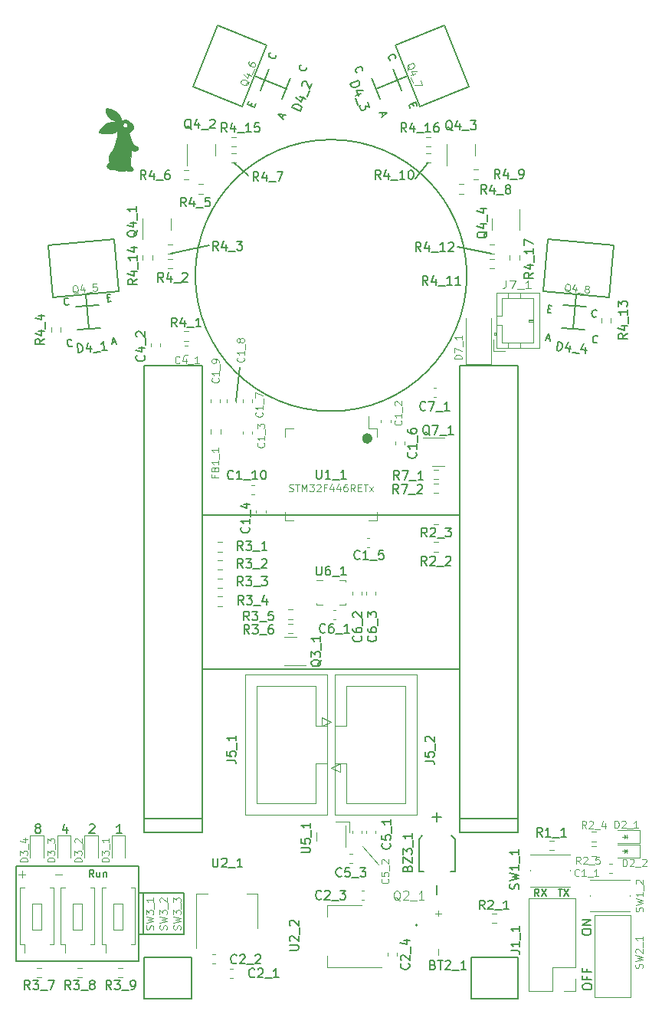
<source format=gto>
G04 #@! TF.GenerationSoftware,KiCad,Pcbnew,7.0.9-7.0.9~ubuntu22.04.1*
G04 #@! TF.CreationDate,2023-12-19T11:18:58+09:00*
G04 #@! TF.ProjectId,fast_respect,66617374-5f72-4657-9370-6563742e6b69,rev?*
G04 #@! TF.SameCoordinates,Original*
G04 #@! TF.FileFunction,Legend,Top*
G04 #@! TF.FilePolarity,Positive*
%FSLAX46Y46*%
G04 Gerber Fmt 4.6, Leading zero omitted, Abs format (unit mm)*
G04 Created by KiCad (PCBNEW 7.0.9-7.0.9~ubuntu22.04.1) date 2023-12-19 11:18:58*
%MOMM*%
%LPD*%
G01*
G04 APERTURE LIST*
%ADD10C,0.150000*%
%ADD11C,0.200000*%
%ADD12C,0.100000*%
%ADD13C,0.575000*%
%ADD14C,0.160000*%
%ADD15C,0.125000*%
%ADD16C,0.080000*%
%ADD17C,0.120000*%
%ADD18C,0.010000*%
%ADD19C,0.127000*%
G04 APERTURE END LIST*
D10*
X150750000Y-57522500D02*
X149310000Y-59310000D01*
D11*
X154250000Y-130000000D02*
X160650000Y-130000000D01*
X112933104Y-72093810D02*
X113265167Y-75889312D01*
X116569215Y-71775692D02*
X116063711Y-65997763D01*
X155450000Y-145300000D02*
X160650000Y-145300000D01*
X160650000Y-149900000D02*
X155450000Y-149900000D01*
D10*
X119250000Y-138250000D02*
X118750000Y-138250000D01*
D11*
X132883244Y-44550353D02*
X127505577Y-42377634D01*
X154250000Y-113500000D02*
X125750000Y-113500000D01*
X154250000Y-80000000D02*
X154250000Y-130000000D01*
X124550000Y-145300000D02*
X119350000Y-145300000D01*
X152494423Y-42377634D02*
X155229051Y-49146076D01*
X133169203Y-47232801D02*
X132217702Y-49587847D01*
X114308959Y-73248290D02*
X111778624Y-73469665D01*
D10*
X119250000Y-142750000D02*
X118760000Y-142750000D01*
D11*
X155229051Y-49146076D02*
X149851385Y-51318794D01*
D10*
X105240000Y-135270000D02*
X118740000Y-135270000D01*
X118740000Y-145730000D01*
X105240000Y-145730000D01*
X105240000Y-135270000D01*
D11*
X165691041Y-73248290D02*
X168221376Y-73469665D01*
X147116756Y-44550353D02*
X152494423Y-42377634D01*
X155450000Y-149900000D02*
X155450000Y-145300000D01*
X160650000Y-131500000D02*
X154250000Y-131500000D01*
X125750000Y-130000000D02*
X119350000Y-130000000D01*
X149851385Y-51318794D02*
X147116756Y-44550353D01*
X125750000Y-113500000D02*
X125750000Y-96500000D01*
X154250000Y-131500000D02*
X154250000Y-130000000D01*
X131515929Y-47934574D02*
X135048500Y-49361825D01*
D10*
X129250000Y-57522500D02*
X130880000Y-59010000D01*
D12*
X172700000Y-131800000D02*
X172700000Y-132200000D01*
D11*
X135524250Y-48184301D02*
X134572749Y-50539348D01*
X127505577Y-42377634D02*
X124770949Y-49146076D01*
X124550000Y-149900000D02*
X124550000Y-145300000D01*
D12*
X172200000Y-132000000D02*
X172800000Y-132000000D01*
D11*
X125750000Y-96500000D02*
X154250000Y-96500000D01*
X144475750Y-48184301D02*
X145427251Y-50539348D01*
X119350000Y-80000000D02*
X125750000Y-80000000D01*
D12*
X143490000Y-133020000D02*
X145260000Y-135050000D01*
D13*
X144287500Y-88000000D02*
G75*
G03*
X144287500Y-88000000I-287500J0D01*
G01*
D11*
X119350000Y-130000000D02*
X119350000Y-131500000D01*
D12*
X172700000Y-133600000D02*
X172400000Y-133800000D01*
X172400000Y-133400000D01*
X172700000Y-133600000D01*
G36*
X172700000Y-133600000D02*
G01*
X172400000Y-133800000D01*
X172400000Y-133400000D01*
X172700000Y-133600000D01*
G37*
D11*
X163430785Y-71775692D02*
X163936289Y-65997763D01*
D10*
X129510000Y-83862500D02*
X129900000Y-80120000D01*
D11*
X130148615Y-51318794D02*
X132883244Y-44550353D01*
X163936289Y-65997763D02*
X171208510Y-66634000D01*
X170703007Y-72411929D02*
X163430785Y-71775692D01*
X167066896Y-72093810D02*
X166734833Y-75889312D01*
X109296993Y-72411929D02*
X116569215Y-71775692D01*
D12*
X172200000Y-133600000D02*
X172800000Y-133600000D01*
D11*
X155000000Y-70000000D02*
G75*
G03*
X155000000Y-70000000I-15000000J0D01*
G01*
X160650000Y-145300000D02*
X160650000Y-149900000D01*
X119350000Y-131500000D02*
X125750000Y-131500000D01*
D10*
X157777500Y-67622500D02*
X153950000Y-66860000D01*
D11*
X116063711Y-65997763D02*
X108791490Y-66634000D01*
X160650000Y-130000000D02*
X160650000Y-131500000D01*
X160650000Y-130000000D02*
X160650000Y-80000000D01*
X119350000Y-130000000D02*
X119350000Y-80000000D01*
X119350000Y-149900000D02*
X124550000Y-149900000D01*
X160650000Y-80000000D02*
X154250000Y-80000000D01*
X154250000Y-96500000D02*
X154250000Y-113500000D01*
X124770949Y-49146076D02*
X130148615Y-51318794D01*
X125750000Y-131500000D02*
X125750000Y-130000000D01*
D12*
X172600000Y-132000000D02*
X172400000Y-132200000D01*
X172400000Y-131800000D01*
X172600000Y-132000000D01*
G36*
X172600000Y-132000000D02*
G01*
X172400000Y-132200000D01*
X172400000Y-131800000D01*
X172600000Y-132000000D01*
G37*
D11*
X108791490Y-66634000D02*
X109296993Y-72411929D01*
D12*
X172700000Y-133400000D02*
X172700000Y-133800000D01*
D11*
X146830797Y-47232801D02*
X147782298Y-49587847D01*
X171208510Y-66634000D02*
X170703007Y-72411929D01*
D10*
X119250000Y-138250000D02*
X123750000Y-138250000D01*
X123750000Y-142750000D01*
X119250000Y-142750000D01*
X119250000Y-138250000D01*
D11*
X114530335Y-75778624D02*
X112000000Y-76000000D01*
X148484071Y-47934574D02*
X144951500Y-49361825D01*
X119350000Y-145300000D02*
X119350000Y-149900000D01*
X125750000Y-80000000D02*
X125750000Y-130000000D01*
X165469665Y-75778624D02*
X168000000Y-76000000D01*
D10*
X122222500Y-67622500D02*
X126520000Y-66690000D01*
D12*
X135371427Y-93826800D02*
X135485713Y-93864895D01*
X135485713Y-93864895D02*
X135676189Y-93864895D01*
X135676189Y-93864895D02*
X135752380Y-93826800D01*
X135752380Y-93826800D02*
X135790475Y-93788704D01*
X135790475Y-93788704D02*
X135828570Y-93712514D01*
X135828570Y-93712514D02*
X135828570Y-93636323D01*
X135828570Y-93636323D02*
X135790475Y-93560133D01*
X135790475Y-93560133D02*
X135752380Y-93522038D01*
X135752380Y-93522038D02*
X135676189Y-93483942D01*
X135676189Y-93483942D02*
X135523808Y-93445847D01*
X135523808Y-93445847D02*
X135447618Y-93407752D01*
X135447618Y-93407752D02*
X135409523Y-93369657D01*
X135409523Y-93369657D02*
X135371427Y-93293466D01*
X135371427Y-93293466D02*
X135371427Y-93217276D01*
X135371427Y-93217276D02*
X135409523Y-93141085D01*
X135409523Y-93141085D02*
X135447618Y-93102990D01*
X135447618Y-93102990D02*
X135523808Y-93064895D01*
X135523808Y-93064895D02*
X135714285Y-93064895D01*
X135714285Y-93064895D02*
X135828570Y-93102990D01*
X136057142Y-93064895D02*
X136514285Y-93064895D01*
X136285713Y-93864895D02*
X136285713Y-93064895D01*
X136780952Y-93864895D02*
X136780952Y-93064895D01*
X136780952Y-93064895D02*
X137047618Y-93636323D01*
X137047618Y-93636323D02*
X137314285Y-93064895D01*
X137314285Y-93064895D02*
X137314285Y-93864895D01*
X137619047Y-93064895D02*
X138114285Y-93064895D01*
X138114285Y-93064895D02*
X137847619Y-93369657D01*
X137847619Y-93369657D02*
X137961904Y-93369657D01*
X137961904Y-93369657D02*
X138038095Y-93407752D01*
X138038095Y-93407752D02*
X138076190Y-93445847D01*
X138076190Y-93445847D02*
X138114285Y-93522038D01*
X138114285Y-93522038D02*
X138114285Y-93712514D01*
X138114285Y-93712514D02*
X138076190Y-93788704D01*
X138076190Y-93788704D02*
X138038095Y-93826800D01*
X138038095Y-93826800D02*
X137961904Y-93864895D01*
X137961904Y-93864895D02*
X137733333Y-93864895D01*
X137733333Y-93864895D02*
X137657142Y-93826800D01*
X137657142Y-93826800D02*
X137619047Y-93788704D01*
X138419047Y-93141085D02*
X138457143Y-93102990D01*
X138457143Y-93102990D02*
X138533333Y-93064895D01*
X138533333Y-93064895D02*
X138723809Y-93064895D01*
X138723809Y-93064895D02*
X138800000Y-93102990D01*
X138800000Y-93102990D02*
X138838095Y-93141085D01*
X138838095Y-93141085D02*
X138876190Y-93217276D01*
X138876190Y-93217276D02*
X138876190Y-93293466D01*
X138876190Y-93293466D02*
X138838095Y-93407752D01*
X138838095Y-93407752D02*
X138380952Y-93864895D01*
X138380952Y-93864895D02*
X138876190Y-93864895D01*
X139485714Y-93445847D02*
X139219048Y-93445847D01*
X139219048Y-93864895D02*
X139219048Y-93064895D01*
X139219048Y-93064895D02*
X139600000Y-93064895D01*
X140247619Y-93331561D02*
X140247619Y-93864895D01*
X140057143Y-93026800D02*
X139866666Y-93598228D01*
X139866666Y-93598228D02*
X140361905Y-93598228D01*
X141009524Y-93331561D02*
X141009524Y-93864895D01*
X140819048Y-93026800D02*
X140628571Y-93598228D01*
X140628571Y-93598228D02*
X141123810Y-93598228D01*
X141771429Y-93064895D02*
X141619048Y-93064895D01*
X141619048Y-93064895D02*
X141542857Y-93102990D01*
X141542857Y-93102990D02*
X141504762Y-93141085D01*
X141504762Y-93141085D02*
X141428572Y-93255371D01*
X141428572Y-93255371D02*
X141390476Y-93407752D01*
X141390476Y-93407752D02*
X141390476Y-93712514D01*
X141390476Y-93712514D02*
X141428572Y-93788704D01*
X141428572Y-93788704D02*
X141466667Y-93826800D01*
X141466667Y-93826800D02*
X141542857Y-93864895D01*
X141542857Y-93864895D02*
X141695238Y-93864895D01*
X141695238Y-93864895D02*
X141771429Y-93826800D01*
X141771429Y-93826800D02*
X141809524Y-93788704D01*
X141809524Y-93788704D02*
X141847619Y-93712514D01*
X141847619Y-93712514D02*
X141847619Y-93522038D01*
X141847619Y-93522038D02*
X141809524Y-93445847D01*
X141809524Y-93445847D02*
X141771429Y-93407752D01*
X141771429Y-93407752D02*
X141695238Y-93369657D01*
X141695238Y-93369657D02*
X141542857Y-93369657D01*
X141542857Y-93369657D02*
X141466667Y-93407752D01*
X141466667Y-93407752D02*
X141428572Y-93445847D01*
X141428572Y-93445847D02*
X141390476Y-93522038D01*
X142647620Y-93864895D02*
X142380953Y-93483942D01*
X142190477Y-93864895D02*
X142190477Y-93064895D01*
X142190477Y-93064895D02*
X142495239Y-93064895D01*
X142495239Y-93064895D02*
X142571429Y-93102990D01*
X142571429Y-93102990D02*
X142609524Y-93141085D01*
X142609524Y-93141085D02*
X142647620Y-93217276D01*
X142647620Y-93217276D02*
X142647620Y-93331561D01*
X142647620Y-93331561D02*
X142609524Y-93407752D01*
X142609524Y-93407752D02*
X142571429Y-93445847D01*
X142571429Y-93445847D02*
X142495239Y-93483942D01*
X142495239Y-93483942D02*
X142190477Y-93483942D01*
X142990477Y-93445847D02*
X143257143Y-93445847D01*
X143371429Y-93864895D02*
X142990477Y-93864895D01*
X142990477Y-93864895D02*
X142990477Y-93064895D01*
X142990477Y-93064895D02*
X143371429Y-93064895D01*
X143600001Y-93064895D02*
X144057144Y-93064895D01*
X143828572Y-93864895D02*
X143828572Y-93064895D01*
X144247620Y-93864895D02*
X144666668Y-93331561D01*
X144247620Y-93331561D02*
X144666668Y-93864895D01*
D11*
X116893482Y-131617219D02*
X116322054Y-131617219D01*
X116607768Y-131617219D02*
X116607768Y-130617219D01*
X116607768Y-130617219D02*
X116512530Y-130760076D01*
X116512530Y-130760076D02*
X116417292Y-130855314D01*
X116417292Y-130855314D02*
X116322054Y-130902933D01*
X113322054Y-130712457D02*
X113369673Y-130664838D01*
X113369673Y-130664838D02*
X113464911Y-130617219D01*
X113464911Y-130617219D02*
X113703006Y-130617219D01*
X113703006Y-130617219D02*
X113798244Y-130664838D01*
X113798244Y-130664838D02*
X113845863Y-130712457D01*
X113845863Y-130712457D02*
X113893482Y-130807695D01*
X113893482Y-130807695D02*
X113893482Y-130902933D01*
X113893482Y-130902933D02*
X113845863Y-131045790D01*
X113845863Y-131045790D02*
X113274435Y-131617219D01*
X113274435Y-131617219D02*
X113893482Y-131617219D01*
X107512530Y-131045790D02*
X107417292Y-130998171D01*
X107417292Y-130998171D02*
X107369673Y-130950552D01*
X107369673Y-130950552D02*
X107322054Y-130855314D01*
X107322054Y-130855314D02*
X107322054Y-130807695D01*
X107322054Y-130807695D02*
X107369673Y-130712457D01*
X107369673Y-130712457D02*
X107417292Y-130664838D01*
X107417292Y-130664838D02*
X107512530Y-130617219D01*
X107512530Y-130617219D02*
X107703006Y-130617219D01*
X107703006Y-130617219D02*
X107798244Y-130664838D01*
X107798244Y-130664838D02*
X107845863Y-130712457D01*
X107845863Y-130712457D02*
X107893482Y-130807695D01*
X107893482Y-130807695D02*
X107893482Y-130855314D01*
X107893482Y-130855314D02*
X107845863Y-130950552D01*
X107845863Y-130950552D02*
X107798244Y-130998171D01*
X107798244Y-130998171D02*
X107703006Y-131045790D01*
X107703006Y-131045790D02*
X107512530Y-131045790D01*
X107512530Y-131045790D02*
X107417292Y-131093409D01*
X107417292Y-131093409D02*
X107369673Y-131141028D01*
X107369673Y-131141028D02*
X107322054Y-131236266D01*
X107322054Y-131236266D02*
X107322054Y-131426742D01*
X107322054Y-131426742D02*
X107369673Y-131521980D01*
X107369673Y-131521980D02*
X107417292Y-131569600D01*
X107417292Y-131569600D02*
X107512530Y-131617219D01*
X107512530Y-131617219D02*
X107703006Y-131617219D01*
X107703006Y-131617219D02*
X107798244Y-131569600D01*
X107798244Y-131569600D02*
X107845863Y-131521980D01*
X107845863Y-131521980D02*
X107893482Y-131426742D01*
X107893482Y-131426742D02*
X107893482Y-131236266D01*
X107893482Y-131236266D02*
X107845863Y-131141028D01*
X107845863Y-131141028D02*
X107798244Y-131093409D01*
X107798244Y-131093409D02*
X107703006Y-131045790D01*
D14*
X165101453Y-137793775D02*
X165558596Y-137793775D01*
X165330024Y-138593775D02*
X165330024Y-137793775D01*
X165749072Y-137793775D02*
X166282406Y-138593775D01*
X166282406Y-137793775D02*
X165749072Y-138593775D01*
X162972882Y-138593775D02*
X162706215Y-138212822D01*
X162515739Y-138593775D02*
X162515739Y-137793775D01*
X162515739Y-137793775D02*
X162820501Y-137793775D01*
X162820501Y-137793775D02*
X162896691Y-137831870D01*
X162896691Y-137831870D02*
X162934786Y-137869965D01*
X162934786Y-137869965D02*
X162972882Y-137946156D01*
X162972882Y-137946156D02*
X162972882Y-138060441D01*
X162972882Y-138060441D02*
X162934786Y-138136632D01*
X162934786Y-138136632D02*
X162896691Y-138174727D01*
X162896691Y-138174727D02*
X162820501Y-138212822D01*
X162820501Y-138212822D02*
X162515739Y-138212822D01*
X163239548Y-137793775D02*
X163772882Y-138593775D01*
X163772882Y-137793775D02*
X163239548Y-138593775D01*
X113783809Y-136473775D02*
X113517142Y-136092822D01*
X113326666Y-136473775D02*
X113326666Y-135673775D01*
X113326666Y-135673775D02*
X113631428Y-135673775D01*
X113631428Y-135673775D02*
X113707618Y-135711870D01*
X113707618Y-135711870D02*
X113745713Y-135749965D01*
X113745713Y-135749965D02*
X113783809Y-135826156D01*
X113783809Y-135826156D02*
X113783809Y-135940441D01*
X113783809Y-135940441D02*
X113745713Y-136016632D01*
X113745713Y-136016632D02*
X113707618Y-136054727D01*
X113707618Y-136054727D02*
X113631428Y-136092822D01*
X113631428Y-136092822D02*
X113326666Y-136092822D01*
X114469523Y-135940441D02*
X114469523Y-136473775D01*
X114126666Y-135940441D02*
X114126666Y-136359489D01*
X114126666Y-136359489D02*
X114164761Y-136435680D01*
X114164761Y-136435680D02*
X114240951Y-136473775D01*
X114240951Y-136473775D02*
X114355237Y-136473775D01*
X114355237Y-136473775D02*
X114431428Y-136435680D01*
X114431428Y-136435680D02*
X114469523Y-136397584D01*
X114850476Y-135940441D02*
X114850476Y-136473775D01*
X114850476Y-136016632D02*
X114888571Y-135978537D01*
X114888571Y-135978537D02*
X114964761Y-135940441D01*
X114964761Y-135940441D02*
X115079047Y-135940441D01*
X115079047Y-135940441D02*
X115155238Y-135978537D01*
X115155238Y-135978537D02*
X115193333Y-136054727D01*
X115193333Y-136054727D02*
X115193333Y-136473775D01*
D11*
X110798244Y-130950552D02*
X110798244Y-131617219D01*
X110560149Y-130569600D02*
X110322054Y-131283885D01*
X110322054Y-131283885D02*
X110941101Y-131283885D01*
D15*
X109559048Y-136200166D02*
X110320953Y-136200166D01*
X105469048Y-136150166D02*
X106230953Y-136150166D01*
X105850000Y-136531119D02*
X105850000Y-135769214D01*
D10*
X145479999Y-59374819D02*
X145146666Y-58898628D01*
X144908571Y-59374819D02*
X144908571Y-58374819D01*
X144908571Y-58374819D02*
X145289523Y-58374819D01*
X145289523Y-58374819D02*
X145384761Y-58422438D01*
X145384761Y-58422438D02*
X145432380Y-58470057D01*
X145432380Y-58470057D02*
X145479999Y-58565295D01*
X145479999Y-58565295D02*
X145479999Y-58708152D01*
X145479999Y-58708152D02*
X145432380Y-58803390D01*
X145432380Y-58803390D02*
X145384761Y-58851009D01*
X145384761Y-58851009D02*
X145289523Y-58898628D01*
X145289523Y-58898628D02*
X144908571Y-58898628D01*
X146337142Y-58708152D02*
X146337142Y-59374819D01*
X146099047Y-58327200D02*
X145860952Y-59041485D01*
X145860952Y-59041485D02*
X146479999Y-59041485D01*
X146622857Y-59470057D02*
X147384761Y-59470057D01*
X148146666Y-59374819D02*
X147575238Y-59374819D01*
X147860952Y-59374819D02*
X147860952Y-58374819D01*
X147860952Y-58374819D02*
X147765714Y-58517676D01*
X147765714Y-58517676D02*
X147670476Y-58612914D01*
X147670476Y-58612914D02*
X147575238Y-58660533D01*
X148765714Y-58374819D02*
X148860952Y-58374819D01*
X148860952Y-58374819D02*
X148956190Y-58422438D01*
X148956190Y-58422438D02*
X149003809Y-58470057D01*
X149003809Y-58470057D02*
X149051428Y-58565295D01*
X149051428Y-58565295D02*
X149099047Y-58755771D01*
X149099047Y-58755771D02*
X149099047Y-58993866D01*
X149099047Y-58993866D02*
X149051428Y-59184342D01*
X149051428Y-59184342D02*
X149003809Y-59279580D01*
X149003809Y-59279580D02*
X148956190Y-59327200D01*
X148956190Y-59327200D02*
X148860952Y-59374819D01*
X148860952Y-59374819D02*
X148765714Y-59374819D01*
X148765714Y-59374819D02*
X148670476Y-59327200D01*
X148670476Y-59327200D02*
X148622857Y-59279580D01*
X148622857Y-59279580D02*
X148575238Y-59184342D01*
X148575238Y-59184342D02*
X148527619Y-58993866D01*
X148527619Y-58993866D02*
X148527619Y-58755771D01*
X148527619Y-58755771D02*
X148575238Y-58565295D01*
X148575238Y-58565295D02*
X148622857Y-58470057D01*
X148622857Y-58470057D02*
X148670476Y-58422438D01*
X148670476Y-58422438D02*
X148765714Y-58374819D01*
X112030472Y-78542122D02*
X111943316Y-77545927D01*
X111943316Y-77545927D02*
X112180506Y-77525176D01*
X112180506Y-77525176D02*
X112326969Y-77560163D01*
X112326969Y-77560163D02*
X112430146Y-77646738D01*
X112430146Y-77646738D02*
X112485884Y-77737463D01*
X112485884Y-77737463D02*
X112549923Y-77923065D01*
X112549923Y-77923065D02*
X112562374Y-78065378D01*
X112562374Y-78065378D02*
X112531537Y-78259280D01*
X112531537Y-78259280D02*
X112492400Y-78358306D01*
X112492400Y-78358306D02*
X112405825Y-78461482D01*
X112405825Y-78461482D02*
X112267661Y-78521371D01*
X112267661Y-78521371D02*
X112030472Y-78542122D01*
X113395504Y-77753484D02*
X113453607Y-78417614D01*
X113125112Y-77394733D02*
X112950177Y-78127052D01*
X112950177Y-78127052D02*
X113566869Y-78073098D01*
X113746535Y-78487588D02*
X114505541Y-78421183D01*
X115256246Y-78259903D02*
X114686992Y-78309707D01*
X114971619Y-78284805D02*
X114884463Y-77288610D01*
X114884463Y-77288610D02*
X114802038Y-77439224D01*
X114802038Y-77439224D02*
X114715463Y-77542401D01*
X114715463Y-77542401D02*
X114624738Y-77598139D01*
D14*
X111380778Y-77776697D02*
X111346148Y-77817967D01*
X111346148Y-77817967D02*
X111235617Y-77865878D01*
X111235617Y-77865878D02*
X111159717Y-77872519D01*
X111159717Y-77872519D02*
X111042545Y-77844529D01*
X111042545Y-77844529D02*
X110960005Y-77775269D01*
X110960005Y-77775269D02*
X110915414Y-77702689D01*
X110915414Y-77702689D02*
X110864183Y-77554208D01*
X110864183Y-77554208D02*
X110854222Y-77440357D01*
X110854222Y-77440357D02*
X110878891Y-77285236D01*
X110878891Y-77285236D02*
X110910201Y-77206015D01*
X110910201Y-77206015D02*
X110979461Y-77123474D01*
X110979461Y-77123474D02*
X111089992Y-77075563D01*
X111089992Y-77075563D02*
X111165892Y-77068923D01*
X111165892Y-77068923D02*
X111283064Y-77096912D01*
X111283064Y-77096912D02*
X111324334Y-77131542D01*
X115821069Y-77393078D02*
X116200572Y-77359876D01*
X115765090Y-77627420D02*
X115961017Y-76807223D01*
X115961017Y-76807223D02*
X116296393Y-77580937D01*
D10*
X160717200Y-137790475D02*
X160764819Y-137647618D01*
X160764819Y-137647618D02*
X160764819Y-137409523D01*
X160764819Y-137409523D02*
X160717200Y-137314285D01*
X160717200Y-137314285D02*
X160669580Y-137266666D01*
X160669580Y-137266666D02*
X160574342Y-137219047D01*
X160574342Y-137219047D02*
X160479104Y-137219047D01*
X160479104Y-137219047D02*
X160383866Y-137266666D01*
X160383866Y-137266666D02*
X160336247Y-137314285D01*
X160336247Y-137314285D02*
X160288628Y-137409523D01*
X160288628Y-137409523D02*
X160241009Y-137599999D01*
X160241009Y-137599999D02*
X160193390Y-137695237D01*
X160193390Y-137695237D02*
X160145771Y-137742856D01*
X160145771Y-137742856D02*
X160050533Y-137790475D01*
X160050533Y-137790475D02*
X159955295Y-137790475D01*
X159955295Y-137790475D02*
X159860057Y-137742856D01*
X159860057Y-137742856D02*
X159812438Y-137695237D01*
X159812438Y-137695237D02*
X159764819Y-137599999D01*
X159764819Y-137599999D02*
X159764819Y-137361904D01*
X159764819Y-137361904D02*
X159812438Y-137219047D01*
X159764819Y-136885713D02*
X160764819Y-136647618D01*
X160764819Y-136647618D02*
X160050533Y-136457142D01*
X160050533Y-136457142D02*
X160764819Y-136266666D01*
X160764819Y-136266666D02*
X159764819Y-136028571D01*
X160764819Y-135123809D02*
X160764819Y-135695237D01*
X160764819Y-135409523D02*
X159764819Y-135409523D01*
X159764819Y-135409523D02*
X159907676Y-135504761D01*
X159907676Y-135504761D02*
X160002914Y-135599999D01*
X160002914Y-135599999D02*
X160050533Y-135695237D01*
X160860057Y-134933333D02*
X160860057Y-134171428D01*
X160764819Y-133409523D02*
X160764819Y-133980951D01*
X160764819Y-133695237D02*
X159764819Y-133695237D01*
X159764819Y-133695237D02*
X159907676Y-133790475D01*
X159907676Y-133790475D02*
X160002914Y-133885713D01*
X160002914Y-133885713D02*
X160050533Y-133980951D01*
D12*
X147728704Y-86029047D02*
X147766800Y-86067143D01*
X147766800Y-86067143D02*
X147804895Y-86181428D01*
X147804895Y-86181428D02*
X147804895Y-86257619D01*
X147804895Y-86257619D02*
X147766800Y-86371905D01*
X147766800Y-86371905D02*
X147690609Y-86448095D01*
X147690609Y-86448095D02*
X147614419Y-86486190D01*
X147614419Y-86486190D02*
X147462038Y-86524286D01*
X147462038Y-86524286D02*
X147347752Y-86524286D01*
X147347752Y-86524286D02*
X147195371Y-86486190D01*
X147195371Y-86486190D02*
X147119180Y-86448095D01*
X147119180Y-86448095D02*
X147042990Y-86371905D01*
X147042990Y-86371905D02*
X147004895Y-86257619D01*
X147004895Y-86257619D02*
X147004895Y-86181428D01*
X147004895Y-86181428D02*
X147042990Y-86067143D01*
X147042990Y-86067143D02*
X147081085Y-86029047D01*
X147804895Y-85267143D02*
X147804895Y-85724286D01*
X147804895Y-85495714D02*
X147004895Y-85495714D01*
X147004895Y-85495714D02*
X147119180Y-85571905D01*
X147119180Y-85571905D02*
X147195371Y-85648095D01*
X147195371Y-85648095D02*
X147233466Y-85724286D01*
X147881085Y-85114762D02*
X147881085Y-84505238D01*
X147081085Y-84352857D02*
X147042990Y-84314761D01*
X147042990Y-84314761D02*
X147004895Y-84238571D01*
X147004895Y-84238571D02*
X147004895Y-84048095D01*
X147004895Y-84048095D02*
X147042990Y-83971904D01*
X147042990Y-83971904D02*
X147081085Y-83933809D01*
X147081085Y-83933809D02*
X147157276Y-83895714D01*
X147157276Y-83895714D02*
X147233466Y-83895714D01*
X147233466Y-83895714D02*
X147347752Y-83933809D01*
X147347752Y-83933809D02*
X147804895Y-84390952D01*
X147804895Y-84390952D02*
X147804895Y-83895714D01*
D10*
X149939999Y-67334819D02*
X149606666Y-66858628D01*
X149368571Y-67334819D02*
X149368571Y-66334819D01*
X149368571Y-66334819D02*
X149749523Y-66334819D01*
X149749523Y-66334819D02*
X149844761Y-66382438D01*
X149844761Y-66382438D02*
X149892380Y-66430057D01*
X149892380Y-66430057D02*
X149939999Y-66525295D01*
X149939999Y-66525295D02*
X149939999Y-66668152D01*
X149939999Y-66668152D02*
X149892380Y-66763390D01*
X149892380Y-66763390D02*
X149844761Y-66811009D01*
X149844761Y-66811009D02*
X149749523Y-66858628D01*
X149749523Y-66858628D02*
X149368571Y-66858628D01*
X150797142Y-66668152D02*
X150797142Y-67334819D01*
X150559047Y-66287200D02*
X150320952Y-67001485D01*
X150320952Y-67001485D02*
X150939999Y-67001485D01*
X151082857Y-67430057D02*
X151844761Y-67430057D01*
X152606666Y-67334819D02*
X152035238Y-67334819D01*
X152320952Y-67334819D02*
X152320952Y-66334819D01*
X152320952Y-66334819D02*
X152225714Y-66477676D01*
X152225714Y-66477676D02*
X152130476Y-66572914D01*
X152130476Y-66572914D02*
X152035238Y-66620533D01*
X152987619Y-66430057D02*
X153035238Y-66382438D01*
X153035238Y-66382438D02*
X153130476Y-66334819D01*
X153130476Y-66334819D02*
X153368571Y-66334819D01*
X153368571Y-66334819D02*
X153463809Y-66382438D01*
X153463809Y-66382438D02*
X153511428Y-66430057D01*
X153511428Y-66430057D02*
X153559047Y-66525295D01*
X153559047Y-66525295D02*
X153559047Y-66620533D01*
X153559047Y-66620533D02*
X153511428Y-66763390D01*
X153511428Y-66763390D02*
X152940000Y-67334819D01*
X152940000Y-67334819D02*
X153559047Y-67334819D01*
D12*
X154444895Y-79236190D02*
X153644895Y-79236190D01*
X153644895Y-79236190D02*
X153644895Y-79045714D01*
X153644895Y-79045714D02*
X153682990Y-78931428D01*
X153682990Y-78931428D02*
X153759180Y-78855238D01*
X153759180Y-78855238D02*
X153835371Y-78817143D01*
X153835371Y-78817143D02*
X153987752Y-78779047D01*
X153987752Y-78779047D02*
X154102038Y-78779047D01*
X154102038Y-78779047D02*
X154254419Y-78817143D01*
X154254419Y-78817143D02*
X154330609Y-78855238D01*
X154330609Y-78855238D02*
X154406800Y-78931428D01*
X154406800Y-78931428D02*
X154444895Y-79045714D01*
X154444895Y-79045714D02*
X154444895Y-79236190D01*
X153644895Y-78512381D02*
X153644895Y-77979047D01*
X153644895Y-77979047D02*
X154444895Y-78321905D01*
X154521085Y-77864762D02*
X154521085Y-77255238D01*
X154444895Y-76645714D02*
X154444895Y-77102857D01*
X154444895Y-76874285D02*
X153644895Y-76874285D01*
X153644895Y-76874285D02*
X153759180Y-76950476D01*
X153759180Y-76950476D02*
X153835371Y-77026666D01*
X153835371Y-77026666D02*
X153873466Y-77102857D01*
D10*
X143309580Y-109843809D02*
X143357200Y-109891428D01*
X143357200Y-109891428D02*
X143404819Y-110034285D01*
X143404819Y-110034285D02*
X143404819Y-110129523D01*
X143404819Y-110129523D02*
X143357200Y-110272380D01*
X143357200Y-110272380D02*
X143261961Y-110367618D01*
X143261961Y-110367618D02*
X143166723Y-110415237D01*
X143166723Y-110415237D02*
X142976247Y-110462856D01*
X142976247Y-110462856D02*
X142833390Y-110462856D01*
X142833390Y-110462856D02*
X142642914Y-110415237D01*
X142642914Y-110415237D02*
X142547676Y-110367618D01*
X142547676Y-110367618D02*
X142452438Y-110272380D01*
X142452438Y-110272380D02*
X142404819Y-110129523D01*
X142404819Y-110129523D02*
X142404819Y-110034285D01*
X142404819Y-110034285D02*
X142452438Y-109891428D01*
X142452438Y-109891428D02*
X142500057Y-109843809D01*
X142404819Y-108986666D02*
X142404819Y-109177142D01*
X142404819Y-109177142D02*
X142452438Y-109272380D01*
X142452438Y-109272380D02*
X142500057Y-109319999D01*
X142500057Y-109319999D02*
X142642914Y-109415237D01*
X142642914Y-109415237D02*
X142833390Y-109462856D01*
X142833390Y-109462856D02*
X143214342Y-109462856D01*
X143214342Y-109462856D02*
X143309580Y-109415237D01*
X143309580Y-109415237D02*
X143357200Y-109367618D01*
X143357200Y-109367618D02*
X143404819Y-109272380D01*
X143404819Y-109272380D02*
X143404819Y-109081904D01*
X143404819Y-109081904D02*
X143357200Y-108986666D01*
X143357200Y-108986666D02*
X143309580Y-108939047D01*
X143309580Y-108939047D02*
X143214342Y-108891428D01*
X143214342Y-108891428D02*
X142976247Y-108891428D01*
X142976247Y-108891428D02*
X142881009Y-108939047D01*
X142881009Y-108939047D02*
X142833390Y-108986666D01*
X142833390Y-108986666D02*
X142785771Y-109081904D01*
X142785771Y-109081904D02*
X142785771Y-109272380D01*
X142785771Y-109272380D02*
X142833390Y-109367618D01*
X142833390Y-109367618D02*
X142881009Y-109415237D01*
X142881009Y-109415237D02*
X142976247Y-109462856D01*
X143500057Y-108700952D02*
X143500057Y-107939047D01*
X142500057Y-107748570D02*
X142452438Y-107700951D01*
X142452438Y-107700951D02*
X142404819Y-107605713D01*
X142404819Y-107605713D02*
X142404819Y-107367618D01*
X142404819Y-107367618D02*
X142452438Y-107272380D01*
X142452438Y-107272380D02*
X142500057Y-107224761D01*
X142500057Y-107224761D02*
X142595295Y-107177142D01*
X142595295Y-107177142D02*
X142690533Y-107177142D01*
X142690533Y-107177142D02*
X142833390Y-107224761D01*
X142833390Y-107224761D02*
X143404819Y-107796189D01*
X143404819Y-107796189D02*
X143404819Y-107177142D01*
X141166190Y-136329580D02*
X141118571Y-136377200D01*
X141118571Y-136377200D02*
X140975714Y-136424819D01*
X140975714Y-136424819D02*
X140880476Y-136424819D01*
X140880476Y-136424819D02*
X140737619Y-136377200D01*
X140737619Y-136377200D02*
X140642381Y-136281961D01*
X140642381Y-136281961D02*
X140594762Y-136186723D01*
X140594762Y-136186723D02*
X140547143Y-135996247D01*
X140547143Y-135996247D02*
X140547143Y-135853390D01*
X140547143Y-135853390D02*
X140594762Y-135662914D01*
X140594762Y-135662914D02*
X140642381Y-135567676D01*
X140642381Y-135567676D02*
X140737619Y-135472438D01*
X140737619Y-135472438D02*
X140880476Y-135424819D01*
X140880476Y-135424819D02*
X140975714Y-135424819D01*
X140975714Y-135424819D02*
X141118571Y-135472438D01*
X141118571Y-135472438D02*
X141166190Y-135520057D01*
X142070952Y-135424819D02*
X141594762Y-135424819D01*
X141594762Y-135424819D02*
X141547143Y-135901009D01*
X141547143Y-135901009D02*
X141594762Y-135853390D01*
X141594762Y-135853390D02*
X141690000Y-135805771D01*
X141690000Y-135805771D02*
X141928095Y-135805771D01*
X141928095Y-135805771D02*
X142023333Y-135853390D01*
X142023333Y-135853390D02*
X142070952Y-135901009D01*
X142070952Y-135901009D02*
X142118571Y-135996247D01*
X142118571Y-135996247D02*
X142118571Y-136234342D01*
X142118571Y-136234342D02*
X142070952Y-136329580D01*
X142070952Y-136329580D02*
X142023333Y-136377200D01*
X142023333Y-136377200D02*
X141928095Y-136424819D01*
X141928095Y-136424819D02*
X141690000Y-136424819D01*
X141690000Y-136424819D02*
X141594762Y-136377200D01*
X141594762Y-136377200D02*
X141547143Y-136329580D01*
X142309048Y-136520057D02*
X143070952Y-136520057D01*
X143213810Y-135424819D02*
X143832857Y-135424819D01*
X143832857Y-135424819D02*
X143499524Y-135805771D01*
X143499524Y-135805771D02*
X143642381Y-135805771D01*
X143642381Y-135805771D02*
X143737619Y-135853390D01*
X143737619Y-135853390D02*
X143785238Y-135901009D01*
X143785238Y-135901009D02*
X143832857Y-135996247D01*
X143832857Y-135996247D02*
X143832857Y-136234342D01*
X143832857Y-136234342D02*
X143785238Y-136329580D01*
X143785238Y-136329580D02*
X143737619Y-136377200D01*
X143737619Y-136377200D02*
X143642381Y-136424819D01*
X143642381Y-136424819D02*
X143356667Y-136424819D01*
X143356667Y-136424819D02*
X143261429Y-136377200D01*
X143261429Y-136377200D02*
X143213810Y-136329580D01*
D12*
X147657618Y-139082657D02*
X147562380Y-139035038D01*
X147562380Y-139035038D02*
X147467142Y-138939800D01*
X147467142Y-138939800D02*
X147324285Y-138796942D01*
X147324285Y-138796942D02*
X147229047Y-138749323D01*
X147229047Y-138749323D02*
X147133809Y-138749323D01*
X147181428Y-138987419D02*
X147086190Y-138939800D01*
X147086190Y-138939800D02*
X146990952Y-138844561D01*
X146990952Y-138844561D02*
X146943333Y-138654085D01*
X146943333Y-138654085D02*
X146943333Y-138320752D01*
X146943333Y-138320752D02*
X146990952Y-138130276D01*
X146990952Y-138130276D02*
X147086190Y-138035038D01*
X147086190Y-138035038D02*
X147181428Y-137987419D01*
X147181428Y-137987419D02*
X147371904Y-137987419D01*
X147371904Y-137987419D02*
X147467142Y-138035038D01*
X147467142Y-138035038D02*
X147562380Y-138130276D01*
X147562380Y-138130276D02*
X147609999Y-138320752D01*
X147609999Y-138320752D02*
X147609999Y-138654085D01*
X147609999Y-138654085D02*
X147562380Y-138844561D01*
X147562380Y-138844561D02*
X147467142Y-138939800D01*
X147467142Y-138939800D02*
X147371904Y-138987419D01*
X147371904Y-138987419D02*
X147181428Y-138987419D01*
X147990952Y-138082657D02*
X148038571Y-138035038D01*
X148038571Y-138035038D02*
X148133809Y-137987419D01*
X148133809Y-137987419D02*
X148371904Y-137987419D01*
X148371904Y-137987419D02*
X148467142Y-138035038D01*
X148467142Y-138035038D02*
X148514761Y-138082657D01*
X148514761Y-138082657D02*
X148562380Y-138177895D01*
X148562380Y-138177895D02*
X148562380Y-138273133D01*
X148562380Y-138273133D02*
X148514761Y-138415990D01*
X148514761Y-138415990D02*
X147943333Y-138987419D01*
X147943333Y-138987419D02*
X148562380Y-138987419D01*
X148752857Y-139082657D02*
X149514761Y-139082657D01*
X150276666Y-138987419D02*
X149705238Y-138987419D01*
X149990952Y-138987419D02*
X149990952Y-137987419D01*
X149990952Y-137987419D02*
X149895714Y-138130276D01*
X149895714Y-138130276D02*
X149800476Y-138225514D01*
X149800476Y-138225514D02*
X149705238Y-138273133D01*
D16*
X146269744Y-136659047D02*
X146307840Y-136697143D01*
X146307840Y-136697143D02*
X146345935Y-136811428D01*
X146345935Y-136811428D02*
X146345935Y-136887619D01*
X146345935Y-136887619D02*
X146307840Y-137001905D01*
X146307840Y-137001905D02*
X146231649Y-137078095D01*
X146231649Y-137078095D02*
X146155459Y-137116190D01*
X146155459Y-137116190D02*
X146003078Y-137154286D01*
X146003078Y-137154286D02*
X145888792Y-137154286D01*
X145888792Y-137154286D02*
X145736411Y-137116190D01*
X145736411Y-137116190D02*
X145660220Y-137078095D01*
X145660220Y-137078095D02*
X145584030Y-137001905D01*
X145584030Y-137001905D02*
X145545935Y-136887619D01*
X145545935Y-136887619D02*
X145545935Y-136811428D01*
X145545935Y-136811428D02*
X145584030Y-136697143D01*
X145584030Y-136697143D02*
X145622125Y-136659047D01*
X145545935Y-135935238D02*
X145545935Y-136316190D01*
X145545935Y-136316190D02*
X145926887Y-136354286D01*
X145926887Y-136354286D02*
X145888792Y-136316190D01*
X145888792Y-136316190D02*
X145850697Y-136240000D01*
X145850697Y-136240000D02*
X145850697Y-136049524D01*
X145850697Y-136049524D02*
X145888792Y-135973333D01*
X145888792Y-135973333D02*
X145926887Y-135935238D01*
X145926887Y-135935238D02*
X146003078Y-135897143D01*
X146003078Y-135897143D02*
X146193554Y-135897143D01*
X146193554Y-135897143D02*
X146269744Y-135935238D01*
X146269744Y-135935238D02*
X146307840Y-135973333D01*
X146307840Y-135973333D02*
X146345935Y-136049524D01*
X146345935Y-136049524D02*
X146345935Y-136240000D01*
X146345935Y-136240000D02*
X146307840Y-136316190D01*
X146307840Y-136316190D02*
X146269744Y-136354286D01*
X146422125Y-135744762D02*
X146422125Y-135135238D01*
X145622125Y-134982857D02*
X145584030Y-134944761D01*
X145584030Y-134944761D02*
X145545935Y-134868571D01*
X145545935Y-134868571D02*
X145545935Y-134678095D01*
X145545935Y-134678095D02*
X145584030Y-134601904D01*
X145584030Y-134601904D02*
X145622125Y-134563809D01*
X145622125Y-134563809D02*
X145698316Y-134525714D01*
X145698316Y-134525714D02*
X145774506Y-134525714D01*
X145774506Y-134525714D02*
X145888792Y-134563809D01*
X145888792Y-134563809D02*
X146345935Y-135020952D01*
X146345935Y-135020952D02*
X146345935Y-134525714D01*
X172253809Y-135255935D02*
X172253809Y-134455935D01*
X172253809Y-134455935D02*
X172444285Y-134455935D01*
X172444285Y-134455935D02*
X172558571Y-134494030D01*
X172558571Y-134494030D02*
X172634761Y-134570220D01*
X172634761Y-134570220D02*
X172672856Y-134646411D01*
X172672856Y-134646411D02*
X172710952Y-134798792D01*
X172710952Y-134798792D02*
X172710952Y-134913078D01*
X172710952Y-134913078D02*
X172672856Y-135065459D01*
X172672856Y-135065459D02*
X172634761Y-135141649D01*
X172634761Y-135141649D02*
X172558571Y-135217840D01*
X172558571Y-135217840D02*
X172444285Y-135255935D01*
X172444285Y-135255935D02*
X172253809Y-135255935D01*
X173015713Y-134532125D02*
X173053809Y-134494030D01*
X173053809Y-134494030D02*
X173129999Y-134455935D01*
X173129999Y-134455935D02*
X173320475Y-134455935D01*
X173320475Y-134455935D02*
X173396666Y-134494030D01*
X173396666Y-134494030D02*
X173434761Y-134532125D01*
X173434761Y-134532125D02*
X173472856Y-134608316D01*
X173472856Y-134608316D02*
X173472856Y-134684506D01*
X173472856Y-134684506D02*
X173434761Y-134798792D01*
X173434761Y-134798792D02*
X172977618Y-135255935D01*
X172977618Y-135255935D02*
X173472856Y-135255935D01*
X173625238Y-135332125D02*
X174234761Y-135332125D01*
X174387142Y-134532125D02*
X174425238Y-134494030D01*
X174425238Y-134494030D02*
X174501428Y-134455935D01*
X174501428Y-134455935D02*
X174691904Y-134455935D01*
X174691904Y-134455935D02*
X174768095Y-134494030D01*
X174768095Y-134494030D02*
X174806190Y-134532125D01*
X174806190Y-134532125D02*
X174844285Y-134608316D01*
X174844285Y-134608316D02*
X174844285Y-134684506D01*
X174844285Y-134684506D02*
X174806190Y-134798792D01*
X174806190Y-134798792D02*
X174349047Y-135255935D01*
X174349047Y-135255935D02*
X174844285Y-135255935D01*
D12*
X166382551Y-71843002D02*
X166309971Y-71798412D01*
X166309971Y-71798412D02*
X166240711Y-71715871D01*
X166240711Y-71715871D02*
X166136821Y-71592059D01*
X166136821Y-71592059D02*
X166064240Y-71547469D01*
X166064240Y-71547469D02*
X165988340Y-71540828D01*
X166009689Y-71733900D02*
X165937109Y-71689309D01*
X165937109Y-71689309D02*
X165867848Y-71606768D01*
X165867848Y-71606768D02*
X165843179Y-71451647D01*
X165843179Y-71451647D02*
X165866421Y-71185995D01*
X165866421Y-71185995D02*
X165917652Y-71037514D01*
X165917652Y-71037514D02*
X166000193Y-70968254D01*
X166000193Y-70968254D02*
X166079413Y-70936944D01*
X166079413Y-70936944D02*
X166231215Y-70950225D01*
X166231215Y-70950225D02*
X166303795Y-70994815D01*
X166303795Y-70994815D02*
X166373055Y-71077356D01*
X166373055Y-71077356D02*
X166397724Y-71232478D01*
X166397724Y-71232478D02*
X166374483Y-71498130D01*
X166374483Y-71498130D02*
X166323252Y-71646611D01*
X166323252Y-71646611D02*
X166240711Y-71715871D01*
X166240711Y-71715871D02*
X166161490Y-71747181D01*
X166161490Y-71747181D02*
X166009689Y-71733900D01*
X167080829Y-71292242D02*
X167034346Y-71823546D01*
X166917639Y-70972038D02*
X166678085Y-71524691D01*
X166678085Y-71524691D02*
X167171438Y-71567854D01*
X167255407Y-71919367D02*
X167862612Y-71972491D01*
X168212697Y-71467749D02*
X168140117Y-71423158D01*
X168140117Y-71423158D02*
X168105487Y-71381888D01*
X168105487Y-71381888D02*
X168074177Y-71302667D01*
X168074177Y-71302667D02*
X168077497Y-71264717D01*
X168077497Y-71264717D02*
X168122088Y-71192136D01*
X168122088Y-71192136D02*
X168163358Y-71157506D01*
X168163358Y-71157506D02*
X168242579Y-71126196D01*
X168242579Y-71126196D02*
X168394380Y-71139477D01*
X168394380Y-71139477D02*
X168466961Y-71184068D01*
X168466961Y-71184068D02*
X168501591Y-71225338D01*
X168501591Y-71225338D02*
X168532901Y-71304559D01*
X168532901Y-71304559D02*
X168529580Y-71342510D01*
X168529580Y-71342510D02*
X168484990Y-71415090D01*
X168484990Y-71415090D02*
X168443719Y-71449720D01*
X168443719Y-71449720D02*
X168364498Y-71481030D01*
X168364498Y-71481030D02*
X168212697Y-71467749D01*
X168212697Y-71467749D02*
X168133477Y-71499059D01*
X168133477Y-71499059D02*
X168092206Y-71533689D01*
X168092206Y-71533689D02*
X168047615Y-71606269D01*
X168047615Y-71606269D02*
X168034334Y-71758070D01*
X168034334Y-71758070D02*
X168065644Y-71837291D01*
X168065644Y-71837291D02*
X168100274Y-71878561D01*
X168100274Y-71878561D02*
X168172855Y-71923152D01*
X168172855Y-71923152D02*
X168324656Y-71936433D01*
X168324656Y-71936433D02*
X168403877Y-71905123D01*
X168403877Y-71905123D02*
X168445147Y-71870493D01*
X168445147Y-71870493D02*
X168489738Y-71797913D01*
X168489738Y-71797913D02*
X168503019Y-71646112D01*
X168503019Y-71646112D02*
X168471709Y-71566891D01*
X168471709Y-71566891D02*
X168437079Y-71525620D01*
X168437079Y-71525620D02*
X168364498Y-71481030D01*
D14*
X169292575Y-74549860D02*
X169251304Y-74584490D01*
X169251304Y-74584490D02*
X169134133Y-74612480D01*
X169134133Y-74612480D02*
X169058233Y-74605839D01*
X169058233Y-74605839D02*
X168947702Y-74557928D01*
X168947702Y-74557928D02*
X168878442Y-74475387D01*
X168878442Y-74475387D02*
X168847132Y-74396166D01*
X168847132Y-74396166D02*
X168822463Y-74241045D01*
X168822463Y-74241045D02*
X168832423Y-74127194D01*
X168832423Y-74127194D02*
X168883655Y-73978713D01*
X168883655Y-73978713D02*
X168928245Y-73906133D01*
X168928245Y-73906133D02*
X169010786Y-73836873D01*
X169010786Y-73836873D02*
X169127957Y-73808883D01*
X169127957Y-73808883D02*
X169203858Y-73815524D01*
X169203858Y-73815524D02*
X169314388Y-73863435D01*
X169314388Y-73863435D02*
X169349019Y-73904705D01*
X163975004Y-73671785D02*
X164240655Y-73695026D01*
X164317984Y-74122440D02*
X163938481Y-74089238D01*
X163938481Y-74089238D02*
X164008206Y-73292282D01*
X164008206Y-73292282D02*
X164387708Y-73325484D01*
D12*
X171333809Y-131044895D02*
X171333809Y-130244895D01*
X171333809Y-130244895D02*
X171524285Y-130244895D01*
X171524285Y-130244895D02*
X171638571Y-130282990D01*
X171638571Y-130282990D02*
X171714761Y-130359180D01*
X171714761Y-130359180D02*
X171752856Y-130435371D01*
X171752856Y-130435371D02*
X171790952Y-130587752D01*
X171790952Y-130587752D02*
X171790952Y-130702038D01*
X171790952Y-130702038D02*
X171752856Y-130854419D01*
X171752856Y-130854419D02*
X171714761Y-130930609D01*
X171714761Y-130930609D02*
X171638571Y-131006800D01*
X171638571Y-131006800D02*
X171524285Y-131044895D01*
X171524285Y-131044895D02*
X171333809Y-131044895D01*
X172095713Y-130321085D02*
X172133809Y-130282990D01*
X172133809Y-130282990D02*
X172209999Y-130244895D01*
X172209999Y-130244895D02*
X172400475Y-130244895D01*
X172400475Y-130244895D02*
X172476666Y-130282990D01*
X172476666Y-130282990D02*
X172514761Y-130321085D01*
X172514761Y-130321085D02*
X172552856Y-130397276D01*
X172552856Y-130397276D02*
X172552856Y-130473466D01*
X172552856Y-130473466D02*
X172514761Y-130587752D01*
X172514761Y-130587752D02*
X172057618Y-131044895D01*
X172057618Y-131044895D02*
X172552856Y-131044895D01*
X172705238Y-131121085D02*
X173314761Y-131121085D01*
X173924285Y-131044895D02*
X173467142Y-131044895D01*
X173695714Y-131044895D02*
X173695714Y-130244895D01*
X173695714Y-130244895D02*
X173619523Y-130359180D01*
X173619523Y-130359180D02*
X173543333Y-130435371D01*
X173543333Y-130435371D02*
X173467142Y-130473466D01*
D10*
X156976190Y-140024819D02*
X156642857Y-139548628D01*
X156404762Y-140024819D02*
X156404762Y-139024819D01*
X156404762Y-139024819D02*
X156785714Y-139024819D01*
X156785714Y-139024819D02*
X156880952Y-139072438D01*
X156880952Y-139072438D02*
X156928571Y-139120057D01*
X156928571Y-139120057D02*
X156976190Y-139215295D01*
X156976190Y-139215295D02*
X156976190Y-139358152D01*
X156976190Y-139358152D02*
X156928571Y-139453390D01*
X156928571Y-139453390D02*
X156880952Y-139501009D01*
X156880952Y-139501009D02*
X156785714Y-139548628D01*
X156785714Y-139548628D02*
X156404762Y-139548628D01*
X157357143Y-139120057D02*
X157404762Y-139072438D01*
X157404762Y-139072438D02*
X157500000Y-139024819D01*
X157500000Y-139024819D02*
X157738095Y-139024819D01*
X157738095Y-139024819D02*
X157833333Y-139072438D01*
X157833333Y-139072438D02*
X157880952Y-139120057D01*
X157880952Y-139120057D02*
X157928571Y-139215295D01*
X157928571Y-139215295D02*
X157928571Y-139310533D01*
X157928571Y-139310533D02*
X157880952Y-139453390D01*
X157880952Y-139453390D02*
X157309524Y-140024819D01*
X157309524Y-140024819D02*
X157928571Y-140024819D01*
X158119048Y-140120057D02*
X158880952Y-140120057D01*
X159642857Y-140024819D02*
X159071429Y-140024819D01*
X159357143Y-140024819D02*
X159357143Y-139024819D01*
X159357143Y-139024819D02*
X159261905Y-139167676D01*
X159261905Y-139167676D02*
X159166667Y-139262914D01*
X159166667Y-139262914D02*
X159071429Y-139310533D01*
X119349580Y-78853809D02*
X119397200Y-78901428D01*
X119397200Y-78901428D02*
X119444819Y-79044285D01*
X119444819Y-79044285D02*
X119444819Y-79139523D01*
X119444819Y-79139523D02*
X119397200Y-79282380D01*
X119397200Y-79282380D02*
X119301961Y-79377618D01*
X119301961Y-79377618D02*
X119206723Y-79425237D01*
X119206723Y-79425237D02*
X119016247Y-79472856D01*
X119016247Y-79472856D02*
X118873390Y-79472856D01*
X118873390Y-79472856D02*
X118682914Y-79425237D01*
X118682914Y-79425237D02*
X118587676Y-79377618D01*
X118587676Y-79377618D02*
X118492438Y-79282380D01*
X118492438Y-79282380D02*
X118444819Y-79139523D01*
X118444819Y-79139523D02*
X118444819Y-79044285D01*
X118444819Y-79044285D02*
X118492438Y-78901428D01*
X118492438Y-78901428D02*
X118540057Y-78853809D01*
X118778152Y-77996666D02*
X119444819Y-77996666D01*
X118397200Y-78234761D02*
X119111485Y-78472856D01*
X119111485Y-78472856D02*
X119111485Y-77853809D01*
X119540057Y-77710952D02*
X119540057Y-76949047D01*
X118540057Y-76758570D02*
X118492438Y-76710951D01*
X118492438Y-76710951D02*
X118444819Y-76615713D01*
X118444819Y-76615713D02*
X118444819Y-76377618D01*
X118444819Y-76377618D02*
X118492438Y-76282380D01*
X118492438Y-76282380D02*
X118540057Y-76234761D01*
X118540057Y-76234761D02*
X118635295Y-76187142D01*
X118635295Y-76187142D02*
X118730533Y-76187142D01*
X118730533Y-76187142D02*
X118873390Y-76234761D01*
X118873390Y-76234761D02*
X119444819Y-76806189D01*
X119444819Y-76806189D02*
X119444819Y-76187142D01*
D12*
X127165847Y-92062381D02*
X127165847Y-92329047D01*
X127584895Y-92329047D02*
X126784895Y-92329047D01*
X126784895Y-92329047D02*
X126784895Y-91948095D01*
X127165847Y-91376667D02*
X127203942Y-91262381D01*
X127203942Y-91262381D02*
X127242038Y-91224286D01*
X127242038Y-91224286D02*
X127318228Y-91186190D01*
X127318228Y-91186190D02*
X127432514Y-91186190D01*
X127432514Y-91186190D02*
X127508704Y-91224286D01*
X127508704Y-91224286D02*
X127546800Y-91262381D01*
X127546800Y-91262381D02*
X127584895Y-91338571D01*
X127584895Y-91338571D02*
X127584895Y-91643333D01*
X127584895Y-91643333D02*
X126784895Y-91643333D01*
X126784895Y-91643333D02*
X126784895Y-91376667D01*
X126784895Y-91376667D02*
X126822990Y-91300476D01*
X126822990Y-91300476D02*
X126861085Y-91262381D01*
X126861085Y-91262381D02*
X126937276Y-91224286D01*
X126937276Y-91224286D02*
X127013466Y-91224286D01*
X127013466Y-91224286D02*
X127089657Y-91262381D01*
X127089657Y-91262381D02*
X127127752Y-91300476D01*
X127127752Y-91300476D02*
X127165847Y-91376667D01*
X127165847Y-91376667D02*
X127165847Y-91643333D01*
X127584895Y-90424286D02*
X127584895Y-90881429D01*
X127584895Y-90652857D02*
X126784895Y-90652857D01*
X126784895Y-90652857D02*
X126899180Y-90729048D01*
X126899180Y-90729048D02*
X126975371Y-90805238D01*
X126975371Y-90805238D02*
X127013466Y-90881429D01*
X127661085Y-90271905D02*
X127661085Y-89662381D01*
X127584895Y-89052857D02*
X127584895Y-89510000D01*
X127584895Y-89281428D02*
X126784895Y-89281428D01*
X126784895Y-89281428D02*
X126899180Y-89357619D01*
X126899180Y-89357619D02*
X126975371Y-89433809D01*
X126975371Y-89433809D02*
X127013466Y-89510000D01*
D10*
X148319999Y-54164819D02*
X147986666Y-53688628D01*
X147748571Y-54164819D02*
X147748571Y-53164819D01*
X147748571Y-53164819D02*
X148129523Y-53164819D01*
X148129523Y-53164819D02*
X148224761Y-53212438D01*
X148224761Y-53212438D02*
X148272380Y-53260057D01*
X148272380Y-53260057D02*
X148319999Y-53355295D01*
X148319999Y-53355295D02*
X148319999Y-53498152D01*
X148319999Y-53498152D02*
X148272380Y-53593390D01*
X148272380Y-53593390D02*
X148224761Y-53641009D01*
X148224761Y-53641009D02*
X148129523Y-53688628D01*
X148129523Y-53688628D02*
X147748571Y-53688628D01*
X149177142Y-53498152D02*
X149177142Y-54164819D01*
X148939047Y-53117200D02*
X148700952Y-53831485D01*
X148700952Y-53831485D02*
X149319999Y-53831485D01*
X149462857Y-54260057D02*
X150224761Y-54260057D01*
X150986666Y-54164819D02*
X150415238Y-54164819D01*
X150700952Y-54164819D02*
X150700952Y-53164819D01*
X150700952Y-53164819D02*
X150605714Y-53307676D01*
X150605714Y-53307676D02*
X150510476Y-53402914D01*
X150510476Y-53402914D02*
X150415238Y-53450533D01*
X151843809Y-53164819D02*
X151653333Y-53164819D01*
X151653333Y-53164819D02*
X151558095Y-53212438D01*
X151558095Y-53212438D02*
X151510476Y-53260057D01*
X151510476Y-53260057D02*
X151415238Y-53402914D01*
X151415238Y-53402914D02*
X151367619Y-53593390D01*
X151367619Y-53593390D02*
X151367619Y-53974342D01*
X151367619Y-53974342D02*
X151415238Y-54069580D01*
X151415238Y-54069580D02*
X151462857Y-54117200D01*
X151462857Y-54117200D02*
X151558095Y-54164819D01*
X151558095Y-54164819D02*
X151748571Y-54164819D01*
X151748571Y-54164819D02*
X151843809Y-54117200D01*
X151843809Y-54117200D02*
X151891428Y-54069580D01*
X151891428Y-54069580D02*
X151939047Y-53974342D01*
X151939047Y-53974342D02*
X151939047Y-53736247D01*
X151939047Y-53736247D02*
X151891428Y-53641009D01*
X151891428Y-53641009D02*
X151843809Y-53593390D01*
X151843809Y-53593390D02*
X151748571Y-53545771D01*
X151748571Y-53545771D02*
X151558095Y-53545771D01*
X151558095Y-53545771D02*
X151462857Y-53593390D01*
X151462857Y-53593390D02*
X151415238Y-53641009D01*
X151415238Y-53641009D02*
X151367619Y-53736247D01*
X108324819Y-77013809D02*
X107848628Y-77347142D01*
X108324819Y-77585237D02*
X107324819Y-77585237D01*
X107324819Y-77585237D02*
X107324819Y-77204285D01*
X107324819Y-77204285D02*
X107372438Y-77109047D01*
X107372438Y-77109047D02*
X107420057Y-77061428D01*
X107420057Y-77061428D02*
X107515295Y-77013809D01*
X107515295Y-77013809D02*
X107658152Y-77013809D01*
X107658152Y-77013809D02*
X107753390Y-77061428D01*
X107753390Y-77061428D02*
X107801009Y-77109047D01*
X107801009Y-77109047D02*
X107848628Y-77204285D01*
X107848628Y-77204285D02*
X107848628Y-77585237D01*
X107658152Y-76156666D02*
X108324819Y-76156666D01*
X107277200Y-76394761D02*
X107991485Y-76632856D01*
X107991485Y-76632856D02*
X107991485Y-76013809D01*
X108420057Y-75870952D02*
X108420057Y-75109047D01*
X107658152Y-74442380D02*
X108324819Y-74442380D01*
X107277200Y-74680475D02*
X107991485Y-74918570D01*
X107991485Y-74918570D02*
X107991485Y-74299523D01*
X150897618Y-87650057D02*
X150802380Y-87602438D01*
X150802380Y-87602438D02*
X150707142Y-87507200D01*
X150707142Y-87507200D02*
X150564285Y-87364342D01*
X150564285Y-87364342D02*
X150469047Y-87316723D01*
X150469047Y-87316723D02*
X150373809Y-87316723D01*
X150421428Y-87554819D02*
X150326190Y-87507200D01*
X150326190Y-87507200D02*
X150230952Y-87411961D01*
X150230952Y-87411961D02*
X150183333Y-87221485D01*
X150183333Y-87221485D02*
X150183333Y-86888152D01*
X150183333Y-86888152D02*
X150230952Y-86697676D01*
X150230952Y-86697676D02*
X150326190Y-86602438D01*
X150326190Y-86602438D02*
X150421428Y-86554819D01*
X150421428Y-86554819D02*
X150611904Y-86554819D01*
X150611904Y-86554819D02*
X150707142Y-86602438D01*
X150707142Y-86602438D02*
X150802380Y-86697676D01*
X150802380Y-86697676D02*
X150849999Y-86888152D01*
X150849999Y-86888152D02*
X150849999Y-87221485D01*
X150849999Y-87221485D02*
X150802380Y-87411961D01*
X150802380Y-87411961D02*
X150707142Y-87507200D01*
X150707142Y-87507200D02*
X150611904Y-87554819D01*
X150611904Y-87554819D02*
X150421428Y-87554819D01*
X151183333Y-86554819D02*
X151849999Y-86554819D01*
X151849999Y-86554819D02*
X151421428Y-87554819D01*
X151992857Y-87650057D02*
X152754761Y-87650057D01*
X153516666Y-87554819D02*
X152945238Y-87554819D01*
X153230952Y-87554819D02*
X153230952Y-86554819D01*
X153230952Y-86554819D02*
X153135714Y-86697676D01*
X153135714Y-86697676D02*
X153040476Y-86792914D01*
X153040476Y-86792914D02*
X152945238Y-86840533D01*
D16*
X167410952Y-136299744D02*
X167372856Y-136337840D01*
X167372856Y-136337840D02*
X167258571Y-136375935D01*
X167258571Y-136375935D02*
X167182380Y-136375935D01*
X167182380Y-136375935D02*
X167068094Y-136337840D01*
X167068094Y-136337840D02*
X166991904Y-136261649D01*
X166991904Y-136261649D02*
X166953809Y-136185459D01*
X166953809Y-136185459D02*
X166915713Y-136033078D01*
X166915713Y-136033078D02*
X166915713Y-135918792D01*
X166915713Y-135918792D02*
X166953809Y-135766411D01*
X166953809Y-135766411D02*
X166991904Y-135690220D01*
X166991904Y-135690220D02*
X167068094Y-135614030D01*
X167068094Y-135614030D02*
X167182380Y-135575935D01*
X167182380Y-135575935D02*
X167258571Y-135575935D01*
X167258571Y-135575935D02*
X167372856Y-135614030D01*
X167372856Y-135614030D02*
X167410952Y-135652125D01*
X168172856Y-136375935D02*
X167715713Y-136375935D01*
X167944285Y-136375935D02*
X167944285Y-135575935D01*
X167944285Y-135575935D02*
X167868094Y-135690220D01*
X167868094Y-135690220D02*
X167791904Y-135766411D01*
X167791904Y-135766411D02*
X167715713Y-135804506D01*
X168325238Y-136452125D02*
X168934761Y-136452125D01*
X169544285Y-136375935D02*
X169087142Y-136375935D01*
X169315714Y-136375935D02*
X169315714Y-135575935D01*
X169315714Y-135575935D02*
X169239523Y-135690220D01*
X169239523Y-135690220D02*
X169163333Y-135766411D01*
X169163333Y-135766411D02*
X169087142Y-135804506D01*
D10*
X147526190Y-92584819D02*
X147192857Y-92108628D01*
X146954762Y-92584819D02*
X146954762Y-91584819D01*
X146954762Y-91584819D02*
X147335714Y-91584819D01*
X147335714Y-91584819D02*
X147430952Y-91632438D01*
X147430952Y-91632438D02*
X147478571Y-91680057D01*
X147478571Y-91680057D02*
X147526190Y-91775295D01*
X147526190Y-91775295D02*
X147526190Y-91918152D01*
X147526190Y-91918152D02*
X147478571Y-92013390D01*
X147478571Y-92013390D02*
X147430952Y-92061009D01*
X147430952Y-92061009D02*
X147335714Y-92108628D01*
X147335714Y-92108628D02*
X146954762Y-92108628D01*
X147859524Y-91584819D02*
X148526190Y-91584819D01*
X148526190Y-91584819D02*
X148097619Y-92584819D01*
X148669048Y-92680057D02*
X149430952Y-92680057D01*
X150192857Y-92584819D02*
X149621429Y-92584819D01*
X149907143Y-92584819D02*
X149907143Y-91584819D01*
X149907143Y-91584819D02*
X149811905Y-91727676D01*
X149811905Y-91727676D02*
X149716667Y-91822914D01*
X149716667Y-91822914D02*
X149621429Y-91870533D01*
X159854819Y-144590476D02*
X160569104Y-144590476D01*
X160569104Y-144590476D02*
X160711961Y-144638095D01*
X160711961Y-144638095D02*
X160807200Y-144733333D01*
X160807200Y-144733333D02*
X160854819Y-144876190D01*
X160854819Y-144876190D02*
X160854819Y-144971428D01*
X160854819Y-143590476D02*
X160854819Y-144161904D01*
X160854819Y-143876190D02*
X159854819Y-143876190D01*
X159854819Y-143876190D02*
X159997676Y-143971428D01*
X159997676Y-143971428D02*
X160092914Y-144066666D01*
X160092914Y-144066666D02*
X160140533Y-144161904D01*
X160950057Y-143400000D02*
X160950057Y-142638095D01*
X160854819Y-141876190D02*
X160854819Y-142447618D01*
X160854819Y-142161904D02*
X159854819Y-142161904D01*
X159854819Y-142161904D02*
X159997676Y-142257142D01*
X159997676Y-142257142D02*
X160092914Y-142352380D01*
X160092914Y-142352380D02*
X160140533Y-142447618D01*
X138926190Y-138849580D02*
X138878571Y-138897200D01*
X138878571Y-138897200D02*
X138735714Y-138944819D01*
X138735714Y-138944819D02*
X138640476Y-138944819D01*
X138640476Y-138944819D02*
X138497619Y-138897200D01*
X138497619Y-138897200D02*
X138402381Y-138801961D01*
X138402381Y-138801961D02*
X138354762Y-138706723D01*
X138354762Y-138706723D02*
X138307143Y-138516247D01*
X138307143Y-138516247D02*
X138307143Y-138373390D01*
X138307143Y-138373390D02*
X138354762Y-138182914D01*
X138354762Y-138182914D02*
X138402381Y-138087676D01*
X138402381Y-138087676D02*
X138497619Y-137992438D01*
X138497619Y-137992438D02*
X138640476Y-137944819D01*
X138640476Y-137944819D02*
X138735714Y-137944819D01*
X138735714Y-137944819D02*
X138878571Y-137992438D01*
X138878571Y-137992438D02*
X138926190Y-138040057D01*
X139307143Y-138040057D02*
X139354762Y-137992438D01*
X139354762Y-137992438D02*
X139450000Y-137944819D01*
X139450000Y-137944819D02*
X139688095Y-137944819D01*
X139688095Y-137944819D02*
X139783333Y-137992438D01*
X139783333Y-137992438D02*
X139830952Y-138040057D01*
X139830952Y-138040057D02*
X139878571Y-138135295D01*
X139878571Y-138135295D02*
X139878571Y-138230533D01*
X139878571Y-138230533D02*
X139830952Y-138373390D01*
X139830952Y-138373390D02*
X139259524Y-138944819D01*
X139259524Y-138944819D02*
X139878571Y-138944819D01*
X140069048Y-139040057D02*
X140830952Y-139040057D01*
X140973810Y-137944819D02*
X141592857Y-137944819D01*
X141592857Y-137944819D02*
X141259524Y-138325771D01*
X141259524Y-138325771D02*
X141402381Y-138325771D01*
X141402381Y-138325771D02*
X141497619Y-138373390D01*
X141497619Y-138373390D02*
X141545238Y-138421009D01*
X141545238Y-138421009D02*
X141592857Y-138516247D01*
X141592857Y-138516247D02*
X141592857Y-138754342D01*
X141592857Y-138754342D02*
X141545238Y-138849580D01*
X141545238Y-138849580D02*
X141497619Y-138897200D01*
X141497619Y-138897200D02*
X141402381Y-138944819D01*
X141402381Y-138944819D02*
X141116667Y-138944819D01*
X141116667Y-138944819D02*
X141021429Y-138897200D01*
X141021429Y-138897200D02*
X140973810Y-138849580D01*
D12*
X159339523Y-70584895D02*
X159339523Y-71156323D01*
X159339523Y-71156323D02*
X159291904Y-71270609D01*
X159291904Y-71270609D02*
X159196666Y-71346800D01*
X159196666Y-71346800D02*
X159053809Y-71384895D01*
X159053809Y-71384895D02*
X158958571Y-71384895D01*
X159720476Y-70584895D02*
X160387142Y-70584895D01*
X160387142Y-70584895D02*
X159958571Y-71384895D01*
X160530000Y-71461085D02*
X161291904Y-71461085D01*
X162053809Y-71384895D02*
X161482381Y-71384895D01*
X161768095Y-71384895D02*
X161768095Y-70584895D01*
X161768095Y-70584895D02*
X161672857Y-70699180D01*
X161672857Y-70699180D02*
X161577619Y-70775371D01*
X161577619Y-70775371D02*
X161482381Y-70813466D01*
D10*
X138380952Y-91454819D02*
X138380952Y-92264342D01*
X138380952Y-92264342D02*
X138428571Y-92359580D01*
X138428571Y-92359580D02*
X138476190Y-92407200D01*
X138476190Y-92407200D02*
X138571428Y-92454819D01*
X138571428Y-92454819D02*
X138761904Y-92454819D01*
X138761904Y-92454819D02*
X138857142Y-92407200D01*
X138857142Y-92407200D02*
X138904761Y-92359580D01*
X138904761Y-92359580D02*
X138952380Y-92264342D01*
X138952380Y-92264342D02*
X138952380Y-91454819D01*
X139952380Y-92454819D02*
X139380952Y-92454819D01*
X139666666Y-92454819D02*
X139666666Y-91454819D01*
X139666666Y-91454819D02*
X139571428Y-91597676D01*
X139571428Y-91597676D02*
X139476190Y-91692914D01*
X139476190Y-91692914D02*
X139380952Y-91740533D01*
X140142857Y-92550057D02*
X140904761Y-92550057D01*
X141666666Y-92454819D02*
X141095238Y-92454819D01*
X141380952Y-92454819D02*
X141380952Y-91454819D01*
X141380952Y-91454819D02*
X141285714Y-91597676D01*
X141285714Y-91597676D02*
X141190476Y-91692914D01*
X141190476Y-91692914D02*
X141095238Y-91740533D01*
D12*
X132558704Y-88509047D02*
X132596800Y-88547143D01*
X132596800Y-88547143D02*
X132634895Y-88661428D01*
X132634895Y-88661428D02*
X132634895Y-88737619D01*
X132634895Y-88737619D02*
X132596800Y-88851905D01*
X132596800Y-88851905D02*
X132520609Y-88928095D01*
X132520609Y-88928095D02*
X132444419Y-88966190D01*
X132444419Y-88966190D02*
X132292038Y-89004286D01*
X132292038Y-89004286D02*
X132177752Y-89004286D01*
X132177752Y-89004286D02*
X132025371Y-88966190D01*
X132025371Y-88966190D02*
X131949180Y-88928095D01*
X131949180Y-88928095D02*
X131872990Y-88851905D01*
X131872990Y-88851905D02*
X131834895Y-88737619D01*
X131834895Y-88737619D02*
X131834895Y-88661428D01*
X131834895Y-88661428D02*
X131872990Y-88547143D01*
X131872990Y-88547143D02*
X131911085Y-88509047D01*
X132634895Y-87747143D02*
X132634895Y-88204286D01*
X132634895Y-87975714D02*
X131834895Y-87975714D01*
X131834895Y-87975714D02*
X131949180Y-88051905D01*
X131949180Y-88051905D02*
X132025371Y-88128095D01*
X132025371Y-88128095D02*
X132063466Y-88204286D01*
X132711085Y-87594762D02*
X132711085Y-86985238D01*
X131834895Y-86870952D02*
X131834895Y-86375714D01*
X131834895Y-86375714D02*
X132139657Y-86642380D01*
X132139657Y-86642380D02*
X132139657Y-86528095D01*
X132139657Y-86528095D02*
X132177752Y-86451904D01*
X132177752Y-86451904D02*
X132215847Y-86413809D01*
X132215847Y-86413809D02*
X132292038Y-86375714D01*
X132292038Y-86375714D02*
X132482514Y-86375714D01*
X132482514Y-86375714D02*
X132558704Y-86413809D01*
X132558704Y-86413809D02*
X132596800Y-86451904D01*
X132596800Y-86451904D02*
X132634895Y-86528095D01*
X132634895Y-86528095D02*
X132634895Y-86756666D01*
X132634895Y-86756666D02*
X132596800Y-86832857D01*
X132596800Y-86832857D02*
X132558704Y-86870952D01*
D10*
X121466190Y-70714819D02*
X121132857Y-70238628D01*
X120894762Y-70714819D02*
X120894762Y-69714819D01*
X120894762Y-69714819D02*
X121275714Y-69714819D01*
X121275714Y-69714819D02*
X121370952Y-69762438D01*
X121370952Y-69762438D02*
X121418571Y-69810057D01*
X121418571Y-69810057D02*
X121466190Y-69905295D01*
X121466190Y-69905295D02*
X121466190Y-70048152D01*
X121466190Y-70048152D02*
X121418571Y-70143390D01*
X121418571Y-70143390D02*
X121370952Y-70191009D01*
X121370952Y-70191009D02*
X121275714Y-70238628D01*
X121275714Y-70238628D02*
X120894762Y-70238628D01*
X122323333Y-70048152D02*
X122323333Y-70714819D01*
X122085238Y-69667200D02*
X121847143Y-70381485D01*
X121847143Y-70381485D02*
X122466190Y-70381485D01*
X122609048Y-70810057D02*
X123370952Y-70810057D01*
X123561429Y-69810057D02*
X123609048Y-69762438D01*
X123609048Y-69762438D02*
X123704286Y-69714819D01*
X123704286Y-69714819D02*
X123942381Y-69714819D01*
X123942381Y-69714819D02*
X124037619Y-69762438D01*
X124037619Y-69762438D02*
X124085238Y-69810057D01*
X124085238Y-69810057D02*
X124132857Y-69905295D01*
X124132857Y-69905295D02*
X124132857Y-70000533D01*
X124132857Y-70000533D02*
X124085238Y-70143390D01*
X124085238Y-70143390D02*
X123513810Y-70714819D01*
X123513810Y-70714819D02*
X124132857Y-70714819D01*
X130316190Y-106354819D02*
X129982857Y-105878628D01*
X129744762Y-106354819D02*
X129744762Y-105354819D01*
X129744762Y-105354819D02*
X130125714Y-105354819D01*
X130125714Y-105354819D02*
X130220952Y-105402438D01*
X130220952Y-105402438D02*
X130268571Y-105450057D01*
X130268571Y-105450057D02*
X130316190Y-105545295D01*
X130316190Y-105545295D02*
X130316190Y-105688152D01*
X130316190Y-105688152D02*
X130268571Y-105783390D01*
X130268571Y-105783390D02*
X130220952Y-105831009D01*
X130220952Y-105831009D02*
X130125714Y-105878628D01*
X130125714Y-105878628D02*
X129744762Y-105878628D01*
X130649524Y-105354819D02*
X131268571Y-105354819D01*
X131268571Y-105354819D02*
X130935238Y-105735771D01*
X130935238Y-105735771D02*
X131078095Y-105735771D01*
X131078095Y-105735771D02*
X131173333Y-105783390D01*
X131173333Y-105783390D02*
X131220952Y-105831009D01*
X131220952Y-105831009D02*
X131268571Y-105926247D01*
X131268571Y-105926247D02*
X131268571Y-106164342D01*
X131268571Y-106164342D02*
X131220952Y-106259580D01*
X131220952Y-106259580D02*
X131173333Y-106307200D01*
X131173333Y-106307200D02*
X131078095Y-106354819D01*
X131078095Y-106354819D02*
X130792381Y-106354819D01*
X130792381Y-106354819D02*
X130697143Y-106307200D01*
X130697143Y-106307200D02*
X130649524Y-106259580D01*
X131459048Y-106450057D02*
X132220952Y-106450057D01*
X132887619Y-105688152D02*
X132887619Y-106354819D01*
X132649524Y-105307200D02*
X132411429Y-106021485D01*
X132411429Y-106021485D02*
X133030476Y-106021485D01*
X150436190Y-84839580D02*
X150388571Y-84887200D01*
X150388571Y-84887200D02*
X150245714Y-84934819D01*
X150245714Y-84934819D02*
X150150476Y-84934819D01*
X150150476Y-84934819D02*
X150007619Y-84887200D01*
X150007619Y-84887200D02*
X149912381Y-84791961D01*
X149912381Y-84791961D02*
X149864762Y-84696723D01*
X149864762Y-84696723D02*
X149817143Y-84506247D01*
X149817143Y-84506247D02*
X149817143Y-84363390D01*
X149817143Y-84363390D02*
X149864762Y-84172914D01*
X149864762Y-84172914D02*
X149912381Y-84077676D01*
X149912381Y-84077676D02*
X150007619Y-83982438D01*
X150007619Y-83982438D02*
X150150476Y-83934819D01*
X150150476Y-83934819D02*
X150245714Y-83934819D01*
X150245714Y-83934819D02*
X150388571Y-83982438D01*
X150388571Y-83982438D02*
X150436190Y-84030057D01*
X150769524Y-83934819D02*
X151436190Y-83934819D01*
X151436190Y-83934819D02*
X151007619Y-84934819D01*
X151579048Y-85030057D02*
X152340952Y-85030057D01*
X153102857Y-84934819D02*
X152531429Y-84934819D01*
X152817143Y-84934819D02*
X152817143Y-83934819D01*
X152817143Y-83934819D02*
X152721905Y-84077676D01*
X152721905Y-84077676D02*
X152626667Y-84172914D01*
X152626667Y-84172914D02*
X152531429Y-84220533D01*
X136644114Y-51839456D02*
X135716930Y-51464850D01*
X135716930Y-51464850D02*
X135806122Y-51244092D01*
X135806122Y-51244092D02*
X135903789Y-51129475D01*
X135903789Y-51129475D02*
X136027769Y-51076849D01*
X136027769Y-51076849D02*
X136133911Y-51068374D01*
X136133911Y-51068374D02*
X136328355Y-51095576D01*
X136328355Y-51095576D02*
X136460810Y-51149091D01*
X136460810Y-51149091D02*
X136619578Y-51264597D01*
X136619578Y-51264597D02*
X136690043Y-51344425D01*
X136690043Y-51344425D02*
X136742669Y-51468405D01*
X136742669Y-51468405D02*
X136733306Y-51618698D01*
X136733306Y-51618698D02*
X136644114Y-51839456D01*
X136561144Y-50265170D02*
X137179266Y-50514908D01*
X136118739Y-50343221D02*
X136691821Y-50831555D01*
X136691821Y-50831555D02*
X136923720Y-50257584D01*
X137374600Y-50285675D02*
X137660014Y-49579249D01*
X136804184Y-49028036D02*
X136777871Y-48966046D01*
X136777871Y-48966046D02*
X136769396Y-48859904D01*
X136769396Y-48859904D02*
X136858588Y-48639146D01*
X136858588Y-48639146D02*
X136938417Y-48568682D01*
X136938417Y-48568682D02*
X137000407Y-48542368D01*
X137000407Y-48542368D02*
X137106548Y-48533894D01*
X137106548Y-48533894D02*
X137194852Y-48569570D01*
X137194852Y-48569570D02*
X137309468Y-48667237D01*
X137309468Y-48667237D02*
X137625226Y-49411117D01*
X137625226Y-49411117D02*
X137857126Y-48837147D01*
D14*
X134588228Y-52611189D02*
X134730936Y-52257976D01*
X134771615Y-52767456D02*
X134129763Y-52220522D01*
X134129763Y-52220522D02*
X134971405Y-52272958D01*
X137253627Y-47012077D02*
X137274677Y-47061669D01*
X137274677Y-47061669D02*
X137267186Y-47181904D01*
X137267186Y-47181904D02*
X137238645Y-47252546D01*
X137238645Y-47252546D02*
X137160512Y-47344240D01*
X137160512Y-47344240D02*
X137061327Y-47386341D01*
X137061327Y-47386341D02*
X136976414Y-47393120D01*
X136976414Y-47393120D02*
X136820858Y-47371359D01*
X136820858Y-47371359D02*
X136714894Y-47328547D01*
X136714894Y-47328547D02*
X136587880Y-47236142D01*
X136587880Y-47236142D02*
X136531508Y-47172280D01*
X136531508Y-47172280D02*
X136489407Y-47073096D01*
X136489407Y-47073096D02*
X136496898Y-46952861D01*
X136496898Y-46952861D02*
X136525439Y-46882219D01*
X136525439Y-46882219D02*
X136603573Y-46790525D01*
X136603573Y-46790525D02*
X136653165Y-46769475D01*
D10*
X162344819Y-69700000D02*
X161868628Y-70033333D01*
X162344819Y-70271428D02*
X161344819Y-70271428D01*
X161344819Y-70271428D02*
X161344819Y-69890476D01*
X161344819Y-69890476D02*
X161392438Y-69795238D01*
X161392438Y-69795238D02*
X161440057Y-69747619D01*
X161440057Y-69747619D02*
X161535295Y-69700000D01*
X161535295Y-69700000D02*
X161678152Y-69700000D01*
X161678152Y-69700000D02*
X161773390Y-69747619D01*
X161773390Y-69747619D02*
X161821009Y-69795238D01*
X161821009Y-69795238D02*
X161868628Y-69890476D01*
X161868628Y-69890476D02*
X161868628Y-70271428D01*
X161678152Y-68842857D02*
X162344819Y-68842857D01*
X161297200Y-69080952D02*
X162011485Y-69319047D01*
X162011485Y-69319047D02*
X162011485Y-68700000D01*
X162440057Y-68557143D02*
X162440057Y-67795238D01*
X162344819Y-67033333D02*
X162344819Y-67604761D01*
X162344819Y-67319047D02*
X161344819Y-67319047D01*
X161344819Y-67319047D02*
X161487676Y-67414285D01*
X161487676Y-67414285D02*
X161582914Y-67509523D01*
X161582914Y-67509523D02*
X161630533Y-67604761D01*
X161344819Y-66699999D02*
X161344819Y-66033333D01*
X161344819Y-66033333D02*
X162344819Y-66461904D01*
X130256190Y-102314819D02*
X129922857Y-101838628D01*
X129684762Y-102314819D02*
X129684762Y-101314819D01*
X129684762Y-101314819D02*
X130065714Y-101314819D01*
X130065714Y-101314819D02*
X130160952Y-101362438D01*
X130160952Y-101362438D02*
X130208571Y-101410057D01*
X130208571Y-101410057D02*
X130256190Y-101505295D01*
X130256190Y-101505295D02*
X130256190Y-101648152D01*
X130256190Y-101648152D02*
X130208571Y-101743390D01*
X130208571Y-101743390D02*
X130160952Y-101791009D01*
X130160952Y-101791009D02*
X130065714Y-101838628D01*
X130065714Y-101838628D02*
X129684762Y-101838628D01*
X130589524Y-101314819D02*
X131208571Y-101314819D01*
X131208571Y-101314819D02*
X130875238Y-101695771D01*
X130875238Y-101695771D02*
X131018095Y-101695771D01*
X131018095Y-101695771D02*
X131113333Y-101743390D01*
X131113333Y-101743390D02*
X131160952Y-101791009D01*
X131160952Y-101791009D02*
X131208571Y-101886247D01*
X131208571Y-101886247D02*
X131208571Y-102124342D01*
X131208571Y-102124342D02*
X131160952Y-102219580D01*
X131160952Y-102219580D02*
X131113333Y-102267200D01*
X131113333Y-102267200D02*
X131018095Y-102314819D01*
X131018095Y-102314819D02*
X130732381Y-102314819D01*
X130732381Y-102314819D02*
X130637143Y-102267200D01*
X130637143Y-102267200D02*
X130589524Y-102219580D01*
X131399048Y-102410057D02*
X132160952Y-102410057D01*
X132351429Y-101410057D02*
X132399048Y-101362438D01*
X132399048Y-101362438D02*
X132494286Y-101314819D01*
X132494286Y-101314819D02*
X132732381Y-101314819D01*
X132732381Y-101314819D02*
X132827619Y-101362438D01*
X132827619Y-101362438D02*
X132875238Y-101410057D01*
X132875238Y-101410057D02*
X132922857Y-101505295D01*
X132922857Y-101505295D02*
X132922857Y-101600533D01*
X132922857Y-101600533D02*
X132875238Y-101743390D01*
X132875238Y-101743390D02*
X132303810Y-102314819D01*
X132303810Y-102314819D02*
X132922857Y-102314819D01*
X106726190Y-148884819D02*
X106392857Y-148408628D01*
X106154762Y-148884819D02*
X106154762Y-147884819D01*
X106154762Y-147884819D02*
X106535714Y-147884819D01*
X106535714Y-147884819D02*
X106630952Y-147932438D01*
X106630952Y-147932438D02*
X106678571Y-147980057D01*
X106678571Y-147980057D02*
X106726190Y-148075295D01*
X106726190Y-148075295D02*
X106726190Y-148218152D01*
X106726190Y-148218152D02*
X106678571Y-148313390D01*
X106678571Y-148313390D02*
X106630952Y-148361009D01*
X106630952Y-148361009D02*
X106535714Y-148408628D01*
X106535714Y-148408628D02*
X106154762Y-148408628D01*
X107059524Y-147884819D02*
X107678571Y-147884819D01*
X107678571Y-147884819D02*
X107345238Y-148265771D01*
X107345238Y-148265771D02*
X107488095Y-148265771D01*
X107488095Y-148265771D02*
X107583333Y-148313390D01*
X107583333Y-148313390D02*
X107630952Y-148361009D01*
X107630952Y-148361009D02*
X107678571Y-148456247D01*
X107678571Y-148456247D02*
X107678571Y-148694342D01*
X107678571Y-148694342D02*
X107630952Y-148789580D01*
X107630952Y-148789580D02*
X107583333Y-148837200D01*
X107583333Y-148837200D02*
X107488095Y-148884819D01*
X107488095Y-148884819D02*
X107202381Y-148884819D01*
X107202381Y-148884819D02*
X107107143Y-148837200D01*
X107107143Y-148837200D02*
X107059524Y-148789580D01*
X107869048Y-148980057D02*
X108630952Y-148980057D01*
X108773810Y-147884819D02*
X109440476Y-147884819D01*
X109440476Y-147884819D02*
X109011905Y-148884819D01*
D11*
X151257142Y-146148409D02*
X151399999Y-146196028D01*
X151399999Y-146196028D02*
X151447618Y-146243647D01*
X151447618Y-146243647D02*
X151495237Y-146338885D01*
X151495237Y-146338885D02*
X151495237Y-146481742D01*
X151495237Y-146481742D02*
X151447618Y-146576980D01*
X151447618Y-146576980D02*
X151399999Y-146624600D01*
X151399999Y-146624600D02*
X151304761Y-146672219D01*
X151304761Y-146672219D02*
X150923809Y-146672219D01*
X150923809Y-146672219D02*
X150923809Y-145672219D01*
X150923809Y-145672219D02*
X151257142Y-145672219D01*
X151257142Y-145672219D02*
X151352380Y-145719838D01*
X151352380Y-145719838D02*
X151399999Y-145767457D01*
X151399999Y-145767457D02*
X151447618Y-145862695D01*
X151447618Y-145862695D02*
X151447618Y-145957933D01*
X151447618Y-145957933D02*
X151399999Y-146053171D01*
X151399999Y-146053171D02*
X151352380Y-146100790D01*
X151352380Y-146100790D02*
X151257142Y-146148409D01*
X151257142Y-146148409D02*
X150923809Y-146148409D01*
X151780952Y-145672219D02*
X152352380Y-145672219D01*
X152066666Y-146672219D02*
X152066666Y-145672219D01*
X152638095Y-145767457D02*
X152685714Y-145719838D01*
X152685714Y-145719838D02*
X152780952Y-145672219D01*
X152780952Y-145672219D02*
X153019047Y-145672219D01*
X153019047Y-145672219D02*
X153114285Y-145719838D01*
X153114285Y-145719838D02*
X153161904Y-145767457D01*
X153161904Y-145767457D02*
X153209523Y-145862695D01*
X153209523Y-145862695D02*
X153209523Y-145957933D01*
X153209523Y-145957933D02*
X153161904Y-146100790D01*
X153161904Y-146100790D02*
X152590476Y-146672219D01*
X152590476Y-146672219D02*
X153209523Y-146672219D01*
X153400000Y-146767457D02*
X154161904Y-146767457D01*
X154923809Y-146672219D02*
X154352381Y-146672219D01*
X154638095Y-146672219D02*
X154638095Y-145672219D01*
X154638095Y-145672219D02*
X154542857Y-145815076D01*
X154542857Y-145815076D02*
X154447619Y-145910314D01*
X154447619Y-145910314D02*
X154352381Y-145957933D01*
D12*
X151847866Y-144435238D02*
X151847866Y-145044762D01*
X151847866Y-140155238D02*
X151847866Y-140764762D01*
X151543104Y-140460000D02*
X152152628Y-140460000D01*
X106464895Y-134776190D02*
X105664895Y-134776190D01*
X105664895Y-134776190D02*
X105664895Y-134585714D01*
X105664895Y-134585714D02*
X105702990Y-134471428D01*
X105702990Y-134471428D02*
X105779180Y-134395238D01*
X105779180Y-134395238D02*
X105855371Y-134357143D01*
X105855371Y-134357143D02*
X106007752Y-134319047D01*
X106007752Y-134319047D02*
X106122038Y-134319047D01*
X106122038Y-134319047D02*
X106274419Y-134357143D01*
X106274419Y-134357143D02*
X106350609Y-134395238D01*
X106350609Y-134395238D02*
X106426800Y-134471428D01*
X106426800Y-134471428D02*
X106464895Y-134585714D01*
X106464895Y-134585714D02*
X106464895Y-134776190D01*
X105664895Y-134052381D02*
X105664895Y-133557143D01*
X105664895Y-133557143D02*
X105969657Y-133823809D01*
X105969657Y-133823809D02*
X105969657Y-133709524D01*
X105969657Y-133709524D02*
X106007752Y-133633333D01*
X106007752Y-133633333D02*
X106045847Y-133595238D01*
X106045847Y-133595238D02*
X106122038Y-133557143D01*
X106122038Y-133557143D02*
X106312514Y-133557143D01*
X106312514Y-133557143D02*
X106388704Y-133595238D01*
X106388704Y-133595238D02*
X106426800Y-133633333D01*
X106426800Y-133633333D02*
X106464895Y-133709524D01*
X106464895Y-133709524D02*
X106464895Y-133938095D01*
X106464895Y-133938095D02*
X106426800Y-134014286D01*
X106426800Y-134014286D02*
X106388704Y-134052381D01*
X106541085Y-133404762D02*
X106541085Y-132795238D01*
X105931561Y-132261904D02*
X106464895Y-132261904D01*
X105626800Y-132452380D02*
X106198228Y-132642857D01*
X106198228Y-132642857D02*
X106198228Y-132147618D01*
D10*
X128474819Y-123540476D02*
X129189104Y-123540476D01*
X129189104Y-123540476D02*
X129331961Y-123588095D01*
X129331961Y-123588095D02*
X129427200Y-123683333D01*
X129427200Y-123683333D02*
X129474819Y-123826190D01*
X129474819Y-123826190D02*
X129474819Y-123921428D01*
X128474819Y-122588095D02*
X128474819Y-123064285D01*
X128474819Y-123064285D02*
X128951009Y-123111904D01*
X128951009Y-123111904D02*
X128903390Y-123064285D01*
X128903390Y-123064285D02*
X128855771Y-122969047D01*
X128855771Y-122969047D02*
X128855771Y-122730952D01*
X128855771Y-122730952D02*
X128903390Y-122635714D01*
X128903390Y-122635714D02*
X128951009Y-122588095D01*
X128951009Y-122588095D02*
X129046247Y-122540476D01*
X129046247Y-122540476D02*
X129284342Y-122540476D01*
X129284342Y-122540476D02*
X129379580Y-122588095D01*
X129379580Y-122588095D02*
X129427200Y-122635714D01*
X129427200Y-122635714D02*
X129474819Y-122730952D01*
X129474819Y-122730952D02*
X129474819Y-122969047D01*
X129474819Y-122969047D02*
X129427200Y-123064285D01*
X129427200Y-123064285D02*
X129379580Y-123111904D01*
X129570057Y-122350000D02*
X129570057Y-121588095D01*
X129474819Y-120826190D02*
X129474819Y-121397618D01*
X129474819Y-121111904D02*
X128474819Y-121111904D01*
X128474819Y-121111904D02*
X128617676Y-121207142D01*
X128617676Y-121207142D02*
X128712914Y-121302380D01*
X128712914Y-121302380D02*
X128760533Y-121397618D01*
D12*
X168210952Y-131074895D02*
X167944285Y-130693942D01*
X167753809Y-131074895D02*
X167753809Y-130274895D01*
X167753809Y-130274895D02*
X168058571Y-130274895D01*
X168058571Y-130274895D02*
X168134761Y-130312990D01*
X168134761Y-130312990D02*
X168172856Y-130351085D01*
X168172856Y-130351085D02*
X168210952Y-130427276D01*
X168210952Y-130427276D02*
X168210952Y-130541561D01*
X168210952Y-130541561D02*
X168172856Y-130617752D01*
X168172856Y-130617752D02*
X168134761Y-130655847D01*
X168134761Y-130655847D02*
X168058571Y-130693942D01*
X168058571Y-130693942D02*
X167753809Y-130693942D01*
X168515713Y-130351085D02*
X168553809Y-130312990D01*
X168553809Y-130312990D02*
X168629999Y-130274895D01*
X168629999Y-130274895D02*
X168820475Y-130274895D01*
X168820475Y-130274895D02*
X168896666Y-130312990D01*
X168896666Y-130312990D02*
X168934761Y-130351085D01*
X168934761Y-130351085D02*
X168972856Y-130427276D01*
X168972856Y-130427276D02*
X168972856Y-130503466D01*
X168972856Y-130503466D02*
X168934761Y-130617752D01*
X168934761Y-130617752D02*
X168477618Y-131074895D01*
X168477618Y-131074895D02*
X168972856Y-131074895D01*
X169125238Y-131151085D02*
X169734761Y-131151085D01*
X170268095Y-130541561D02*
X170268095Y-131074895D01*
X170077619Y-130236800D02*
X169887142Y-130808228D01*
X169887142Y-130808228D02*
X170382381Y-130808228D01*
D10*
X131986190Y-59574819D02*
X131652857Y-59098628D01*
X131414762Y-59574819D02*
X131414762Y-58574819D01*
X131414762Y-58574819D02*
X131795714Y-58574819D01*
X131795714Y-58574819D02*
X131890952Y-58622438D01*
X131890952Y-58622438D02*
X131938571Y-58670057D01*
X131938571Y-58670057D02*
X131986190Y-58765295D01*
X131986190Y-58765295D02*
X131986190Y-58908152D01*
X131986190Y-58908152D02*
X131938571Y-59003390D01*
X131938571Y-59003390D02*
X131890952Y-59051009D01*
X131890952Y-59051009D02*
X131795714Y-59098628D01*
X131795714Y-59098628D02*
X131414762Y-59098628D01*
X132843333Y-58908152D02*
X132843333Y-59574819D01*
X132605238Y-58527200D02*
X132367143Y-59241485D01*
X132367143Y-59241485D02*
X132986190Y-59241485D01*
X133129048Y-59670057D02*
X133890952Y-59670057D01*
X134033810Y-58574819D02*
X134700476Y-58574819D01*
X134700476Y-58574819D02*
X134271905Y-59574819D01*
X130256190Y-100354819D02*
X129922857Y-99878628D01*
X129684762Y-100354819D02*
X129684762Y-99354819D01*
X129684762Y-99354819D02*
X130065714Y-99354819D01*
X130065714Y-99354819D02*
X130160952Y-99402438D01*
X130160952Y-99402438D02*
X130208571Y-99450057D01*
X130208571Y-99450057D02*
X130256190Y-99545295D01*
X130256190Y-99545295D02*
X130256190Y-99688152D01*
X130256190Y-99688152D02*
X130208571Y-99783390D01*
X130208571Y-99783390D02*
X130160952Y-99831009D01*
X130160952Y-99831009D02*
X130065714Y-99878628D01*
X130065714Y-99878628D02*
X129684762Y-99878628D01*
X130589524Y-99354819D02*
X131208571Y-99354819D01*
X131208571Y-99354819D02*
X130875238Y-99735771D01*
X130875238Y-99735771D02*
X131018095Y-99735771D01*
X131018095Y-99735771D02*
X131113333Y-99783390D01*
X131113333Y-99783390D02*
X131160952Y-99831009D01*
X131160952Y-99831009D02*
X131208571Y-99926247D01*
X131208571Y-99926247D02*
X131208571Y-100164342D01*
X131208571Y-100164342D02*
X131160952Y-100259580D01*
X131160952Y-100259580D02*
X131113333Y-100307200D01*
X131113333Y-100307200D02*
X131018095Y-100354819D01*
X131018095Y-100354819D02*
X130732381Y-100354819D01*
X130732381Y-100354819D02*
X130637143Y-100307200D01*
X130637143Y-100307200D02*
X130589524Y-100259580D01*
X131399048Y-100450057D02*
X132160952Y-100450057D01*
X132922857Y-100354819D02*
X132351429Y-100354819D01*
X132637143Y-100354819D02*
X132637143Y-99354819D01*
X132637143Y-99354819D02*
X132541905Y-99497676D01*
X132541905Y-99497676D02*
X132446667Y-99592914D01*
X132446667Y-99592914D02*
X132351429Y-99640533D01*
X157250057Y-65152381D02*
X157202438Y-65247619D01*
X157202438Y-65247619D02*
X157107200Y-65342857D01*
X157107200Y-65342857D02*
X156964342Y-65485714D01*
X156964342Y-65485714D02*
X156916723Y-65580952D01*
X156916723Y-65580952D02*
X156916723Y-65676190D01*
X157154819Y-65628571D02*
X157107200Y-65723809D01*
X157107200Y-65723809D02*
X157011961Y-65819047D01*
X157011961Y-65819047D02*
X156821485Y-65866666D01*
X156821485Y-65866666D02*
X156488152Y-65866666D01*
X156488152Y-65866666D02*
X156297676Y-65819047D01*
X156297676Y-65819047D02*
X156202438Y-65723809D01*
X156202438Y-65723809D02*
X156154819Y-65628571D01*
X156154819Y-65628571D02*
X156154819Y-65438095D01*
X156154819Y-65438095D02*
X156202438Y-65342857D01*
X156202438Y-65342857D02*
X156297676Y-65247619D01*
X156297676Y-65247619D02*
X156488152Y-65200000D01*
X156488152Y-65200000D02*
X156821485Y-65200000D01*
X156821485Y-65200000D02*
X157011961Y-65247619D01*
X157011961Y-65247619D02*
X157107200Y-65342857D01*
X157107200Y-65342857D02*
X157154819Y-65438095D01*
X157154819Y-65438095D02*
X157154819Y-65628571D01*
X156488152Y-64342857D02*
X157154819Y-64342857D01*
X156107200Y-64580952D02*
X156821485Y-64819047D01*
X156821485Y-64819047D02*
X156821485Y-64200000D01*
X157250057Y-64057143D02*
X157250057Y-63295238D01*
X156488152Y-62628571D02*
X157154819Y-62628571D01*
X156107200Y-62866666D02*
X156821485Y-63104761D01*
X156821485Y-63104761D02*
X156821485Y-62485714D01*
X172734819Y-76440000D02*
X172258628Y-76773333D01*
X172734819Y-77011428D02*
X171734819Y-77011428D01*
X171734819Y-77011428D02*
X171734819Y-76630476D01*
X171734819Y-76630476D02*
X171782438Y-76535238D01*
X171782438Y-76535238D02*
X171830057Y-76487619D01*
X171830057Y-76487619D02*
X171925295Y-76440000D01*
X171925295Y-76440000D02*
X172068152Y-76440000D01*
X172068152Y-76440000D02*
X172163390Y-76487619D01*
X172163390Y-76487619D02*
X172211009Y-76535238D01*
X172211009Y-76535238D02*
X172258628Y-76630476D01*
X172258628Y-76630476D02*
X172258628Y-77011428D01*
X172068152Y-75582857D02*
X172734819Y-75582857D01*
X171687200Y-75820952D02*
X172401485Y-76059047D01*
X172401485Y-76059047D02*
X172401485Y-75440000D01*
X172830057Y-75297143D02*
X172830057Y-74535238D01*
X172734819Y-73773333D02*
X172734819Y-74344761D01*
X172734819Y-74059047D02*
X171734819Y-74059047D01*
X171734819Y-74059047D02*
X171877676Y-74154285D01*
X171877676Y-74154285D02*
X171972914Y-74249523D01*
X171972914Y-74249523D02*
X172020533Y-74344761D01*
X171734819Y-73439999D02*
X171734819Y-72820952D01*
X171734819Y-72820952D02*
X172115771Y-73154285D01*
X172115771Y-73154285D02*
X172115771Y-73011428D01*
X172115771Y-73011428D02*
X172163390Y-72916190D01*
X172163390Y-72916190D02*
X172211009Y-72868571D01*
X172211009Y-72868571D02*
X172306247Y-72820952D01*
X172306247Y-72820952D02*
X172544342Y-72820952D01*
X172544342Y-72820952D02*
X172639580Y-72868571D01*
X172639580Y-72868571D02*
X172687200Y-72916190D01*
X172687200Y-72916190D02*
X172734819Y-73011428D01*
X172734819Y-73011428D02*
X172734819Y-73297142D01*
X172734819Y-73297142D02*
X172687200Y-73392380D01*
X172687200Y-73392380D02*
X172639580Y-73439999D01*
X148589580Y-146023809D02*
X148637200Y-146071428D01*
X148637200Y-146071428D02*
X148684819Y-146214285D01*
X148684819Y-146214285D02*
X148684819Y-146309523D01*
X148684819Y-146309523D02*
X148637200Y-146452380D01*
X148637200Y-146452380D02*
X148541961Y-146547618D01*
X148541961Y-146547618D02*
X148446723Y-146595237D01*
X148446723Y-146595237D02*
X148256247Y-146642856D01*
X148256247Y-146642856D02*
X148113390Y-146642856D01*
X148113390Y-146642856D02*
X147922914Y-146595237D01*
X147922914Y-146595237D02*
X147827676Y-146547618D01*
X147827676Y-146547618D02*
X147732438Y-146452380D01*
X147732438Y-146452380D02*
X147684819Y-146309523D01*
X147684819Y-146309523D02*
X147684819Y-146214285D01*
X147684819Y-146214285D02*
X147732438Y-146071428D01*
X147732438Y-146071428D02*
X147780057Y-146023809D01*
X147780057Y-145642856D02*
X147732438Y-145595237D01*
X147732438Y-145595237D02*
X147684819Y-145499999D01*
X147684819Y-145499999D02*
X147684819Y-145261904D01*
X147684819Y-145261904D02*
X147732438Y-145166666D01*
X147732438Y-145166666D02*
X147780057Y-145119047D01*
X147780057Y-145119047D02*
X147875295Y-145071428D01*
X147875295Y-145071428D02*
X147970533Y-145071428D01*
X147970533Y-145071428D02*
X148113390Y-145119047D01*
X148113390Y-145119047D02*
X148684819Y-145690475D01*
X148684819Y-145690475D02*
X148684819Y-145071428D01*
X148780057Y-144880952D02*
X148780057Y-144119047D01*
X148018152Y-143452380D02*
X148684819Y-143452380D01*
X147637200Y-143690475D02*
X148351485Y-143928570D01*
X148351485Y-143928570D02*
X148351485Y-143309523D01*
D12*
X120326800Y-142252381D02*
X120364895Y-142138095D01*
X120364895Y-142138095D02*
X120364895Y-141947619D01*
X120364895Y-141947619D02*
X120326800Y-141871428D01*
X120326800Y-141871428D02*
X120288704Y-141833333D01*
X120288704Y-141833333D02*
X120212514Y-141795238D01*
X120212514Y-141795238D02*
X120136323Y-141795238D01*
X120136323Y-141795238D02*
X120060133Y-141833333D01*
X120060133Y-141833333D02*
X120022038Y-141871428D01*
X120022038Y-141871428D02*
X119983942Y-141947619D01*
X119983942Y-141947619D02*
X119945847Y-142100000D01*
X119945847Y-142100000D02*
X119907752Y-142176190D01*
X119907752Y-142176190D02*
X119869657Y-142214285D01*
X119869657Y-142214285D02*
X119793466Y-142252381D01*
X119793466Y-142252381D02*
X119717276Y-142252381D01*
X119717276Y-142252381D02*
X119641085Y-142214285D01*
X119641085Y-142214285D02*
X119602990Y-142176190D01*
X119602990Y-142176190D02*
X119564895Y-142100000D01*
X119564895Y-142100000D02*
X119564895Y-141909523D01*
X119564895Y-141909523D02*
X119602990Y-141795238D01*
X119564895Y-141528571D02*
X120364895Y-141338095D01*
X120364895Y-141338095D02*
X119793466Y-141185714D01*
X119793466Y-141185714D02*
X120364895Y-141033333D01*
X120364895Y-141033333D02*
X119564895Y-140842857D01*
X119564895Y-140614285D02*
X119564895Y-140119047D01*
X119564895Y-140119047D02*
X119869657Y-140385713D01*
X119869657Y-140385713D02*
X119869657Y-140271428D01*
X119869657Y-140271428D02*
X119907752Y-140195237D01*
X119907752Y-140195237D02*
X119945847Y-140157142D01*
X119945847Y-140157142D02*
X120022038Y-140119047D01*
X120022038Y-140119047D02*
X120212514Y-140119047D01*
X120212514Y-140119047D02*
X120288704Y-140157142D01*
X120288704Y-140157142D02*
X120326800Y-140195237D01*
X120326800Y-140195237D02*
X120364895Y-140271428D01*
X120364895Y-140271428D02*
X120364895Y-140499999D01*
X120364895Y-140499999D02*
X120326800Y-140576190D01*
X120326800Y-140576190D02*
X120288704Y-140614285D01*
X120441085Y-139966666D02*
X120441085Y-139357142D01*
X120364895Y-138747618D02*
X120364895Y-139204761D01*
X120364895Y-138976189D02*
X119564895Y-138976189D01*
X119564895Y-138976189D02*
X119679180Y-139052380D01*
X119679180Y-139052380D02*
X119755371Y-139128570D01*
X119755371Y-139128570D02*
X119793466Y-139204761D01*
D10*
X124577618Y-53850057D02*
X124482380Y-53802438D01*
X124482380Y-53802438D02*
X124387142Y-53707200D01*
X124387142Y-53707200D02*
X124244285Y-53564342D01*
X124244285Y-53564342D02*
X124149047Y-53516723D01*
X124149047Y-53516723D02*
X124053809Y-53516723D01*
X124101428Y-53754819D02*
X124006190Y-53707200D01*
X124006190Y-53707200D02*
X123910952Y-53611961D01*
X123910952Y-53611961D02*
X123863333Y-53421485D01*
X123863333Y-53421485D02*
X123863333Y-53088152D01*
X123863333Y-53088152D02*
X123910952Y-52897676D01*
X123910952Y-52897676D02*
X124006190Y-52802438D01*
X124006190Y-52802438D02*
X124101428Y-52754819D01*
X124101428Y-52754819D02*
X124291904Y-52754819D01*
X124291904Y-52754819D02*
X124387142Y-52802438D01*
X124387142Y-52802438D02*
X124482380Y-52897676D01*
X124482380Y-52897676D02*
X124529999Y-53088152D01*
X124529999Y-53088152D02*
X124529999Y-53421485D01*
X124529999Y-53421485D02*
X124482380Y-53611961D01*
X124482380Y-53611961D02*
X124387142Y-53707200D01*
X124387142Y-53707200D02*
X124291904Y-53754819D01*
X124291904Y-53754819D02*
X124101428Y-53754819D01*
X125387142Y-53088152D02*
X125387142Y-53754819D01*
X125149047Y-52707200D02*
X124910952Y-53421485D01*
X124910952Y-53421485D02*
X125529999Y-53421485D01*
X125672857Y-53850057D02*
X126434761Y-53850057D01*
X126625238Y-52850057D02*
X126672857Y-52802438D01*
X126672857Y-52802438D02*
X126768095Y-52754819D01*
X126768095Y-52754819D02*
X127006190Y-52754819D01*
X127006190Y-52754819D02*
X127101428Y-52802438D01*
X127101428Y-52802438D02*
X127149047Y-52850057D01*
X127149047Y-52850057D02*
X127196666Y-52945295D01*
X127196666Y-52945295D02*
X127196666Y-53040533D01*
X127196666Y-53040533D02*
X127149047Y-53183390D01*
X127149047Y-53183390D02*
X126577619Y-53754819D01*
X126577619Y-53754819D02*
X127196666Y-53754819D01*
X138920057Y-112452381D02*
X138872438Y-112547619D01*
X138872438Y-112547619D02*
X138777200Y-112642857D01*
X138777200Y-112642857D02*
X138634342Y-112785714D01*
X138634342Y-112785714D02*
X138586723Y-112880952D01*
X138586723Y-112880952D02*
X138586723Y-112976190D01*
X138824819Y-112928571D02*
X138777200Y-113023809D01*
X138777200Y-113023809D02*
X138681961Y-113119047D01*
X138681961Y-113119047D02*
X138491485Y-113166666D01*
X138491485Y-113166666D02*
X138158152Y-113166666D01*
X138158152Y-113166666D02*
X137967676Y-113119047D01*
X137967676Y-113119047D02*
X137872438Y-113023809D01*
X137872438Y-113023809D02*
X137824819Y-112928571D01*
X137824819Y-112928571D02*
X137824819Y-112738095D01*
X137824819Y-112738095D02*
X137872438Y-112642857D01*
X137872438Y-112642857D02*
X137967676Y-112547619D01*
X137967676Y-112547619D02*
X138158152Y-112500000D01*
X138158152Y-112500000D02*
X138491485Y-112500000D01*
X138491485Y-112500000D02*
X138681961Y-112547619D01*
X138681961Y-112547619D02*
X138777200Y-112642857D01*
X138777200Y-112642857D02*
X138824819Y-112738095D01*
X138824819Y-112738095D02*
X138824819Y-112928571D01*
X137824819Y-112166666D02*
X137824819Y-111547619D01*
X137824819Y-111547619D02*
X138205771Y-111880952D01*
X138205771Y-111880952D02*
X138205771Y-111738095D01*
X138205771Y-111738095D02*
X138253390Y-111642857D01*
X138253390Y-111642857D02*
X138301009Y-111595238D01*
X138301009Y-111595238D02*
X138396247Y-111547619D01*
X138396247Y-111547619D02*
X138634342Y-111547619D01*
X138634342Y-111547619D02*
X138729580Y-111595238D01*
X138729580Y-111595238D02*
X138777200Y-111642857D01*
X138777200Y-111642857D02*
X138824819Y-111738095D01*
X138824819Y-111738095D02*
X138824819Y-112023809D01*
X138824819Y-112023809D02*
X138777200Y-112119047D01*
X138777200Y-112119047D02*
X138729580Y-112166666D01*
X138920057Y-111357143D02*
X138920057Y-110595238D01*
X138824819Y-109833333D02*
X138824819Y-110404761D01*
X138824819Y-110119047D02*
X137824819Y-110119047D01*
X137824819Y-110119047D02*
X137967676Y-110214285D01*
X137967676Y-110214285D02*
X138062914Y-110309523D01*
X138062914Y-110309523D02*
X138110533Y-110404761D01*
X130929580Y-97823809D02*
X130977200Y-97871428D01*
X130977200Y-97871428D02*
X131024819Y-98014285D01*
X131024819Y-98014285D02*
X131024819Y-98109523D01*
X131024819Y-98109523D02*
X130977200Y-98252380D01*
X130977200Y-98252380D02*
X130881961Y-98347618D01*
X130881961Y-98347618D02*
X130786723Y-98395237D01*
X130786723Y-98395237D02*
X130596247Y-98442856D01*
X130596247Y-98442856D02*
X130453390Y-98442856D01*
X130453390Y-98442856D02*
X130262914Y-98395237D01*
X130262914Y-98395237D02*
X130167676Y-98347618D01*
X130167676Y-98347618D02*
X130072438Y-98252380D01*
X130072438Y-98252380D02*
X130024819Y-98109523D01*
X130024819Y-98109523D02*
X130024819Y-98014285D01*
X130024819Y-98014285D02*
X130072438Y-97871428D01*
X130072438Y-97871428D02*
X130120057Y-97823809D01*
X131024819Y-96871428D02*
X131024819Y-97442856D01*
X131024819Y-97157142D02*
X130024819Y-97157142D01*
X130024819Y-97157142D02*
X130167676Y-97252380D01*
X130167676Y-97252380D02*
X130262914Y-97347618D01*
X130262914Y-97347618D02*
X130310533Y-97442856D01*
X131120057Y-96680952D02*
X131120057Y-95919047D01*
X130358152Y-95252380D02*
X131024819Y-95252380D01*
X129977200Y-95490475D02*
X130691485Y-95728570D01*
X130691485Y-95728570D02*
X130691485Y-95109523D01*
X143176190Y-101269580D02*
X143128571Y-101317200D01*
X143128571Y-101317200D02*
X142985714Y-101364819D01*
X142985714Y-101364819D02*
X142890476Y-101364819D01*
X142890476Y-101364819D02*
X142747619Y-101317200D01*
X142747619Y-101317200D02*
X142652381Y-101221961D01*
X142652381Y-101221961D02*
X142604762Y-101126723D01*
X142604762Y-101126723D02*
X142557143Y-100936247D01*
X142557143Y-100936247D02*
X142557143Y-100793390D01*
X142557143Y-100793390D02*
X142604762Y-100602914D01*
X142604762Y-100602914D02*
X142652381Y-100507676D01*
X142652381Y-100507676D02*
X142747619Y-100412438D01*
X142747619Y-100412438D02*
X142890476Y-100364819D01*
X142890476Y-100364819D02*
X142985714Y-100364819D01*
X142985714Y-100364819D02*
X143128571Y-100412438D01*
X143128571Y-100412438D02*
X143176190Y-100460057D01*
X144128571Y-101364819D02*
X143557143Y-101364819D01*
X143842857Y-101364819D02*
X143842857Y-100364819D01*
X143842857Y-100364819D02*
X143747619Y-100507676D01*
X143747619Y-100507676D02*
X143652381Y-100602914D01*
X143652381Y-100602914D02*
X143557143Y-100650533D01*
X144319048Y-101460057D02*
X145080952Y-101460057D01*
X145795238Y-100364819D02*
X145319048Y-100364819D01*
X145319048Y-100364819D02*
X145271429Y-100841009D01*
X145271429Y-100841009D02*
X145319048Y-100793390D01*
X145319048Y-100793390D02*
X145414286Y-100745771D01*
X145414286Y-100745771D02*
X145652381Y-100745771D01*
X145652381Y-100745771D02*
X145747619Y-100793390D01*
X145747619Y-100793390D02*
X145795238Y-100841009D01*
X145795238Y-100841009D02*
X145842857Y-100936247D01*
X145842857Y-100936247D02*
X145842857Y-101174342D01*
X145842857Y-101174342D02*
X145795238Y-101269580D01*
X145795238Y-101269580D02*
X145747619Y-101317200D01*
X145747619Y-101317200D02*
X145652381Y-101364819D01*
X145652381Y-101364819D02*
X145414286Y-101364819D01*
X145414286Y-101364819D02*
X145319048Y-101317200D01*
X145319048Y-101317200D02*
X145271429Y-101269580D01*
D12*
X123270952Y-79648704D02*
X123232856Y-79686800D01*
X123232856Y-79686800D02*
X123118571Y-79724895D01*
X123118571Y-79724895D02*
X123042380Y-79724895D01*
X123042380Y-79724895D02*
X122928094Y-79686800D01*
X122928094Y-79686800D02*
X122851904Y-79610609D01*
X122851904Y-79610609D02*
X122813809Y-79534419D01*
X122813809Y-79534419D02*
X122775713Y-79382038D01*
X122775713Y-79382038D02*
X122775713Y-79267752D01*
X122775713Y-79267752D02*
X122813809Y-79115371D01*
X122813809Y-79115371D02*
X122851904Y-79039180D01*
X122851904Y-79039180D02*
X122928094Y-78962990D01*
X122928094Y-78962990D02*
X123042380Y-78924895D01*
X123042380Y-78924895D02*
X123118571Y-78924895D01*
X123118571Y-78924895D02*
X123232856Y-78962990D01*
X123232856Y-78962990D02*
X123270952Y-79001085D01*
X123956666Y-79191561D02*
X123956666Y-79724895D01*
X123766190Y-78886800D02*
X123575713Y-79458228D01*
X123575713Y-79458228D02*
X124070952Y-79458228D01*
X124185238Y-79801085D02*
X124794761Y-79801085D01*
X125404285Y-79724895D02*
X124947142Y-79724895D01*
X125175714Y-79724895D02*
X125175714Y-78924895D01*
X125175714Y-78924895D02*
X125099523Y-79039180D01*
X125099523Y-79039180D02*
X125023333Y-79115371D01*
X125023333Y-79115371D02*
X124947142Y-79153466D01*
X130983553Y-48571659D02*
X130919690Y-48628030D01*
X130919690Y-48628030D02*
X130820506Y-48670132D01*
X130820506Y-48670132D02*
X130671730Y-48733283D01*
X130671730Y-48733283D02*
X130607867Y-48789655D01*
X130607867Y-48789655D02*
X130579326Y-48860298D01*
X130770203Y-48896330D02*
X130706340Y-48952702D01*
X130706340Y-48952702D02*
X130607156Y-48994803D01*
X130607156Y-48994803D02*
X130451600Y-48973041D01*
X130451600Y-48973041D02*
X130204351Y-48873146D01*
X130204351Y-48873146D02*
X130077337Y-48780742D01*
X130077337Y-48780742D02*
X130035236Y-48681558D01*
X130035236Y-48681558D02*
X130028456Y-48596645D01*
X130028456Y-48596645D02*
X130085539Y-48455360D01*
X130085539Y-48455360D02*
X130149401Y-48398988D01*
X130149401Y-48398988D02*
X130248585Y-48356887D01*
X130248585Y-48356887D02*
X130404141Y-48378648D01*
X130404141Y-48378648D02*
X130651390Y-48478543D01*
X130651390Y-48478543D02*
X130778405Y-48570948D01*
X130778405Y-48570948D02*
X130820506Y-48670132D01*
X130820506Y-48670132D02*
X130827286Y-48755045D01*
X130827286Y-48755045D02*
X130770203Y-48896330D01*
X130661014Y-47742865D02*
X131155512Y-47942655D01*
X130307090Y-47805306D02*
X130765556Y-48195973D01*
X130765556Y-48195973D02*
X130951075Y-47736797D01*
X131311779Y-47759269D02*
X131540111Y-47194128D01*
X130927512Y-46371403D02*
X130870429Y-46512689D01*
X130870429Y-46512689D02*
X130877208Y-46597602D01*
X130877208Y-46597602D02*
X130898259Y-46647194D01*
X130898259Y-46647194D02*
X130975681Y-46760649D01*
X130975681Y-46760649D02*
X131102696Y-46853053D01*
X131102696Y-46853053D02*
X131385266Y-46967219D01*
X131385266Y-46967219D02*
X131470180Y-46960439D01*
X131470180Y-46960439D02*
X131519772Y-46939388D01*
X131519772Y-46939388D02*
X131583634Y-46883016D01*
X131583634Y-46883016D02*
X131640717Y-46741731D01*
X131640717Y-46741731D02*
X131633937Y-46656818D01*
X131633937Y-46656818D02*
X131612887Y-46607226D01*
X131612887Y-46607226D02*
X131556515Y-46543363D01*
X131556515Y-46543363D02*
X131379909Y-46472010D01*
X131379909Y-46472010D02*
X131294995Y-46478789D01*
X131294995Y-46478789D02*
X131245403Y-46499840D01*
X131245403Y-46499840D02*
X131181540Y-46556212D01*
X131181540Y-46556212D02*
X131124458Y-46697497D01*
X131124458Y-46697497D02*
X131131237Y-46782410D01*
X131131237Y-46782410D02*
X131152288Y-46832002D01*
X131152288Y-46832002D02*
X131208660Y-46895865D01*
D14*
X133883626Y-45642077D02*
X133904676Y-45691669D01*
X133904676Y-45691669D02*
X133897185Y-45811904D01*
X133897185Y-45811904D02*
X133868644Y-45882546D01*
X133868644Y-45882546D02*
X133790511Y-45974240D01*
X133790511Y-45974240D02*
X133691326Y-46016341D01*
X133691326Y-46016341D02*
X133606413Y-46023120D01*
X133606413Y-46023120D02*
X133450857Y-46001359D01*
X133450857Y-46001359D02*
X133344893Y-45958547D01*
X133344893Y-45958547D02*
X133217879Y-45866142D01*
X133217879Y-45866142D02*
X133161507Y-45802280D01*
X133161507Y-45802280D02*
X133119406Y-45703096D01*
X133119406Y-45703096D02*
X133126897Y-45582861D01*
X133126897Y-45582861D02*
X133155438Y-45512219D01*
X133155438Y-45512219D02*
X133233572Y-45420525D01*
X133233572Y-45420525D02*
X133283164Y-45399475D01*
X131138757Y-51242175D02*
X131238652Y-50994926D01*
X131669999Y-51045940D02*
X131527291Y-51399153D01*
X131527291Y-51399153D02*
X130785544Y-51099468D01*
X130785544Y-51099468D02*
X130928251Y-50746255D01*
D10*
X136714819Y-133759047D02*
X137524342Y-133759047D01*
X137524342Y-133759047D02*
X137619580Y-133711428D01*
X137619580Y-133711428D02*
X137667200Y-133663809D01*
X137667200Y-133663809D02*
X137714819Y-133568571D01*
X137714819Y-133568571D02*
X137714819Y-133378095D01*
X137714819Y-133378095D02*
X137667200Y-133282857D01*
X137667200Y-133282857D02*
X137619580Y-133235238D01*
X137619580Y-133235238D02*
X137524342Y-133187619D01*
X137524342Y-133187619D02*
X136714819Y-133187619D01*
X136714819Y-132235238D02*
X136714819Y-132711428D01*
X136714819Y-132711428D02*
X137191009Y-132759047D01*
X137191009Y-132759047D02*
X137143390Y-132711428D01*
X137143390Y-132711428D02*
X137095771Y-132616190D01*
X137095771Y-132616190D02*
X137095771Y-132378095D01*
X137095771Y-132378095D02*
X137143390Y-132282857D01*
X137143390Y-132282857D02*
X137191009Y-132235238D01*
X137191009Y-132235238D02*
X137286247Y-132187619D01*
X137286247Y-132187619D02*
X137524342Y-132187619D01*
X137524342Y-132187619D02*
X137619580Y-132235238D01*
X137619580Y-132235238D02*
X137667200Y-132282857D01*
X137667200Y-132282857D02*
X137714819Y-132378095D01*
X137714819Y-132378095D02*
X137714819Y-132616190D01*
X137714819Y-132616190D02*
X137667200Y-132711428D01*
X137667200Y-132711428D02*
X137619580Y-132759047D01*
X137810057Y-131997143D02*
X137810057Y-131235238D01*
X137714819Y-130473333D02*
X137714819Y-131044761D01*
X137714819Y-130759047D02*
X136714819Y-130759047D01*
X136714819Y-130759047D02*
X136857676Y-130854285D01*
X136857676Y-130854285D02*
X136952914Y-130949523D01*
X136952914Y-130949523D02*
X137000533Y-131044761D01*
X163326190Y-131994819D02*
X162992857Y-131518628D01*
X162754762Y-131994819D02*
X162754762Y-130994819D01*
X162754762Y-130994819D02*
X163135714Y-130994819D01*
X163135714Y-130994819D02*
X163230952Y-131042438D01*
X163230952Y-131042438D02*
X163278571Y-131090057D01*
X163278571Y-131090057D02*
X163326190Y-131185295D01*
X163326190Y-131185295D02*
X163326190Y-131328152D01*
X163326190Y-131328152D02*
X163278571Y-131423390D01*
X163278571Y-131423390D02*
X163230952Y-131471009D01*
X163230952Y-131471009D02*
X163135714Y-131518628D01*
X163135714Y-131518628D02*
X162754762Y-131518628D01*
X164278571Y-131994819D02*
X163707143Y-131994819D01*
X163992857Y-131994819D02*
X163992857Y-130994819D01*
X163992857Y-130994819D02*
X163897619Y-131137676D01*
X163897619Y-131137676D02*
X163802381Y-131232914D01*
X163802381Y-131232914D02*
X163707143Y-131280533D01*
X164469048Y-132090057D02*
X165230952Y-132090057D01*
X165992857Y-131994819D02*
X165421429Y-131994819D01*
X165707143Y-131994819D02*
X165707143Y-130994819D01*
X165707143Y-130994819D02*
X165611905Y-131137676D01*
X165611905Y-131137676D02*
X165516667Y-131232914D01*
X165516667Y-131232914D02*
X165421429Y-131280533D01*
X146509580Y-132743809D02*
X146557200Y-132791428D01*
X146557200Y-132791428D02*
X146604819Y-132934285D01*
X146604819Y-132934285D02*
X146604819Y-133029523D01*
X146604819Y-133029523D02*
X146557200Y-133172380D01*
X146557200Y-133172380D02*
X146461961Y-133267618D01*
X146461961Y-133267618D02*
X146366723Y-133315237D01*
X146366723Y-133315237D02*
X146176247Y-133362856D01*
X146176247Y-133362856D02*
X146033390Y-133362856D01*
X146033390Y-133362856D02*
X145842914Y-133315237D01*
X145842914Y-133315237D02*
X145747676Y-133267618D01*
X145747676Y-133267618D02*
X145652438Y-133172380D01*
X145652438Y-133172380D02*
X145604819Y-133029523D01*
X145604819Y-133029523D02*
X145604819Y-132934285D01*
X145604819Y-132934285D02*
X145652438Y-132791428D01*
X145652438Y-132791428D02*
X145700057Y-132743809D01*
X145604819Y-131839047D02*
X145604819Y-132315237D01*
X145604819Y-132315237D02*
X146081009Y-132362856D01*
X146081009Y-132362856D02*
X146033390Y-132315237D01*
X146033390Y-132315237D02*
X145985771Y-132219999D01*
X145985771Y-132219999D02*
X145985771Y-131981904D01*
X145985771Y-131981904D02*
X146033390Y-131886666D01*
X146033390Y-131886666D02*
X146081009Y-131839047D01*
X146081009Y-131839047D02*
X146176247Y-131791428D01*
X146176247Y-131791428D02*
X146414342Y-131791428D01*
X146414342Y-131791428D02*
X146509580Y-131839047D01*
X146509580Y-131839047D02*
X146557200Y-131886666D01*
X146557200Y-131886666D02*
X146604819Y-131981904D01*
X146604819Y-131981904D02*
X146604819Y-132219999D01*
X146604819Y-132219999D02*
X146557200Y-132315237D01*
X146557200Y-132315237D02*
X146509580Y-132362856D01*
X146700057Y-131600952D02*
X146700057Y-130839047D01*
X146604819Y-130077142D02*
X146604819Y-130648570D01*
X146604819Y-130362856D02*
X145604819Y-130362856D01*
X145604819Y-130362856D02*
X145747676Y-130458094D01*
X145747676Y-130458094D02*
X145842914Y-130553332D01*
X145842914Y-130553332D02*
X145890533Y-130648570D01*
D12*
X121826800Y-142252381D02*
X121864895Y-142138095D01*
X121864895Y-142138095D02*
X121864895Y-141947619D01*
X121864895Y-141947619D02*
X121826800Y-141871428D01*
X121826800Y-141871428D02*
X121788704Y-141833333D01*
X121788704Y-141833333D02*
X121712514Y-141795238D01*
X121712514Y-141795238D02*
X121636323Y-141795238D01*
X121636323Y-141795238D02*
X121560133Y-141833333D01*
X121560133Y-141833333D02*
X121522038Y-141871428D01*
X121522038Y-141871428D02*
X121483942Y-141947619D01*
X121483942Y-141947619D02*
X121445847Y-142100000D01*
X121445847Y-142100000D02*
X121407752Y-142176190D01*
X121407752Y-142176190D02*
X121369657Y-142214285D01*
X121369657Y-142214285D02*
X121293466Y-142252381D01*
X121293466Y-142252381D02*
X121217276Y-142252381D01*
X121217276Y-142252381D02*
X121141085Y-142214285D01*
X121141085Y-142214285D02*
X121102990Y-142176190D01*
X121102990Y-142176190D02*
X121064895Y-142100000D01*
X121064895Y-142100000D02*
X121064895Y-141909523D01*
X121064895Y-141909523D02*
X121102990Y-141795238D01*
X121064895Y-141528571D02*
X121864895Y-141338095D01*
X121864895Y-141338095D02*
X121293466Y-141185714D01*
X121293466Y-141185714D02*
X121864895Y-141033333D01*
X121864895Y-141033333D02*
X121064895Y-140842857D01*
X121064895Y-140614285D02*
X121064895Y-140119047D01*
X121064895Y-140119047D02*
X121369657Y-140385713D01*
X121369657Y-140385713D02*
X121369657Y-140271428D01*
X121369657Y-140271428D02*
X121407752Y-140195237D01*
X121407752Y-140195237D02*
X121445847Y-140157142D01*
X121445847Y-140157142D02*
X121522038Y-140119047D01*
X121522038Y-140119047D02*
X121712514Y-140119047D01*
X121712514Y-140119047D02*
X121788704Y-140157142D01*
X121788704Y-140157142D02*
X121826800Y-140195237D01*
X121826800Y-140195237D02*
X121864895Y-140271428D01*
X121864895Y-140271428D02*
X121864895Y-140499999D01*
X121864895Y-140499999D02*
X121826800Y-140576190D01*
X121826800Y-140576190D02*
X121788704Y-140614285D01*
X121941085Y-139966666D02*
X121941085Y-139357142D01*
X121141085Y-139204761D02*
X121102990Y-139166665D01*
X121102990Y-139166665D02*
X121064895Y-139090475D01*
X121064895Y-139090475D02*
X121064895Y-138899999D01*
X121064895Y-138899999D02*
X121102990Y-138823808D01*
X121102990Y-138823808D02*
X121141085Y-138785713D01*
X121141085Y-138785713D02*
X121217276Y-138747618D01*
X121217276Y-138747618D02*
X121293466Y-138747618D01*
X121293466Y-138747618D02*
X121407752Y-138785713D01*
X121407752Y-138785713D02*
X121864895Y-139242856D01*
X121864895Y-139242856D02*
X121864895Y-138747618D01*
D10*
X150596190Y-98884819D02*
X150262857Y-98408628D01*
X150024762Y-98884819D02*
X150024762Y-97884819D01*
X150024762Y-97884819D02*
X150405714Y-97884819D01*
X150405714Y-97884819D02*
X150500952Y-97932438D01*
X150500952Y-97932438D02*
X150548571Y-97980057D01*
X150548571Y-97980057D02*
X150596190Y-98075295D01*
X150596190Y-98075295D02*
X150596190Y-98218152D01*
X150596190Y-98218152D02*
X150548571Y-98313390D01*
X150548571Y-98313390D02*
X150500952Y-98361009D01*
X150500952Y-98361009D02*
X150405714Y-98408628D01*
X150405714Y-98408628D02*
X150024762Y-98408628D01*
X150977143Y-97980057D02*
X151024762Y-97932438D01*
X151024762Y-97932438D02*
X151120000Y-97884819D01*
X151120000Y-97884819D02*
X151358095Y-97884819D01*
X151358095Y-97884819D02*
X151453333Y-97932438D01*
X151453333Y-97932438D02*
X151500952Y-97980057D01*
X151500952Y-97980057D02*
X151548571Y-98075295D01*
X151548571Y-98075295D02*
X151548571Y-98170533D01*
X151548571Y-98170533D02*
X151500952Y-98313390D01*
X151500952Y-98313390D02*
X150929524Y-98884819D01*
X150929524Y-98884819D02*
X151548571Y-98884819D01*
X151739048Y-98980057D02*
X152500952Y-98980057D01*
X152643810Y-97884819D02*
X153262857Y-97884819D01*
X153262857Y-97884819D02*
X152929524Y-98265771D01*
X152929524Y-98265771D02*
X153072381Y-98265771D01*
X153072381Y-98265771D02*
X153167619Y-98313390D01*
X153167619Y-98313390D02*
X153215238Y-98361009D01*
X153215238Y-98361009D02*
X153262857Y-98456247D01*
X153262857Y-98456247D02*
X153262857Y-98694342D01*
X153262857Y-98694342D02*
X153215238Y-98789580D01*
X153215238Y-98789580D02*
X153167619Y-98837200D01*
X153167619Y-98837200D02*
X153072381Y-98884819D01*
X153072381Y-98884819D02*
X152786667Y-98884819D01*
X152786667Y-98884819D02*
X152691429Y-98837200D01*
X152691429Y-98837200D02*
X152643810Y-98789580D01*
X129556190Y-145929580D02*
X129508571Y-145977200D01*
X129508571Y-145977200D02*
X129365714Y-146024819D01*
X129365714Y-146024819D02*
X129270476Y-146024819D01*
X129270476Y-146024819D02*
X129127619Y-145977200D01*
X129127619Y-145977200D02*
X129032381Y-145881961D01*
X129032381Y-145881961D02*
X128984762Y-145786723D01*
X128984762Y-145786723D02*
X128937143Y-145596247D01*
X128937143Y-145596247D02*
X128937143Y-145453390D01*
X128937143Y-145453390D02*
X128984762Y-145262914D01*
X128984762Y-145262914D02*
X129032381Y-145167676D01*
X129032381Y-145167676D02*
X129127619Y-145072438D01*
X129127619Y-145072438D02*
X129270476Y-145024819D01*
X129270476Y-145024819D02*
X129365714Y-145024819D01*
X129365714Y-145024819D02*
X129508571Y-145072438D01*
X129508571Y-145072438D02*
X129556190Y-145120057D01*
X129937143Y-145120057D02*
X129984762Y-145072438D01*
X129984762Y-145072438D02*
X130080000Y-145024819D01*
X130080000Y-145024819D02*
X130318095Y-145024819D01*
X130318095Y-145024819D02*
X130413333Y-145072438D01*
X130413333Y-145072438D02*
X130460952Y-145120057D01*
X130460952Y-145120057D02*
X130508571Y-145215295D01*
X130508571Y-145215295D02*
X130508571Y-145310533D01*
X130508571Y-145310533D02*
X130460952Y-145453390D01*
X130460952Y-145453390D02*
X129889524Y-146024819D01*
X129889524Y-146024819D02*
X130508571Y-146024819D01*
X130699048Y-146120057D02*
X131460952Y-146120057D01*
X131651429Y-145120057D02*
X131699048Y-145072438D01*
X131699048Y-145072438D02*
X131794286Y-145024819D01*
X131794286Y-145024819D02*
X132032381Y-145024819D01*
X132032381Y-145024819D02*
X132127619Y-145072438D01*
X132127619Y-145072438D02*
X132175238Y-145120057D01*
X132175238Y-145120057D02*
X132222857Y-145215295D01*
X132222857Y-145215295D02*
X132222857Y-145310533D01*
X132222857Y-145310533D02*
X132175238Y-145453390D01*
X132175238Y-145453390D02*
X131603810Y-146024819D01*
X131603810Y-146024819D02*
X132222857Y-146024819D01*
X138380952Y-102114819D02*
X138380952Y-102924342D01*
X138380952Y-102924342D02*
X138428571Y-103019580D01*
X138428571Y-103019580D02*
X138476190Y-103067200D01*
X138476190Y-103067200D02*
X138571428Y-103114819D01*
X138571428Y-103114819D02*
X138761904Y-103114819D01*
X138761904Y-103114819D02*
X138857142Y-103067200D01*
X138857142Y-103067200D02*
X138904761Y-103019580D01*
X138904761Y-103019580D02*
X138952380Y-102924342D01*
X138952380Y-102924342D02*
X138952380Y-102114819D01*
X139857142Y-102114819D02*
X139666666Y-102114819D01*
X139666666Y-102114819D02*
X139571428Y-102162438D01*
X139571428Y-102162438D02*
X139523809Y-102210057D01*
X139523809Y-102210057D02*
X139428571Y-102352914D01*
X139428571Y-102352914D02*
X139380952Y-102543390D01*
X139380952Y-102543390D02*
X139380952Y-102924342D01*
X139380952Y-102924342D02*
X139428571Y-103019580D01*
X139428571Y-103019580D02*
X139476190Y-103067200D01*
X139476190Y-103067200D02*
X139571428Y-103114819D01*
X139571428Y-103114819D02*
X139761904Y-103114819D01*
X139761904Y-103114819D02*
X139857142Y-103067200D01*
X139857142Y-103067200D02*
X139904761Y-103019580D01*
X139904761Y-103019580D02*
X139952380Y-102924342D01*
X139952380Y-102924342D02*
X139952380Y-102686247D01*
X139952380Y-102686247D02*
X139904761Y-102591009D01*
X139904761Y-102591009D02*
X139857142Y-102543390D01*
X139857142Y-102543390D02*
X139761904Y-102495771D01*
X139761904Y-102495771D02*
X139571428Y-102495771D01*
X139571428Y-102495771D02*
X139476190Y-102543390D01*
X139476190Y-102543390D02*
X139428571Y-102591009D01*
X139428571Y-102591009D02*
X139380952Y-102686247D01*
X140142857Y-103210057D02*
X140904761Y-103210057D01*
X141666666Y-103114819D02*
X141095238Y-103114819D01*
X141380952Y-103114819D02*
X141380952Y-102114819D01*
X141380952Y-102114819D02*
X141285714Y-102257676D01*
X141285714Y-102257676D02*
X141190476Y-102352914D01*
X141190476Y-102352914D02*
X141095238Y-102400533D01*
X142130712Y-48821300D02*
X143057896Y-48446693D01*
X143057896Y-48446693D02*
X143147088Y-48667451D01*
X143147088Y-48667451D02*
X143156452Y-48817745D01*
X143156452Y-48817745D02*
X143103825Y-48941725D01*
X143103825Y-48941725D02*
X143033360Y-49021553D01*
X143033360Y-49021553D02*
X142874592Y-49137058D01*
X142874592Y-49137058D02*
X142742137Y-49190574D01*
X142742137Y-49190574D02*
X142547693Y-49217776D01*
X142547693Y-49217776D02*
X142441551Y-49209301D01*
X142441551Y-49209301D02*
X142317571Y-49156675D01*
X142317571Y-49156675D02*
X142219904Y-49042058D01*
X142219904Y-49042058D02*
X142130712Y-48821300D01*
X143283987Y-49896111D02*
X142665864Y-50145848D01*
X143548008Y-49532645D02*
X142796542Y-49579463D01*
X142796542Y-49579463D02*
X143028441Y-50153434D01*
X142684592Y-50446435D02*
X142970006Y-51152861D01*
X144039009Y-50875032D02*
X144270908Y-51449003D01*
X144270908Y-51449003D02*
X143792826Y-51282649D01*
X143792826Y-51282649D02*
X143846341Y-51415104D01*
X143846341Y-51415104D02*
X143837866Y-51521246D01*
X143837866Y-51521246D02*
X143811553Y-51583236D01*
X143811553Y-51583236D02*
X143741088Y-51663064D01*
X143741088Y-51663064D02*
X143520330Y-51752256D01*
X143520330Y-51752256D02*
X143414189Y-51743781D01*
X143414189Y-51743781D02*
X143352199Y-51717468D01*
X143352199Y-51717468D02*
X143272370Y-51647003D01*
X143272370Y-51647003D02*
X143165340Y-51382094D01*
X143165340Y-51382094D02*
X143173815Y-51275952D01*
X143173815Y-51275952D02*
X143200128Y-51213962D01*
D14*
X142871892Y-47591254D02*
X142822300Y-47570203D01*
X142822300Y-47570203D02*
X142744166Y-47478510D01*
X142744166Y-47478510D02*
X142715625Y-47407868D01*
X142715625Y-47407868D02*
X142708134Y-47287633D01*
X142708134Y-47287633D02*
X142750235Y-47188449D01*
X142750235Y-47188449D02*
X142806607Y-47124586D01*
X142806607Y-47124586D02*
X142933621Y-47032182D01*
X142933621Y-47032182D02*
X143039585Y-46989370D01*
X143039585Y-46989370D02*
X143195141Y-46967608D01*
X143195141Y-46967608D02*
X143280054Y-46974388D01*
X143280054Y-46974388D02*
X143379238Y-47016489D01*
X143379238Y-47016489D02*
X143457372Y-47108182D01*
X143457372Y-47108182D02*
X143485913Y-47178825D01*
X143485913Y-47178825D02*
X143493404Y-47299060D01*
X143493404Y-47299060D02*
X143472354Y-47348652D01*
X145609064Y-52037976D02*
X145751771Y-52391189D01*
X145368594Y-52052958D02*
X146210237Y-52000522D01*
X146210237Y-52000522D02*
X145568385Y-52547456D01*
D10*
X147436190Y-94104819D02*
X147102857Y-93628628D01*
X146864762Y-94104819D02*
X146864762Y-93104819D01*
X146864762Y-93104819D02*
X147245714Y-93104819D01*
X147245714Y-93104819D02*
X147340952Y-93152438D01*
X147340952Y-93152438D02*
X147388571Y-93200057D01*
X147388571Y-93200057D02*
X147436190Y-93295295D01*
X147436190Y-93295295D02*
X147436190Y-93438152D01*
X147436190Y-93438152D02*
X147388571Y-93533390D01*
X147388571Y-93533390D02*
X147340952Y-93581009D01*
X147340952Y-93581009D02*
X147245714Y-93628628D01*
X147245714Y-93628628D02*
X146864762Y-93628628D01*
X147769524Y-93104819D02*
X148436190Y-93104819D01*
X148436190Y-93104819D02*
X148007619Y-94104819D01*
X148579048Y-94200057D02*
X149340952Y-94200057D01*
X149531429Y-93200057D02*
X149579048Y-93152438D01*
X149579048Y-93152438D02*
X149674286Y-93104819D01*
X149674286Y-93104819D02*
X149912381Y-93104819D01*
X149912381Y-93104819D02*
X150007619Y-93152438D01*
X150007619Y-93152438D02*
X150055238Y-93200057D01*
X150055238Y-93200057D02*
X150102857Y-93295295D01*
X150102857Y-93295295D02*
X150102857Y-93390533D01*
X150102857Y-93390533D02*
X150055238Y-93533390D01*
X150055238Y-93533390D02*
X149483810Y-94104819D01*
X149483810Y-94104819D02*
X150102857Y-94104819D01*
X118554819Y-70440000D02*
X118078628Y-70773333D01*
X118554819Y-71011428D02*
X117554819Y-71011428D01*
X117554819Y-71011428D02*
X117554819Y-70630476D01*
X117554819Y-70630476D02*
X117602438Y-70535238D01*
X117602438Y-70535238D02*
X117650057Y-70487619D01*
X117650057Y-70487619D02*
X117745295Y-70440000D01*
X117745295Y-70440000D02*
X117888152Y-70440000D01*
X117888152Y-70440000D02*
X117983390Y-70487619D01*
X117983390Y-70487619D02*
X118031009Y-70535238D01*
X118031009Y-70535238D02*
X118078628Y-70630476D01*
X118078628Y-70630476D02*
X118078628Y-71011428D01*
X117888152Y-69582857D02*
X118554819Y-69582857D01*
X117507200Y-69820952D02*
X118221485Y-70059047D01*
X118221485Y-70059047D02*
X118221485Y-69440000D01*
X118650057Y-69297143D02*
X118650057Y-68535238D01*
X118554819Y-67773333D02*
X118554819Y-68344761D01*
X118554819Y-68059047D02*
X117554819Y-68059047D01*
X117554819Y-68059047D02*
X117697676Y-68154285D01*
X117697676Y-68154285D02*
X117792914Y-68249523D01*
X117792914Y-68249523D02*
X117840533Y-68344761D01*
X117888152Y-66916190D02*
X118554819Y-66916190D01*
X117507200Y-67154285D02*
X118221485Y-67392380D01*
X118221485Y-67392380D02*
X118221485Y-66773333D01*
D12*
X132378704Y-85129047D02*
X132416800Y-85167143D01*
X132416800Y-85167143D02*
X132454895Y-85281428D01*
X132454895Y-85281428D02*
X132454895Y-85357619D01*
X132454895Y-85357619D02*
X132416800Y-85471905D01*
X132416800Y-85471905D02*
X132340609Y-85548095D01*
X132340609Y-85548095D02*
X132264419Y-85586190D01*
X132264419Y-85586190D02*
X132112038Y-85624286D01*
X132112038Y-85624286D02*
X131997752Y-85624286D01*
X131997752Y-85624286D02*
X131845371Y-85586190D01*
X131845371Y-85586190D02*
X131769180Y-85548095D01*
X131769180Y-85548095D02*
X131692990Y-85471905D01*
X131692990Y-85471905D02*
X131654895Y-85357619D01*
X131654895Y-85357619D02*
X131654895Y-85281428D01*
X131654895Y-85281428D02*
X131692990Y-85167143D01*
X131692990Y-85167143D02*
X131731085Y-85129047D01*
X132454895Y-84367143D02*
X132454895Y-84824286D01*
X132454895Y-84595714D02*
X131654895Y-84595714D01*
X131654895Y-84595714D02*
X131769180Y-84671905D01*
X131769180Y-84671905D02*
X131845371Y-84748095D01*
X131845371Y-84748095D02*
X131883466Y-84824286D01*
X132531085Y-84214762D02*
X132531085Y-83605238D01*
X131654895Y-83490952D02*
X131654895Y-82957618D01*
X131654895Y-82957618D02*
X132454895Y-83300476D01*
X112089437Y-71955811D02*
X112010217Y-71924501D01*
X112010217Y-71924501D02*
X111927676Y-71855241D01*
X111927676Y-71855241D02*
X111803864Y-71751351D01*
X111803864Y-71751351D02*
X111724643Y-71720041D01*
X111724643Y-71720041D02*
X111648743Y-71726682D01*
X111703294Y-71913113D02*
X111624074Y-71881803D01*
X111624074Y-71881803D02*
X111541533Y-71812543D01*
X111541533Y-71812543D02*
X111490301Y-71664062D01*
X111490301Y-71664062D02*
X111467060Y-71398410D01*
X111467060Y-71398410D02*
X111491729Y-71243289D01*
X111491729Y-71243289D02*
X111560989Y-71160748D01*
X111560989Y-71160748D02*
X111633570Y-71116157D01*
X111633570Y-71116157D02*
X111785371Y-71102876D01*
X111785371Y-71102876D02*
X111864592Y-71134186D01*
X111864592Y-71134186D02*
X111947133Y-71203446D01*
X111947133Y-71203446D02*
X111998364Y-71351927D01*
X111998364Y-71351927D02*
X112021605Y-71617579D01*
X112021605Y-71617579D02*
X111996936Y-71772700D01*
X111996936Y-71772700D02*
X111927676Y-71855241D01*
X111927676Y-71855241D02*
X111855095Y-71899832D01*
X111855095Y-71899832D02*
X111703294Y-71913113D01*
X112681468Y-71292163D02*
X112727951Y-71823467D01*
X112465155Y-71005162D02*
X112325207Y-71591017D01*
X112325207Y-71591017D02*
X112818561Y-71547854D01*
X112962294Y-71879446D02*
X113569498Y-71826323D01*
X114062387Y-70903663D02*
X113682885Y-70936865D01*
X113682885Y-70936865D02*
X113678137Y-71319688D01*
X113678137Y-71319688D02*
X113712767Y-71278418D01*
X113712767Y-71278418D02*
X113785347Y-71233827D01*
X113785347Y-71233827D02*
X113975098Y-71217226D01*
X113975098Y-71217226D02*
X114054319Y-71248536D01*
X114054319Y-71248536D02*
X114095590Y-71283166D01*
X114095590Y-71283166D02*
X114140180Y-71355746D01*
X114140180Y-71355746D02*
X114156781Y-71545497D01*
X114156781Y-71545497D02*
X114125472Y-71624718D01*
X114125472Y-71624718D02*
X114090842Y-71665989D01*
X114090842Y-71665989D02*
X114018261Y-71710579D01*
X114018261Y-71710579D02*
X113828510Y-71727180D01*
X113828510Y-71727180D02*
X113749289Y-71695871D01*
X113749289Y-71695871D02*
X113708019Y-71661241D01*
D14*
X115293443Y-72481667D02*
X115559094Y-72458425D01*
X115709468Y-72865918D02*
X115329965Y-72899120D01*
X115329965Y-72899120D02*
X115260240Y-72102164D01*
X115260240Y-72102164D02*
X115639743Y-72068962D01*
X111030778Y-73186697D02*
X110996148Y-73227967D01*
X110996148Y-73227967D02*
X110885617Y-73275878D01*
X110885617Y-73275878D02*
X110809717Y-73282519D01*
X110809717Y-73282519D02*
X110692545Y-73254529D01*
X110692545Y-73254529D02*
X110610005Y-73185269D01*
X110610005Y-73185269D02*
X110565414Y-73112689D01*
X110565414Y-73112689D02*
X110514183Y-72964208D01*
X110514183Y-72964208D02*
X110504222Y-72850357D01*
X110504222Y-72850357D02*
X110528891Y-72695236D01*
X110528891Y-72695236D02*
X110560201Y-72616015D01*
X110560201Y-72616015D02*
X110629461Y-72533474D01*
X110629461Y-72533474D02*
X110739992Y-72485563D01*
X110739992Y-72485563D02*
X110815892Y-72478923D01*
X110815892Y-72478923D02*
X110933064Y-72506912D01*
X110933064Y-72506912D02*
X110974334Y-72541542D01*
D10*
X164941192Y-78304054D02*
X165028348Y-77307859D01*
X165028348Y-77307859D02*
X165265537Y-77328610D01*
X165265537Y-77328610D02*
X165403700Y-77388499D01*
X165403700Y-77388499D02*
X165490275Y-77491675D01*
X165490275Y-77491675D02*
X165529413Y-77590701D01*
X165529413Y-77590701D02*
X165560249Y-77784603D01*
X165560249Y-77784603D02*
X165547799Y-77926916D01*
X165547799Y-77926916D02*
X165483760Y-78112517D01*
X165483760Y-78112517D02*
X165428021Y-78203243D01*
X165428021Y-78203243D02*
X165324845Y-78289818D01*
X165324845Y-78289818D02*
X165178381Y-78324805D01*
X165178381Y-78324805D02*
X164941192Y-78304054D01*
X166422431Y-77764432D02*
X166364327Y-78428562D01*
X166218444Y-77364178D02*
X165919001Y-78054994D01*
X165919001Y-78054994D02*
X166535693Y-78108948D01*
X166640654Y-78548339D02*
X167399659Y-78614744D01*
X168130194Y-77913842D02*
X168072090Y-78577972D01*
X167926207Y-77513588D02*
X167626763Y-78204404D01*
X167626763Y-78204404D02*
X168243455Y-78258358D01*
D14*
X163779428Y-76949876D02*
X164158930Y-76983078D01*
X163683606Y-77170937D02*
X164018982Y-76397223D01*
X164018982Y-76397223D02*
X164214910Y-77217420D01*
X169392575Y-77389860D02*
X169351304Y-77424490D01*
X169351304Y-77424490D02*
X169234133Y-77452480D01*
X169234133Y-77452480D02*
X169158233Y-77445839D01*
X169158233Y-77445839D02*
X169047702Y-77397928D01*
X169047702Y-77397928D02*
X168978442Y-77315387D01*
X168978442Y-77315387D02*
X168947132Y-77236166D01*
X168947132Y-77236166D02*
X168922463Y-77081045D01*
X168922463Y-77081045D02*
X168932423Y-76967194D01*
X168932423Y-76967194D02*
X168983655Y-76818713D01*
X168983655Y-76818713D02*
X169028245Y-76746133D01*
X169028245Y-76746133D02*
X169110786Y-76676873D01*
X169110786Y-76676873D02*
X169227957Y-76648883D01*
X169227957Y-76648883D02*
X169303858Y-76655524D01*
X169303858Y-76655524D02*
X169414388Y-76703435D01*
X169414388Y-76703435D02*
X169449019Y-76744705D01*
D12*
X174376800Y-146512381D02*
X174414895Y-146398095D01*
X174414895Y-146398095D02*
X174414895Y-146207619D01*
X174414895Y-146207619D02*
X174376800Y-146131428D01*
X174376800Y-146131428D02*
X174338704Y-146093333D01*
X174338704Y-146093333D02*
X174262514Y-146055238D01*
X174262514Y-146055238D02*
X174186323Y-146055238D01*
X174186323Y-146055238D02*
X174110133Y-146093333D01*
X174110133Y-146093333D02*
X174072038Y-146131428D01*
X174072038Y-146131428D02*
X174033942Y-146207619D01*
X174033942Y-146207619D02*
X173995847Y-146360000D01*
X173995847Y-146360000D02*
X173957752Y-146436190D01*
X173957752Y-146436190D02*
X173919657Y-146474285D01*
X173919657Y-146474285D02*
X173843466Y-146512381D01*
X173843466Y-146512381D02*
X173767276Y-146512381D01*
X173767276Y-146512381D02*
X173691085Y-146474285D01*
X173691085Y-146474285D02*
X173652990Y-146436190D01*
X173652990Y-146436190D02*
X173614895Y-146360000D01*
X173614895Y-146360000D02*
X173614895Y-146169523D01*
X173614895Y-146169523D02*
X173652990Y-146055238D01*
X173614895Y-145788571D02*
X174414895Y-145598095D01*
X174414895Y-145598095D02*
X173843466Y-145445714D01*
X173843466Y-145445714D02*
X174414895Y-145293333D01*
X174414895Y-145293333D02*
X173614895Y-145102857D01*
X173691085Y-144836190D02*
X173652990Y-144798094D01*
X173652990Y-144798094D02*
X173614895Y-144721904D01*
X173614895Y-144721904D02*
X173614895Y-144531428D01*
X173614895Y-144531428D02*
X173652990Y-144455237D01*
X173652990Y-144455237D02*
X173691085Y-144417142D01*
X173691085Y-144417142D02*
X173767276Y-144379047D01*
X173767276Y-144379047D02*
X173843466Y-144379047D01*
X173843466Y-144379047D02*
X173957752Y-144417142D01*
X173957752Y-144417142D02*
X174414895Y-144874285D01*
X174414895Y-144874285D02*
X174414895Y-144379047D01*
X174491085Y-144226666D02*
X174491085Y-143617142D01*
X174414895Y-143007618D02*
X174414895Y-143464761D01*
X174414895Y-143236189D02*
X173614895Y-143236189D01*
X173614895Y-143236189D02*
X173729180Y-143312380D01*
X173729180Y-143312380D02*
X173805371Y-143388570D01*
X173805371Y-143388570D02*
X173843466Y-143464761D01*
D10*
X167739819Y-142592744D02*
X167739819Y-142402268D01*
X167739819Y-142402268D02*
X167787438Y-142307030D01*
X167787438Y-142307030D02*
X167882676Y-142211792D01*
X167882676Y-142211792D02*
X168073152Y-142164173D01*
X168073152Y-142164173D02*
X168406485Y-142164173D01*
X168406485Y-142164173D02*
X168596961Y-142211792D01*
X168596961Y-142211792D02*
X168692200Y-142307030D01*
X168692200Y-142307030D02*
X168739819Y-142402268D01*
X168739819Y-142402268D02*
X168739819Y-142592744D01*
X168739819Y-142592744D02*
X168692200Y-142687982D01*
X168692200Y-142687982D02*
X168596961Y-142783220D01*
X168596961Y-142783220D02*
X168406485Y-142830839D01*
X168406485Y-142830839D02*
X168073152Y-142830839D01*
X168073152Y-142830839D02*
X167882676Y-142783220D01*
X167882676Y-142783220D02*
X167787438Y-142687982D01*
X167787438Y-142687982D02*
X167739819Y-142592744D01*
X168739819Y-141735601D02*
X167739819Y-141735601D01*
X167739819Y-141735601D02*
X168739819Y-141164173D01*
X168739819Y-141164173D02*
X167739819Y-141164173D01*
X167809819Y-148662744D02*
X167809819Y-148472268D01*
X167809819Y-148472268D02*
X167857438Y-148377030D01*
X167857438Y-148377030D02*
X167952676Y-148281792D01*
X167952676Y-148281792D02*
X168143152Y-148234173D01*
X168143152Y-148234173D02*
X168476485Y-148234173D01*
X168476485Y-148234173D02*
X168666961Y-148281792D01*
X168666961Y-148281792D02*
X168762200Y-148377030D01*
X168762200Y-148377030D02*
X168809819Y-148472268D01*
X168809819Y-148472268D02*
X168809819Y-148662744D01*
X168809819Y-148662744D02*
X168762200Y-148757982D01*
X168762200Y-148757982D02*
X168666961Y-148853220D01*
X168666961Y-148853220D02*
X168476485Y-148900839D01*
X168476485Y-148900839D02*
X168143152Y-148900839D01*
X168143152Y-148900839D02*
X167952676Y-148853220D01*
X167952676Y-148853220D02*
X167857438Y-148757982D01*
X167857438Y-148757982D02*
X167809819Y-148662744D01*
X168286009Y-147472268D02*
X168286009Y-147805601D01*
X168809819Y-147805601D02*
X167809819Y-147805601D01*
X167809819Y-147805601D02*
X167809819Y-147329411D01*
X168286009Y-146615125D02*
X168286009Y-146948458D01*
X168809819Y-146948458D02*
X167809819Y-146948458D01*
X167809819Y-146948458D02*
X167809819Y-146472268D01*
X149359580Y-89561309D02*
X149407200Y-89608928D01*
X149407200Y-89608928D02*
X149454819Y-89751785D01*
X149454819Y-89751785D02*
X149454819Y-89847023D01*
X149454819Y-89847023D02*
X149407200Y-89989880D01*
X149407200Y-89989880D02*
X149311961Y-90085118D01*
X149311961Y-90085118D02*
X149216723Y-90132737D01*
X149216723Y-90132737D02*
X149026247Y-90180356D01*
X149026247Y-90180356D02*
X148883390Y-90180356D01*
X148883390Y-90180356D02*
X148692914Y-90132737D01*
X148692914Y-90132737D02*
X148597676Y-90085118D01*
X148597676Y-90085118D02*
X148502438Y-89989880D01*
X148502438Y-89989880D02*
X148454819Y-89847023D01*
X148454819Y-89847023D02*
X148454819Y-89751785D01*
X148454819Y-89751785D02*
X148502438Y-89608928D01*
X148502438Y-89608928D02*
X148550057Y-89561309D01*
X149454819Y-88608928D02*
X149454819Y-89180356D01*
X149454819Y-88894642D02*
X148454819Y-88894642D01*
X148454819Y-88894642D02*
X148597676Y-88989880D01*
X148597676Y-88989880D02*
X148692914Y-89085118D01*
X148692914Y-89085118D02*
X148740533Y-89180356D01*
X149550057Y-88418452D02*
X149550057Y-87656547D01*
X148454819Y-86989880D02*
X148454819Y-87180356D01*
X148454819Y-87180356D02*
X148502438Y-87275594D01*
X148502438Y-87275594D02*
X148550057Y-87323213D01*
X148550057Y-87323213D02*
X148692914Y-87418451D01*
X148692914Y-87418451D02*
X148883390Y-87466070D01*
X148883390Y-87466070D02*
X149264342Y-87466070D01*
X149264342Y-87466070D02*
X149359580Y-87418451D01*
X149359580Y-87418451D02*
X149407200Y-87370832D01*
X149407200Y-87370832D02*
X149454819Y-87275594D01*
X149454819Y-87275594D02*
X149454819Y-87085118D01*
X149454819Y-87085118D02*
X149407200Y-86989880D01*
X149407200Y-86989880D02*
X149359580Y-86942261D01*
X149359580Y-86942261D02*
X149264342Y-86894642D01*
X149264342Y-86894642D02*
X149026247Y-86894642D01*
X149026247Y-86894642D02*
X148931009Y-86942261D01*
X148931009Y-86942261D02*
X148883390Y-86989880D01*
X148883390Y-86989880D02*
X148835771Y-87085118D01*
X148835771Y-87085118D02*
X148835771Y-87275594D01*
X148835771Y-87275594D02*
X148883390Y-87370832D01*
X148883390Y-87370832D02*
X148931009Y-87418451D01*
X148931009Y-87418451D02*
X149026247Y-87466070D01*
X127536190Y-67224819D02*
X127202857Y-66748628D01*
X126964762Y-67224819D02*
X126964762Y-66224819D01*
X126964762Y-66224819D02*
X127345714Y-66224819D01*
X127345714Y-66224819D02*
X127440952Y-66272438D01*
X127440952Y-66272438D02*
X127488571Y-66320057D01*
X127488571Y-66320057D02*
X127536190Y-66415295D01*
X127536190Y-66415295D02*
X127536190Y-66558152D01*
X127536190Y-66558152D02*
X127488571Y-66653390D01*
X127488571Y-66653390D02*
X127440952Y-66701009D01*
X127440952Y-66701009D02*
X127345714Y-66748628D01*
X127345714Y-66748628D02*
X126964762Y-66748628D01*
X128393333Y-66558152D02*
X128393333Y-67224819D01*
X128155238Y-66177200D02*
X127917143Y-66891485D01*
X127917143Y-66891485D02*
X128536190Y-66891485D01*
X128679048Y-67320057D02*
X129440952Y-67320057D01*
X129583810Y-66224819D02*
X130202857Y-66224819D01*
X130202857Y-66224819D02*
X129869524Y-66605771D01*
X129869524Y-66605771D02*
X130012381Y-66605771D01*
X130012381Y-66605771D02*
X130107619Y-66653390D01*
X130107619Y-66653390D02*
X130155238Y-66701009D01*
X130155238Y-66701009D02*
X130202857Y-66796247D01*
X130202857Y-66796247D02*
X130202857Y-67034342D01*
X130202857Y-67034342D02*
X130155238Y-67129580D01*
X130155238Y-67129580D02*
X130107619Y-67177200D01*
X130107619Y-67177200D02*
X130012381Y-67224819D01*
X130012381Y-67224819D02*
X129726667Y-67224819D01*
X129726667Y-67224819D02*
X129631429Y-67177200D01*
X129631429Y-67177200D02*
X129583810Y-67129580D01*
X122976190Y-75674819D02*
X122642857Y-75198628D01*
X122404762Y-75674819D02*
X122404762Y-74674819D01*
X122404762Y-74674819D02*
X122785714Y-74674819D01*
X122785714Y-74674819D02*
X122880952Y-74722438D01*
X122880952Y-74722438D02*
X122928571Y-74770057D01*
X122928571Y-74770057D02*
X122976190Y-74865295D01*
X122976190Y-74865295D02*
X122976190Y-75008152D01*
X122976190Y-75008152D02*
X122928571Y-75103390D01*
X122928571Y-75103390D02*
X122880952Y-75151009D01*
X122880952Y-75151009D02*
X122785714Y-75198628D01*
X122785714Y-75198628D02*
X122404762Y-75198628D01*
X123833333Y-75008152D02*
X123833333Y-75674819D01*
X123595238Y-74627200D02*
X123357143Y-75341485D01*
X123357143Y-75341485D02*
X123976190Y-75341485D01*
X124119048Y-75770057D02*
X124880952Y-75770057D01*
X125642857Y-75674819D02*
X125071429Y-75674819D01*
X125357143Y-75674819D02*
X125357143Y-74674819D01*
X125357143Y-74674819D02*
X125261905Y-74817676D01*
X125261905Y-74817676D02*
X125166667Y-74912914D01*
X125166667Y-74912914D02*
X125071429Y-74960533D01*
D12*
X112464895Y-134776190D02*
X111664895Y-134776190D01*
X111664895Y-134776190D02*
X111664895Y-134585714D01*
X111664895Y-134585714D02*
X111702990Y-134471428D01*
X111702990Y-134471428D02*
X111779180Y-134395238D01*
X111779180Y-134395238D02*
X111855371Y-134357143D01*
X111855371Y-134357143D02*
X112007752Y-134319047D01*
X112007752Y-134319047D02*
X112122038Y-134319047D01*
X112122038Y-134319047D02*
X112274419Y-134357143D01*
X112274419Y-134357143D02*
X112350609Y-134395238D01*
X112350609Y-134395238D02*
X112426800Y-134471428D01*
X112426800Y-134471428D02*
X112464895Y-134585714D01*
X112464895Y-134585714D02*
X112464895Y-134776190D01*
X111664895Y-134052381D02*
X111664895Y-133557143D01*
X111664895Y-133557143D02*
X111969657Y-133823809D01*
X111969657Y-133823809D02*
X111969657Y-133709524D01*
X111969657Y-133709524D02*
X112007752Y-133633333D01*
X112007752Y-133633333D02*
X112045847Y-133595238D01*
X112045847Y-133595238D02*
X112122038Y-133557143D01*
X112122038Y-133557143D02*
X112312514Y-133557143D01*
X112312514Y-133557143D02*
X112388704Y-133595238D01*
X112388704Y-133595238D02*
X112426800Y-133633333D01*
X112426800Y-133633333D02*
X112464895Y-133709524D01*
X112464895Y-133709524D02*
X112464895Y-133938095D01*
X112464895Y-133938095D02*
X112426800Y-134014286D01*
X112426800Y-134014286D02*
X112388704Y-134052381D01*
X112541085Y-133404762D02*
X112541085Y-132795238D01*
X111741085Y-132642857D02*
X111702990Y-132604761D01*
X111702990Y-132604761D02*
X111664895Y-132528571D01*
X111664895Y-132528571D02*
X111664895Y-132338095D01*
X111664895Y-132338095D02*
X111702990Y-132261904D01*
X111702990Y-132261904D02*
X111741085Y-132223809D01*
X111741085Y-132223809D02*
X111817276Y-132185714D01*
X111817276Y-132185714D02*
X111893466Y-132185714D01*
X111893466Y-132185714D02*
X112007752Y-132223809D01*
X112007752Y-132223809D02*
X112464895Y-132680952D01*
X112464895Y-132680952D02*
X112464895Y-132185714D01*
D10*
X150699999Y-71054819D02*
X150366666Y-70578628D01*
X150128571Y-71054819D02*
X150128571Y-70054819D01*
X150128571Y-70054819D02*
X150509523Y-70054819D01*
X150509523Y-70054819D02*
X150604761Y-70102438D01*
X150604761Y-70102438D02*
X150652380Y-70150057D01*
X150652380Y-70150057D02*
X150699999Y-70245295D01*
X150699999Y-70245295D02*
X150699999Y-70388152D01*
X150699999Y-70388152D02*
X150652380Y-70483390D01*
X150652380Y-70483390D02*
X150604761Y-70531009D01*
X150604761Y-70531009D02*
X150509523Y-70578628D01*
X150509523Y-70578628D02*
X150128571Y-70578628D01*
X151557142Y-70388152D02*
X151557142Y-71054819D01*
X151319047Y-70007200D02*
X151080952Y-70721485D01*
X151080952Y-70721485D02*
X151699999Y-70721485D01*
X151842857Y-71150057D02*
X152604761Y-71150057D01*
X153366666Y-71054819D02*
X152795238Y-71054819D01*
X153080952Y-71054819D02*
X153080952Y-70054819D01*
X153080952Y-70054819D02*
X152985714Y-70197676D01*
X152985714Y-70197676D02*
X152890476Y-70292914D01*
X152890476Y-70292914D02*
X152795238Y-70340533D01*
X154319047Y-71054819D02*
X153747619Y-71054819D01*
X154033333Y-71054819D02*
X154033333Y-70054819D01*
X154033333Y-70054819D02*
X153938095Y-70197676D01*
X153938095Y-70197676D02*
X153842857Y-70292914D01*
X153842857Y-70292914D02*
X153747619Y-70340533D01*
X139356190Y-109389580D02*
X139308571Y-109437200D01*
X139308571Y-109437200D02*
X139165714Y-109484819D01*
X139165714Y-109484819D02*
X139070476Y-109484819D01*
X139070476Y-109484819D02*
X138927619Y-109437200D01*
X138927619Y-109437200D02*
X138832381Y-109341961D01*
X138832381Y-109341961D02*
X138784762Y-109246723D01*
X138784762Y-109246723D02*
X138737143Y-109056247D01*
X138737143Y-109056247D02*
X138737143Y-108913390D01*
X138737143Y-108913390D02*
X138784762Y-108722914D01*
X138784762Y-108722914D02*
X138832381Y-108627676D01*
X138832381Y-108627676D02*
X138927619Y-108532438D01*
X138927619Y-108532438D02*
X139070476Y-108484819D01*
X139070476Y-108484819D02*
X139165714Y-108484819D01*
X139165714Y-108484819D02*
X139308571Y-108532438D01*
X139308571Y-108532438D02*
X139356190Y-108580057D01*
X140213333Y-108484819D02*
X140022857Y-108484819D01*
X140022857Y-108484819D02*
X139927619Y-108532438D01*
X139927619Y-108532438D02*
X139880000Y-108580057D01*
X139880000Y-108580057D02*
X139784762Y-108722914D01*
X139784762Y-108722914D02*
X139737143Y-108913390D01*
X139737143Y-108913390D02*
X139737143Y-109294342D01*
X139737143Y-109294342D02*
X139784762Y-109389580D01*
X139784762Y-109389580D02*
X139832381Y-109437200D01*
X139832381Y-109437200D02*
X139927619Y-109484819D01*
X139927619Y-109484819D02*
X140118095Y-109484819D01*
X140118095Y-109484819D02*
X140213333Y-109437200D01*
X140213333Y-109437200D02*
X140260952Y-109389580D01*
X140260952Y-109389580D02*
X140308571Y-109294342D01*
X140308571Y-109294342D02*
X140308571Y-109056247D01*
X140308571Y-109056247D02*
X140260952Y-108961009D01*
X140260952Y-108961009D02*
X140213333Y-108913390D01*
X140213333Y-108913390D02*
X140118095Y-108865771D01*
X140118095Y-108865771D02*
X139927619Y-108865771D01*
X139927619Y-108865771D02*
X139832381Y-108913390D01*
X139832381Y-108913390D02*
X139784762Y-108961009D01*
X139784762Y-108961009D02*
X139737143Y-109056247D01*
X140499048Y-109580057D02*
X141260952Y-109580057D01*
X142022857Y-109484819D02*
X141451429Y-109484819D01*
X141737143Y-109484819D02*
X141737143Y-108484819D01*
X141737143Y-108484819D02*
X141641905Y-108627676D01*
X141641905Y-108627676D02*
X141546667Y-108722914D01*
X141546667Y-108722914D02*
X141451429Y-108770533D01*
X148441009Y-135488095D02*
X148488628Y-135345238D01*
X148488628Y-135345238D02*
X148536247Y-135297619D01*
X148536247Y-135297619D02*
X148631485Y-135250000D01*
X148631485Y-135250000D02*
X148774342Y-135250000D01*
X148774342Y-135250000D02*
X148869580Y-135297619D01*
X148869580Y-135297619D02*
X148917200Y-135345238D01*
X148917200Y-135345238D02*
X148964819Y-135440476D01*
X148964819Y-135440476D02*
X148964819Y-135821428D01*
X148964819Y-135821428D02*
X147964819Y-135821428D01*
X147964819Y-135821428D02*
X147964819Y-135488095D01*
X147964819Y-135488095D02*
X148012438Y-135392857D01*
X148012438Y-135392857D02*
X148060057Y-135345238D01*
X148060057Y-135345238D02*
X148155295Y-135297619D01*
X148155295Y-135297619D02*
X148250533Y-135297619D01*
X148250533Y-135297619D02*
X148345771Y-135345238D01*
X148345771Y-135345238D02*
X148393390Y-135392857D01*
X148393390Y-135392857D02*
X148441009Y-135488095D01*
X148441009Y-135488095D02*
X148441009Y-135821428D01*
X147964819Y-134916666D02*
X147964819Y-134250000D01*
X147964819Y-134250000D02*
X148964819Y-134916666D01*
X148964819Y-134916666D02*
X148964819Y-134250000D01*
X147964819Y-133964285D02*
X147964819Y-133345238D01*
X147964819Y-133345238D02*
X148345771Y-133678571D01*
X148345771Y-133678571D02*
X148345771Y-133535714D01*
X148345771Y-133535714D02*
X148393390Y-133440476D01*
X148393390Y-133440476D02*
X148441009Y-133392857D01*
X148441009Y-133392857D02*
X148536247Y-133345238D01*
X148536247Y-133345238D02*
X148774342Y-133345238D01*
X148774342Y-133345238D02*
X148869580Y-133392857D01*
X148869580Y-133392857D02*
X148917200Y-133440476D01*
X148917200Y-133440476D02*
X148964819Y-133535714D01*
X148964819Y-133535714D02*
X148964819Y-133821428D01*
X148964819Y-133821428D02*
X148917200Y-133916666D01*
X148917200Y-133916666D02*
X148869580Y-133964285D01*
X149060057Y-133154762D02*
X149060057Y-132392857D01*
X148964819Y-131630952D02*
X148964819Y-132202380D01*
X148964819Y-131916666D02*
X147964819Y-131916666D01*
X147964819Y-131916666D02*
X148107676Y-132011904D01*
X148107676Y-132011904D02*
X148202914Y-132107142D01*
X148202914Y-132107142D02*
X148250533Y-132202380D01*
D12*
X130328704Y-79079047D02*
X130366800Y-79117143D01*
X130366800Y-79117143D02*
X130404895Y-79231428D01*
X130404895Y-79231428D02*
X130404895Y-79307619D01*
X130404895Y-79307619D02*
X130366800Y-79421905D01*
X130366800Y-79421905D02*
X130290609Y-79498095D01*
X130290609Y-79498095D02*
X130214419Y-79536190D01*
X130214419Y-79536190D02*
X130062038Y-79574286D01*
X130062038Y-79574286D02*
X129947752Y-79574286D01*
X129947752Y-79574286D02*
X129795371Y-79536190D01*
X129795371Y-79536190D02*
X129719180Y-79498095D01*
X129719180Y-79498095D02*
X129642990Y-79421905D01*
X129642990Y-79421905D02*
X129604895Y-79307619D01*
X129604895Y-79307619D02*
X129604895Y-79231428D01*
X129604895Y-79231428D02*
X129642990Y-79117143D01*
X129642990Y-79117143D02*
X129681085Y-79079047D01*
X130404895Y-78317143D02*
X130404895Y-78774286D01*
X130404895Y-78545714D02*
X129604895Y-78545714D01*
X129604895Y-78545714D02*
X129719180Y-78621905D01*
X129719180Y-78621905D02*
X129795371Y-78698095D01*
X129795371Y-78698095D02*
X129833466Y-78774286D01*
X130481085Y-78164762D02*
X130481085Y-77555238D01*
X129947752Y-77250476D02*
X129909657Y-77326666D01*
X129909657Y-77326666D02*
X129871561Y-77364761D01*
X129871561Y-77364761D02*
X129795371Y-77402857D01*
X129795371Y-77402857D02*
X129757276Y-77402857D01*
X129757276Y-77402857D02*
X129681085Y-77364761D01*
X129681085Y-77364761D02*
X129642990Y-77326666D01*
X129642990Y-77326666D02*
X129604895Y-77250476D01*
X129604895Y-77250476D02*
X129604895Y-77098095D01*
X129604895Y-77098095D02*
X129642990Y-77021904D01*
X129642990Y-77021904D02*
X129681085Y-76983809D01*
X129681085Y-76983809D02*
X129757276Y-76945714D01*
X129757276Y-76945714D02*
X129795371Y-76945714D01*
X129795371Y-76945714D02*
X129871561Y-76983809D01*
X129871561Y-76983809D02*
X129909657Y-77021904D01*
X129909657Y-77021904D02*
X129947752Y-77098095D01*
X129947752Y-77098095D02*
X129947752Y-77250476D01*
X129947752Y-77250476D02*
X129985847Y-77326666D01*
X129985847Y-77326666D02*
X130023942Y-77364761D01*
X130023942Y-77364761D02*
X130100133Y-77402857D01*
X130100133Y-77402857D02*
X130252514Y-77402857D01*
X130252514Y-77402857D02*
X130328704Y-77364761D01*
X130328704Y-77364761D02*
X130366800Y-77326666D01*
X130366800Y-77326666D02*
X130404895Y-77250476D01*
X130404895Y-77250476D02*
X130404895Y-77098095D01*
X130404895Y-77098095D02*
X130366800Y-77021904D01*
X130366800Y-77021904D02*
X130328704Y-76983809D01*
X130328704Y-76983809D02*
X130252514Y-76945714D01*
X130252514Y-76945714D02*
X130100133Y-76945714D01*
X130100133Y-76945714D02*
X130023942Y-76983809D01*
X130023942Y-76983809D02*
X129985847Y-77021904D01*
X129985847Y-77021904D02*
X129947752Y-77098095D01*
D10*
X144929580Y-109823809D02*
X144977200Y-109871428D01*
X144977200Y-109871428D02*
X145024819Y-110014285D01*
X145024819Y-110014285D02*
X145024819Y-110109523D01*
X145024819Y-110109523D02*
X144977200Y-110252380D01*
X144977200Y-110252380D02*
X144881961Y-110347618D01*
X144881961Y-110347618D02*
X144786723Y-110395237D01*
X144786723Y-110395237D02*
X144596247Y-110442856D01*
X144596247Y-110442856D02*
X144453390Y-110442856D01*
X144453390Y-110442856D02*
X144262914Y-110395237D01*
X144262914Y-110395237D02*
X144167676Y-110347618D01*
X144167676Y-110347618D02*
X144072438Y-110252380D01*
X144072438Y-110252380D02*
X144024819Y-110109523D01*
X144024819Y-110109523D02*
X144024819Y-110014285D01*
X144024819Y-110014285D02*
X144072438Y-109871428D01*
X144072438Y-109871428D02*
X144120057Y-109823809D01*
X144024819Y-108966666D02*
X144024819Y-109157142D01*
X144024819Y-109157142D02*
X144072438Y-109252380D01*
X144072438Y-109252380D02*
X144120057Y-109299999D01*
X144120057Y-109299999D02*
X144262914Y-109395237D01*
X144262914Y-109395237D02*
X144453390Y-109442856D01*
X144453390Y-109442856D02*
X144834342Y-109442856D01*
X144834342Y-109442856D02*
X144929580Y-109395237D01*
X144929580Y-109395237D02*
X144977200Y-109347618D01*
X144977200Y-109347618D02*
X145024819Y-109252380D01*
X145024819Y-109252380D02*
X145024819Y-109061904D01*
X145024819Y-109061904D02*
X144977200Y-108966666D01*
X144977200Y-108966666D02*
X144929580Y-108919047D01*
X144929580Y-108919047D02*
X144834342Y-108871428D01*
X144834342Y-108871428D02*
X144596247Y-108871428D01*
X144596247Y-108871428D02*
X144501009Y-108919047D01*
X144501009Y-108919047D02*
X144453390Y-108966666D01*
X144453390Y-108966666D02*
X144405771Y-109061904D01*
X144405771Y-109061904D02*
X144405771Y-109252380D01*
X144405771Y-109252380D02*
X144453390Y-109347618D01*
X144453390Y-109347618D02*
X144501009Y-109395237D01*
X144501009Y-109395237D02*
X144596247Y-109442856D01*
X145120057Y-108680952D02*
X145120057Y-107919047D01*
X144024819Y-107776189D02*
X144024819Y-107157142D01*
X144024819Y-107157142D02*
X144405771Y-107490475D01*
X144405771Y-107490475D02*
X144405771Y-107347618D01*
X144405771Y-107347618D02*
X144453390Y-107252380D01*
X144453390Y-107252380D02*
X144501009Y-107204761D01*
X144501009Y-107204761D02*
X144596247Y-107157142D01*
X144596247Y-107157142D02*
X144834342Y-107157142D01*
X144834342Y-107157142D02*
X144929580Y-107204761D01*
X144929580Y-107204761D02*
X144977200Y-107252380D01*
X144977200Y-107252380D02*
X145024819Y-107347618D01*
X145024819Y-107347618D02*
X145024819Y-107633332D01*
X145024819Y-107633332D02*
X144977200Y-107728570D01*
X144977200Y-107728570D02*
X144929580Y-107776189D01*
X123986190Y-62394819D02*
X123652857Y-61918628D01*
X123414762Y-62394819D02*
X123414762Y-61394819D01*
X123414762Y-61394819D02*
X123795714Y-61394819D01*
X123795714Y-61394819D02*
X123890952Y-61442438D01*
X123890952Y-61442438D02*
X123938571Y-61490057D01*
X123938571Y-61490057D02*
X123986190Y-61585295D01*
X123986190Y-61585295D02*
X123986190Y-61728152D01*
X123986190Y-61728152D02*
X123938571Y-61823390D01*
X123938571Y-61823390D02*
X123890952Y-61871009D01*
X123890952Y-61871009D02*
X123795714Y-61918628D01*
X123795714Y-61918628D02*
X123414762Y-61918628D01*
X124843333Y-61728152D02*
X124843333Y-62394819D01*
X124605238Y-61347200D02*
X124367143Y-62061485D01*
X124367143Y-62061485D02*
X124986190Y-62061485D01*
X125129048Y-62490057D02*
X125890952Y-62490057D01*
X126605238Y-61394819D02*
X126129048Y-61394819D01*
X126129048Y-61394819D02*
X126081429Y-61871009D01*
X126081429Y-61871009D02*
X126129048Y-61823390D01*
X126129048Y-61823390D02*
X126224286Y-61775771D01*
X126224286Y-61775771D02*
X126462381Y-61775771D01*
X126462381Y-61775771D02*
X126557619Y-61823390D01*
X126557619Y-61823390D02*
X126605238Y-61871009D01*
X126605238Y-61871009D02*
X126652857Y-61966247D01*
X126652857Y-61966247D02*
X126652857Y-62204342D01*
X126652857Y-62204342D02*
X126605238Y-62299580D01*
X126605238Y-62299580D02*
X126557619Y-62347200D01*
X126557619Y-62347200D02*
X126462381Y-62394819D01*
X126462381Y-62394819D02*
X126224286Y-62394819D01*
X126224286Y-62394819D02*
X126129048Y-62347200D01*
X126129048Y-62347200D02*
X126081429Y-62299580D01*
X119546190Y-59384819D02*
X119212857Y-58908628D01*
X118974762Y-59384819D02*
X118974762Y-58384819D01*
X118974762Y-58384819D02*
X119355714Y-58384819D01*
X119355714Y-58384819D02*
X119450952Y-58432438D01*
X119450952Y-58432438D02*
X119498571Y-58480057D01*
X119498571Y-58480057D02*
X119546190Y-58575295D01*
X119546190Y-58575295D02*
X119546190Y-58718152D01*
X119546190Y-58718152D02*
X119498571Y-58813390D01*
X119498571Y-58813390D02*
X119450952Y-58861009D01*
X119450952Y-58861009D02*
X119355714Y-58908628D01*
X119355714Y-58908628D02*
X118974762Y-58908628D01*
X120403333Y-58718152D02*
X120403333Y-59384819D01*
X120165238Y-58337200D02*
X119927143Y-59051485D01*
X119927143Y-59051485D02*
X120546190Y-59051485D01*
X120689048Y-59480057D02*
X121450952Y-59480057D01*
X122117619Y-58384819D02*
X121927143Y-58384819D01*
X121927143Y-58384819D02*
X121831905Y-58432438D01*
X121831905Y-58432438D02*
X121784286Y-58480057D01*
X121784286Y-58480057D02*
X121689048Y-58622914D01*
X121689048Y-58622914D02*
X121641429Y-58813390D01*
X121641429Y-58813390D02*
X121641429Y-59194342D01*
X121641429Y-59194342D02*
X121689048Y-59289580D01*
X121689048Y-59289580D02*
X121736667Y-59337200D01*
X121736667Y-59337200D02*
X121831905Y-59384819D01*
X121831905Y-59384819D02*
X122022381Y-59384819D01*
X122022381Y-59384819D02*
X122117619Y-59337200D01*
X122117619Y-59337200D02*
X122165238Y-59289580D01*
X122165238Y-59289580D02*
X122212857Y-59194342D01*
X122212857Y-59194342D02*
X122212857Y-58956247D01*
X122212857Y-58956247D02*
X122165238Y-58861009D01*
X122165238Y-58861009D02*
X122117619Y-58813390D01*
X122117619Y-58813390D02*
X122022381Y-58765771D01*
X122022381Y-58765771D02*
X121831905Y-58765771D01*
X121831905Y-58765771D02*
X121736667Y-58813390D01*
X121736667Y-58813390D02*
X121689048Y-58861009D01*
X121689048Y-58861009D02*
X121641429Y-58956247D01*
X150394819Y-123630476D02*
X151109104Y-123630476D01*
X151109104Y-123630476D02*
X151251961Y-123678095D01*
X151251961Y-123678095D02*
X151347200Y-123773333D01*
X151347200Y-123773333D02*
X151394819Y-123916190D01*
X151394819Y-123916190D02*
X151394819Y-124011428D01*
X150394819Y-122678095D02*
X150394819Y-123154285D01*
X150394819Y-123154285D02*
X150871009Y-123201904D01*
X150871009Y-123201904D02*
X150823390Y-123154285D01*
X150823390Y-123154285D02*
X150775771Y-123059047D01*
X150775771Y-123059047D02*
X150775771Y-122820952D01*
X150775771Y-122820952D02*
X150823390Y-122725714D01*
X150823390Y-122725714D02*
X150871009Y-122678095D01*
X150871009Y-122678095D02*
X150966247Y-122630476D01*
X150966247Y-122630476D02*
X151204342Y-122630476D01*
X151204342Y-122630476D02*
X151299580Y-122678095D01*
X151299580Y-122678095D02*
X151347200Y-122725714D01*
X151347200Y-122725714D02*
X151394819Y-122820952D01*
X151394819Y-122820952D02*
X151394819Y-123059047D01*
X151394819Y-123059047D02*
X151347200Y-123154285D01*
X151347200Y-123154285D02*
X151299580Y-123201904D01*
X151490057Y-122440000D02*
X151490057Y-121678095D01*
X150490057Y-121487618D02*
X150442438Y-121439999D01*
X150442438Y-121439999D02*
X150394819Y-121344761D01*
X150394819Y-121344761D02*
X150394819Y-121106666D01*
X150394819Y-121106666D02*
X150442438Y-121011428D01*
X150442438Y-121011428D02*
X150490057Y-120963809D01*
X150490057Y-120963809D02*
X150585295Y-120916190D01*
X150585295Y-120916190D02*
X150680533Y-120916190D01*
X150680533Y-120916190D02*
X150823390Y-120963809D01*
X150823390Y-120963809D02*
X151394819Y-121535237D01*
X151394819Y-121535237D02*
X151394819Y-120916190D01*
X111226190Y-148884819D02*
X110892857Y-148408628D01*
X110654762Y-148884819D02*
X110654762Y-147884819D01*
X110654762Y-147884819D02*
X111035714Y-147884819D01*
X111035714Y-147884819D02*
X111130952Y-147932438D01*
X111130952Y-147932438D02*
X111178571Y-147980057D01*
X111178571Y-147980057D02*
X111226190Y-148075295D01*
X111226190Y-148075295D02*
X111226190Y-148218152D01*
X111226190Y-148218152D02*
X111178571Y-148313390D01*
X111178571Y-148313390D02*
X111130952Y-148361009D01*
X111130952Y-148361009D02*
X111035714Y-148408628D01*
X111035714Y-148408628D02*
X110654762Y-148408628D01*
X111559524Y-147884819D02*
X112178571Y-147884819D01*
X112178571Y-147884819D02*
X111845238Y-148265771D01*
X111845238Y-148265771D02*
X111988095Y-148265771D01*
X111988095Y-148265771D02*
X112083333Y-148313390D01*
X112083333Y-148313390D02*
X112130952Y-148361009D01*
X112130952Y-148361009D02*
X112178571Y-148456247D01*
X112178571Y-148456247D02*
X112178571Y-148694342D01*
X112178571Y-148694342D02*
X112130952Y-148789580D01*
X112130952Y-148789580D02*
X112083333Y-148837200D01*
X112083333Y-148837200D02*
X111988095Y-148884819D01*
X111988095Y-148884819D02*
X111702381Y-148884819D01*
X111702381Y-148884819D02*
X111607143Y-148837200D01*
X111607143Y-148837200D02*
X111559524Y-148789580D01*
X112369048Y-148980057D02*
X113130952Y-148980057D01*
X113511905Y-148313390D02*
X113416667Y-148265771D01*
X113416667Y-148265771D02*
X113369048Y-148218152D01*
X113369048Y-148218152D02*
X113321429Y-148122914D01*
X113321429Y-148122914D02*
X113321429Y-148075295D01*
X113321429Y-148075295D02*
X113369048Y-147980057D01*
X113369048Y-147980057D02*
X113416667Y-147932438D01*
X113416667Y-147932438D02*
X113511905Y-147884819D01*
X113511905Y-147884819D02*
X113702381Y-147884819D01*
X113702381Y-147884819D02*
X113797619Y-147932438D01*
X113797619Y-147932438D02*
X113845238Y-147980057D01*
X113845238Y-147980057D02*
X113892857Y-148075295D01*
X113892857Y-148075295D02*
X113892857Y-148122914D01*
X113892857Y-148122914D02*
X113845238Y-148218152D01*
X113845238Y-148218152D02*
X113797619Y-148265771D01*
X113797619Y-148265771D02*
X113702381Y-148313390D01*
X113702381Y-148313390D02*
X113511905Y-148313390D01*
X113511905Y-148313390D02*
X113416667Y-148361009D01*
X113416667Y-148361009D02*
X113369048Y-148408628D01*
X113369048Y-148408628D02*
X113321429Y-148503866D01*
X113321429Y-148503866D02*
X113321429Y-148694342D01*
X113321429Y-148694342D02*
X113369048Y-148789580D01*
X113369048Y-148789580D02*
X113416667Y-148837200D01*
X113416667Y-148837200D02*
X113511905Y-148884819D01*
X113511905Y-148884819D02*
X113702381Y-148884819D01*
X113702381Y-148884819D02*
X113797619Y-148837200D01*
X113797619Y-148837200D02*
X113845238Y-148789580D01*
X113845238Y-148789580D02*
X113892857Y-148694342D01*
X113892857Y-148694342D02*
X113892857Y-148503866D01*
X113892857Y-148503866D02*
X113845238Y-148408628D01*
X113845238Y-148408628D02*
X113797619Y-148361009D01*
X113797619Y-148361009D02*
X113702381Y-148313390D01*
X129199999Y-92429580D02*
X129152380Y-92477200D01*
X129152380Y-92477200D02*
X129009523Y-92524819D01*
X129009523Y-92524819D02*
X128914285Y-92524819D01*
X128914285Y-92524819D02*
X128771428Y-92477200D01*
X128771428Y-92477200D02*
X128676190Y-92381961D01*
X128676190Y-92381961D02*
X128628571Y-92286723D01*
X128628571Y-92286723D02*
X128580952Y-92096247D01*
X128580952Y-92096247D02*
X128580952Y-91953390D01*
X128580952Y-91953390D02*
X128628571Y-91762914D01*
X128628571Y-91762914D02*
X128676190Y-91667676D01*
X128676190Y-91667676D02*
X128771428Y-91572438D01*
X128771428Y-91572438D02*
X128914285Y-91524819D01*
X128914285Y-91524819D02*
X129009523Y-91524819D01*
X129009523Y-91524819D02*
X129152380Y-91572438D01*
X129152380Y-91572438D02*
X129199999Y-91620057D01*
X130152380Y-92524819D02*
X129580952Y-92524819D01*
X129866666Y-92524819D02*
X129866666Y-91524819D01*
X129866666Y-91524819D02*
X129771428Y-91667676D01*
X129771428Y-91667676D02*
X129676190Y-91762914D01*
X129676190Y-91762914D02*
X129580952Y-91810533D01*
X130342857Y-92620057D02*
X131104761Y-92620057D01*
X131866666Y-92524819D02*
X131295238Y-92524819D01*
X131580952Y-92524819D02*
X131580952Y-91524819D01*
X131580952Y-91524819D02*
X131485714Y-91667676D01*
X131485714Y-91667676D02*
X131390476Y-91762914D01*
X131390476Y-91762914D02*
X131295238Y-91810533D01*
X132485714Y-91524819D02*
X132580952Y-91524819D01*
X132580952Y-91524819D02*
X132676190Y-91572438D01*
X132676190Y-91572438D02*
X132723809Y-91620057D01*
X132723809Y-91620057D02*
X132771428Y-91715295D01*
X132771428Y-91715295D02*
X132819047Y-91905771D01*
X132819047Y-91905771D02*
X132819047Y-92143866D01*
X132819047Y-92143866D02*
X132771428Y-92334342D01*
X132771428Y-92334342D02*
X132723809Y-92429580D01*
X132723809Y-92429580D02*
X132676190Y-92477200D01*
X132676190Y-92477200D02*
X132580952Y-92524819D01*
X132580952Y-92524819D02*
X132485714Y-92524819D01*
X132485714Y-92524819D02*
X132390476Y-92477200D01*
X132390476Y-92477200D02*
X132342857Y-92429580D01*
X132342857Y-92429580D02*
X132295238Y-92334342D01*
X132295238Y-92334342D02*
X132247619Y-92143866D01*
X132247619Y-92143866D02*
X132247619Y-91905771D01*
X132247619Y-91905771D02*
X132295238Y-91715295D01*
X132295238Y-91715295D02*
X132342857Y-91620057D01*
X132342857Y-91620057D02*
X132390476Y-91572438D01*
X132390476Y-91572438D02*
X132485714Y-91524819D01*
X157166190Y-60994819D02*
X156832857Y-60518628D01*
X156594762Y-60994819D02*
X156594762Y-59994819D01*
X156594762Y-59994819D02*
X156975714Y-59994819D01*
X156975714Y-59994819D02*
X157070952Y-60042438D01*
X157070952Y-60042438D02*
X157118571Y-60090057D01*
X157118571Y-60090057D02*
X157166190Y-60185295D01*
X157166190Y-60185295D02*
X157166190Y-60328152D01*
X157166190Y-60328152D02*
X157118571Y-60423390D01*
X157118571Y-60423390D02*
X157070952Y-60471009D01*
X157070952Y-60471009D02*
X156975714Y-60518628D01*
X156975714Y-60518628D02*
X156594762Y-60518628D01*
X158023333Y-60328152D02*
X158023333Y-60994819D01*
X157785238Y-59947200D02*
X157547143Y-60661485D01*
X157547143Y-60661485D02*
X158166190Y-60661485D01*
X158309048Y-61090057D02*
X159070952Y-61090057D01*
X159451905Y-60423390D02*
X159356667Y-60375771D01*
X159356667Y-60375771D02*
X159309048Y-60328152D01*
X159309048Y-60328152D02*
X159261429Y-60232914D01*
X159261429Y-60232914D02*
X159261429Y-60185295D01*
X159261429Y-60185295D02*
X159309048Y-60090057D01*
X159309048Y-60090057D02*
X159356667Y-60042438D01*
X159356667Y-60042438D02*
X159451905Y-59994819D01*
X159451905Y-59994819D02*
X159642381Y-59994819D01*
X159642381Y-59994819D02*
X159737619Y-60042438D01*
X159737619Y-60042438D02*
X159785238Y-60090057D01*
X159785238Y-60090057D02*
X159832857Y-60185295D01*
X159832857Y-60185295D02*
X159832857Y-60232914D01*
X159832857Y-60232914D02*
X159785238Y-60328152D01*
X159785238Y-60328152D02*
X159737619Y-60375771D01*
X159737619Y-60375771D02*
X159642381Y-60423390D01*
X159642381Y-60423390D02*
X159451905Y-60423390D01*
X159451905Y-60423390D02*
X159356667Y-60471009D01*
X159356667Y-60471009D02*
X159309048Y-60518628D01*
X159309048Y-60518628D02*
X159261429Y-60613866D01*
X159261429Y-60613866D02*
X159261429Y-60804342D01*
X159261429Y-60804342D02*
X159309048Y-60899580D01*
X159309048Y-60899580D02*
X159356667Y-60947200D01*
X159356667Y-60947200D02*
X159451905Y-60994819D01*
X159451905Y-60994819D02*
X159642381Y-60994819D01*
X159642381Y-60994819D02*
X159737619Y-60947200D01*
X159737619Y-60947200D02*
X159785238Y-60899580D01*
X159785238Y-60899580D02*
X159832857Y-60804342D01*
X159832857Y-60804342D02*
X159832857Y-60613866D01*
X159832857Y-60613866D02*
X159785238Y-60518628D01*
X159785238Y-60518628D02*
X159737619Y-60471009D01*
X159737619Y-60471009D02*
X159642381Y-60423390D01*
X118590057Y-65012381D02*
X118542438Y-65107619D01*
X118542438Y-65107619D02*
X118447200Y-65202857D01*
X118447200Y-65202857D02*
X118304342Y-65345714D01*
X118304342Y-65345714D02*
X118256723Y-65440952D01*
X118256723Y-65440952D02*
X118256723Y-65536190D01*
X118494819Y-65488571D02*
X118447200Y-65583809D01*
X118447200Y-65583809D02*
X118351961Y-65679047D01*
X118351961Y-65679047D02*
X118161485Y-65726666D01*
X118161485Y-65726666D02*
X117828152Y-65726666D01*
X117828152Y-65726666D02*
X117637676Y-65679047D01*
X117637676Y-65679047D02*
X117542438Y-65583809D01*
X117542438Y-65583809D02*
X117494819Y-65488571D01*
X117494819Y-65488571D02*
X117494819Y-65298095D01*
X117494819Y-65298095D02*
X117542438Y-65202857D01*
X117542438Y-65202857D02*
X117637676Y-65107619D01*
X117637676Y-65107619D02*
X117828152Y-65060000D01*
X117828152Y-65060000D02*
X118161485Y-65060000D01*
X118161485Y-65060000D02*
X118351961Y-65107619D01*
X118351961Y-65107619D02*
X118447200Y-65202857D01*
X118447200Y-65202857D02*
X118494819Y-65298095D01*
X118494819Y-65298095D02*
X118494819Y-65488571D01*
X117828152Y-64202857D02*
X118494819Y-64202857D01*
X117447200Y-64440952D02*
X118161485Y-64679047D01*
X118161485Y-64679047D02*
X118161485Y-64060000D01*
X118590057Y-63917143D02*
X118590057Y-63155238D01*
X118494819Y-62393333D02*
X118494819Y-62964761D01*
X118494819Y-62679047D02*
X117494819Y-62679047D01*
X117494819Y-62679047D02*
X117637676Y-62774285D01*
X117637676Y-62774285D02*
X117732914Y-62869523D01*
X117732914Y-62869523D02*
X117780533Y-62964761D01*
X135404819Y-144539047D02*
X136214342Y-144539047D01*
X136214342Y-144539047D02*
X136309580Y-144491428D01*
X136309580Y-144491428D02*
X136357200Y-144443809D01*
X136357200Y-144443809D02*
X136404819Y-144348571D01*
X136404819Y-144348571D02*
X136404819Y-144158095D01*
X136404819Y-144158095D02*
X136357200Y-144062857D01*
X136357200Y-144062857D02*
X136309580Y-144015238D01*
X136309580Y-144015238D02*
X136214342Y-143967619D01*
X136214342Y-143967619D02*
X135404819Y-143967619D01*
X135500057Y-143539047D02*
X135452438Y-143491428D01*
X135452438Y-143491428D02*
X135404819Y-143396190D01*
X135404819Y-143396190D02*
X135404819Y-143158095D01*
X135404819Y-143158095D02*
X135452438Y-143062857D01*
X135452438Y-143062857D02*
X135500057Y-143015238D01*
X135500057Y-143015238D02*
X135595295Y-142967619D01*
X135595295Y-142967619D02*
X135690533Y-142967619D01*
X135690533Y-142967619D02*
X135833390Y-143015238D01*
X135833390Y-143015238D02*
X136404819Y-143586666D01*
X136404819Y-143586666D02*
X136404819Y-142967619D01*
X136500057Y-142777143D02*
X136500057Y-142015238D01*
X135500057Y-141824761D02*
X135452438Y-141777142D01*
X135452438Y-141777142D02*
X135404819Y-141681904D01*
X135404819Y-141681904D02*
X135404819Y-141443809D01*
X135404819Y-141443809D02*
X135452438Y-141348571D01*
X135452438Y-141348571D02*
X135500057Y-141300952D01*
X135500057Y-141300952D02*
X135595295Y-141253333D01*
X135595295Y-141253333D02*
X135690533Y-141253333D01*
X135690533Y-141253333D02*
X135833390Y-141300952D01*
X135833390Y-141300952D02*
X136404819Y-141872380D01*
X136404819Y-141872380D02*
X136404819Y-141253333D01*
X158666190Y-59294819D02*
X158332857Y-58818628D01*
X158094762Y-59294819D02*
X158094762Y-58294819D01*
X158094762Y-58294819D02*
X158475714Y-58294819D01*
X158475714Y-58294819D02*
X158570952Y-58342438D01*
X158570952Y-58342438D02*
X158618571Y-58390057D01*
X158618571Y-58390057D02*
X158666190Y-58485295D01*
X158666190Y-58485295D02*
X158666190Y-58628152D01*
X158666190Y-58628152D02*
X158618571Y-58723390D01*
X158618571Y-58723390D02*
X158570952Y-58771009D01*
X158570952Y-58771009D02*
X158475714Y-58818628D01*
X158475714Y-58818628D02*
X158094762Y-58818628D01*
X159523333Y-58628152D02*
X159523333Y-59294819D01*
X159285238Y-58247200D02*
X159047143Y-58961485D01*
X159047143Y-58961485D02*
X159666190Y-58961485D01*
X159809048Y-59390057D02*
X160570952Y-59390057D01*
X160856667Y-59294819D02*
X161047143Y-59294819D01*
X161047143Y-59294819D02*
X161142381Y-59247200D01*
X161142381Y-59247200D02*
X161190000Y-59199580D01*
X161190000Y-59199580D02*
X161285238Y-59056723D01*
X161285238Y-59056723D02*
X161332857Y-58866247D01*
X161332857Y-58866247D02*
X161332857Y-58485295D01*
X161332857Y-58485295D02*
X161285238Y-58390057D01*
X161285238Y-58390057D02*
X161237619Y-58342438D01*
X161237619Y-58342438D02*
X161142381Y-58294819D01*
X161142381Y-58294819D02*
X160951905Y-58294819D01*
X160951905Y-58294819D02*
X160856667Y-58342438D01*
X160856667Y-58342438D02*
X160809048Y-58390057D01*
X160809048Y-58390057D02*
X160761429Y-58485295D01*
X160761429Y-58485295D02*
X160761429Y-58723390D01*
X160761429Y-58723390D02*
X160809048Y-58818628D01*
X160809048Y-58818628D02*
X160856667Y-58866247D01*
X160856667Y-58866247D02*
X160951905Y-58913866D01*
X160951905Y-58913866D02*
X161142381Y-58913866D01*
X161142381Y-58913866D02*
X161237619Y-58866247D01*
X161237619Y-58866247D02*
X161285238Y-58818628D01*
X161285238Y-58818628D02*
X161332857Y-58723390D01*
X130966190Y-109584819D02*
X130632857Y-109108628D01*
X130394762Y-109584819D02*
X130394762Y-108584819D01*
X130394762Y-108584819D02*
X130775714Y-108584819D01*
X130775714Y-108584819D02*
X130870952Y-108632438D01*
X130870952Y-108632438D02*
X130918571Y-108680057D01*
X130918571Y-108680057D02*
X130966190Y-108775295D01*
X130966190Y-108775295D02*
X130966190Y-108918152D01*
X130966190Y-108918152D02*
X130918571Y-109013390D01*
X130918571Y-109013390D02*
X130870952Y-109061009D01*
X130870952Y-109061009D02*
X130775714Y-109108628D01*
X130775714Y-109108628D02*
X130394762Y-109108628D01*
X131299524Y-108584819D02*
X131918571Y-108584819D01*
X131918571Y-108584819D02*
X131585238Y-108965771D01*
X131585238Y-108965771D02*
X131728095Y-108965771D01*
X131728095Y-108965771D02*
X131823333Y-109013390D01*
X131823333Y-109013390D02*
X131870952Y-109061009D01*
X131870952Y-109061009D02*
X131918571Y-109156247D01*
X131918571Y-109156247D02*
X131918571Y-109394342D01*
X131918571Y-109394342D02*
X131870952Y-109489580D01*
X131870952Y-109489580D02*
X131823333Y-109537200D01*
X131823333Y-109537200D02*
X131728095Y-109584819D01*
X131728095Y-109584819D02*
X131442381Y-109584819D01*
X131442381Y-109584819D02*
X131347143Y-109537200D01*
X131347143Y-109537200D02*
X131299524Y-109489580D01*
X132109048Y-109680057D02*
X132870952Y-109680057D01*
X133537619Y-108584819D02*
X133347143Y-108584819D01*
X133347143Y-108584819D02*
X133251905Y-108632438D01*
X133251905Y-108632438D02*
X133204286Y-108680057D01*
X133204286Y-108680057D02*
X133109048Y-108822914D01*
X133109048Y-108822914D02*
X133061429Y-109013390D01*
X133061429Y-109013390D02*
X133061429Y-109394342D01*
X133061429Y-109394342D02*
X133109048Y-109489580D01*
X133109048Y-109489580D02*
X133156667Y-109537200D01*
X133156667Y-109537200D02*
X133251905Y-109584819D01*
X133251905Y-109584819D02*
X133442381Y-109584819D01*
X133442381Y-109584819D02*
X133537619Y-109537200D01*
X133537619Y-109537200D02*
X133585238Y-109489580D01*
X133585238Y-109489580D02*
X133632857Y-109394342D01*
X133632857Y-109394342D02*
X133632857Y-109156247D01*
X133632857Y-109156247D02*
X133585238Y-109061009D01*
X133585238Y-109061009D02*
X133537619Y-109013390D01*
X133537619Y-109013390D02*
X133442381Y-108965771D01*
X133442381Y-108965771D02*
X133251905Y-108965771D01*
X133251905Y-108965771D02*
X133156667Y-109013390D01*
X133156667Y-109013390D02*
X133109048Y-109061009D01*
X133109048Y-109061009D02*
X133061429Y-109156247D01*
X126920952Y-134364819D02*
X126920952Y-135174342D01*
X126920952Y-135174342D02*
X126968571Y-135269580D01*
X126968571Y-135269580D02*
X127016190Y-135317200D01*
X127016190Y-135317200D02*
X127111428Y-135364819D01*
X127111428Y-135364819D02*
X127301904Y-135364819D01*
X127301904Y-135364819D02*
X127397142Y-135317200D01*
X127397142Y-135317200D02*
X127444761Y-135269580D01*
X127444761Y-135269580D02*
X127492380Y-135174342D01*
X127492380Y-135174342D02*
X127492380Y-134364819D01*
X127920952Y-134460057D02*
X127968571Y-134412438D01*
X127968571Y-134412438D02*
X128063809Y-134364819D01*
X128063809Y-134364819D02*
X128301904Y-134364819D01*
X128301904Y-134364819D02*
X128397142Y-134412438D01*
X128397142Y-134412438D02*
X128444761Y-134460057D01*
X128444761Y-134460057D02*
X128492380Y-134555295D01*
X128492380Y-134555295D02*
X128492380Y-134650533D01*
X128492380Y-134650533D02*
X128444761Y-134793390D01*
X128444761Y-134793390D02*
X127873333Y-135364819D01*
X127873333Y-135364819D02*
X128492380Y-135364819D01*
X128682857Y-135460057D02*
X129444761Y-135460057D01*
X130206666Y-135364819D02*
X129635238Y-135364819D01*
X129920952Y-135364819D02*
X129920952Y-134364819D01*
X129920952Y-134364819D02*
X129825714Y-134507676D01*
X129825714Y-134507676D02*
X129730476Y-134602914D01*
X129730476Y-134602914D02*
X129635238Y-134650533D01*
X131536190Y-147459580D02*
X131488571Y-147507200D01*
X131488571Y-147507200D02*
X131345714Y-147554819D01*
X131345714Y-147554819D02*
X131250476Y-147554819D01*
X131250476Y-147554819D02*
X131107619Y-147507200D01*
X131107619Y-147507200D02*
X131012381Y-147411961D01*
X131012381Y-147411961D02*
X130964762Y-147316723D01*
X130964762Y-147316723D02*
X130917143Y-147126247D01*
X130917143Y-147126247D02*
X130917143Y-146983390D01*
X130917143Y-146983390D02*
X130964762Y-146792914D01*
X130964762Y-146792914D02*
X131012381Y-146697676D01*
X131012381Y-146697676D02*
X131107619Y-146602438D01*
X131107619Y-146602438D02*
X131250476Y-146554819D01*
X131250476Y-146554819D02*
X131345714Y-146554819D01*
X131345714Y-146554819D02*
X131488571Y-146602438D01*
X131488571Y-146602438D02*
X131536190Y-146650057D01*
X131917143Y-146650057D02*
X131964762Y-146602438D01*
X131964762Y-146602438D02*
X132060000Y-146554819D01*
X132060000Y-146554819D02*
X132298095Y-146554819D01*
X132298095Y-146554819D02*
X132393333Y-146602438D01*
X132393333Y-146602438D02*
X132440952Y-146650057D01*
X132440952Y-146650057D02*
X132488571Y-146745295D01*
X132488571Y-146745295D02*
X132488571Y-146840533D01*
X132488571Y-146840533D02*
X132440952Y-146983390D01*
X132440952Y-146983390D02*
X131869524Y-147554819D01*
X131869524Y-147554819D02*
X132488571Y-147554819D01*
X132679048Y-147650057D02*
X133440952Y-147650057D01*
X134202857Y-147554819D02*
X133631429Y-147554819D01*
X133917143Y-147554819D02*
X133917143Y-146554819D01*
X133917143Y-146554819D02*
X133821905Y-146697676D01*
X133821905Y-146697676D02*
X133726667Y-146792914D01*
X133726667Y-146792914D02*
X133631429Y-146840533D01*
D12*
X174416800Y-140252381D02*
X174454895Y-140138095D01*
X174454895Y-140138095D02*
X174454895Y-139947619D01*
X174454895Y-139947619D02*
X174416800Y-139871428D01*
X174416800Y-139871428D02*
X174378704Y-139833333D01*
X174378704Y-139833333D02*
X174302514Y-139795238D01*
X174302514Y-139795238D02*
X174226323Y-139795238D01*
X174226323Y-139795238D02*
X174150133Y-139833333D01*
X174150133Y-139833333D02*
X174112038Y-139871428D01*
X174112038Y-139871428D02*
X174073942Y-139947619D01*
X174073942Y-139947619D02*
X174035847Y-140100000D01*
X174035847Y-140100000D02*
X173997752Y-140176190D01*
X173997752Y-140176190D02*
X173959657Y-140214285D01*
X173959657Y-140214285D02*
X173883466Y-140252381D01*
X173883466Y-140252381D02*
X173807276Y-140252381D01*
X173807276Y-140252381D02*
X173731085Y-140214285D01*
X173731085Y-140214285D02*
X173692990Y-140176190D01*
X173692990Y-140176190D02*
X173654895Y-140100000D01*
X173654895Y-140100000D02*
X173654895Y-139909523D01*
X173654895Y-139909523D02*
X173692990Y-139795238D01*
X173654895Y-139528571D02*
X174454895Y-139338095D01*
X174454895Y-139338095D02*
X173883466Y-139185714D01*
X173883466Y-139185714D02*
X174454895Y-139033333D01*
X174454895Y-139033333D02*
X173654895Y-138842857D01*
X174454895Y-138119047D02*
X174454895Y-138576190D01*
X174454895Y-138347618D02*
X173654895Y-138347618D01*
X173654895Y-138347618D02*
X173769180Y-138423809D01*
X173769180Y-138423809D02*
X173845371Y-138499999D01*
X173845371Y-138499999D02*
X173883466Y-138576190D01*
X174531085Y-137966666D02*
X174531085Y-137357142D01*
X173731085Y-137204761D02*
X173692990Y-137166665D01*
X173692990Y-137166665D02*
X173654895Y-137090475D01*
X173654895Y-137090475D02*
X173654895Y-136899999D01*
X173654895Y-136899999D02*
X173692990Y-136823808D01*
X173692990Y-136823808D02*
X173731085Y-136785713D01*
X173731085Y-136785713D02*
X173807276Y-136747618D01*
X173807276Y-136747618D02*
X173883466Y-136747618D01*
X173883466Y-136747618D02*
X173997752Y-136785713D01*
X173997752Y-136785713D02*
X174454895Y-137242856D01*
X174454895Y-137242856D02*
X174454895Y-136747618D01*
D10*
X130956190Y-108114819D02*
X130622857Y-107638628D01*
X130384762Y-108114819D02*
X130384762Y-107114819D01*
X130384762Y-107114819D02*
X130765714Y-107114819D01*
X130765714Y-107114819D02*
X130860952Y-107162438D01*
X130860952Y-107162438D02*
X130908571Y-107210057D01*
X130908571Y-107210057D02*
X130956190Y-107305295D01*
X130956190Y-107305295D02*
X130956190Y-107448152D01*
X130956190Y-107448152D02*
X130908571Y-107543390D01*
X130908571Y-107543390D02*
X130860952Y-107591009D01*
X130860952Y-107591009D02*
X130765714Y-107638628D01*
X130765714Y-107638628D02*
X130384762Y-107638628D01*
X131289524Y-107114819D02*
X131908571Y-107114819D01*
X131908571Y-107114819D02*
X131575238Y-107495771D01*
X131575238Y-107495771D02*
X131718095Y-107495771D01*
X131718095Y-107495771D02*
X131813333Y-107543390D01*
X131813333Y-107543390D02*
X131860952Y-107591009D01*
X131860952Y-107591009D02*
X131908571Y-107686247D01*
X131908571Y-107686247D02*
X131908571Y-107924342D01*
X131908571Y-107924342D02*
X131860952Y-108019580D01*
X131860952Y-108019580D02*
X131813333Y-108067200D01*
X131813333Y-108067200D02*
X131718095Y-108114819D01*
X131718095Y-108114819D02*
X131432381Y-108114819D01*
X131432381Y-108114819D02*
X131337143Y-108067200D01*
X131337143Y-108067200D02*
X131289524Y-108019580D01*
X132099048Y-108210057D02*
X132860952Y-108210057D01*
X133575238Y-107114819D02*
X133099048Y-107114819D01*
X133099048Y-107114819D02*
X133051429Y-107591009D01*
X133051429Y-107591009D02*
X133099048Y-107543390D01*
X133099048Y-107543390D02*
X133194286Y-107495771D01*
X133194286Y-107495771D02*
X133432381Y-107495771D01*
X133432381Y-107495771D02*
X133527619Y-107543390D01*
X133527619Y-107543390D02*
X133575238Y-107591009D01*
X133575238Y-107591009D02*
X133622857Y-107686247D01*
X133622857Y-107686247D02*
X133622857Y-107924342D01*
X133622857Y-107924342D02*
X133575238Y-108019580D01*
X133575238Y-108019580D02*
X133527619Y-108067200D01*
X133527619Y-108067200D02*
X133432381Y-108114819D01*
X133432381Y-108114819D02*
X133194286Y-108114819D01*
X133194286Y-108114819D02*
X133099048Y-108067200D01*
X133099048Y-108067200D02*
X133051429Y-108019580D01*
D16*
X167560952Y-135025935D02*
X167294285Y-134644982D01*
X167103809Y-135025935D02*
X167103809Y-134225935D01*
X167103809Y-134225935D02*
X167408571Y-134225935D01*
X167408571Y-134225935D02*
X167484761Y-134264030D01*
X167484761Y-134264030D02*
X167522856Y-134302125D01*
X167522856Y-134302125D02*
X167560952Y-134378316D01*
X167560952Y-134378316D02*
X167560952Y-134492601D01*
X167560952Y-134492601D02*
X167522856Y-134568792D01*
X167522856Y-134568792D02*
X167484761Y-134606887D01*
X167484761Y-134606887D02*
X167408571Y-134644982D01*
X167408571Y-134644982D02*
X167103809Y-134644982D01*
X167865713Y-134302125D02*
X167903809Y-134264030D01*
X167903809Y-134264030D02*
X167979999Y-134225935D01*
X167979999Y-134225935D02*
X168170475Y-134225935D01*
X168170475Y-134225935D02*
X168246666Y-134264030D01*
X168246666Y-134264030D02*
X168284761Y-134302125D01*
X168284761Y-134302125D02*
X168322856Y-134378316D01*
X168322856Y-134378316D02*
X168322856Y-134454506D01*
X168322856Y-134454506D02*
X168284761Y-134568792D01*
X168284761Y-134568792D02*
X167827618Y-135025935D01*
X167827618Y-135025935D02*
X168322856Y-135025935D01*
X168475238Y-135102125D02*
X169084761Y-135102125D01*
X169656190Y-134225935D02*
X169275238Y-134225935D01*
X169275238Y-134225935D02*
X169237142Y-134606887D01*
X169237142Y-134606887D02*
X169275238Y-134568792D01*
X169275238Y-134568792D02*
X169351428Y-134530697D01*
X169351428Y-134530697D02*
X169541904Y-134530697D01*
X169541904Y-134530697D02*
X169618095Y-134568792D01*
X169618095Y-134568792D02*
X169656190Y-134606887D01*
X169656190Y-134606887D02*
X169694285Y-134683078D01*
X169694285Y-134683078D02*
X169694285Y-134873554D01*
X169694285Y-134873554D02*
X169656190Y-134949744D01*
X169656190Y-134949744D02*
X169618095Y-134987840D01*
X169618095Y-134987840D02*
X169541904Y-135025935D01*
X169541904Y-135025935D02*
X169351428Y-135025935D01*
X169351428Y-135025935D02*
X169275238Y-134987840D01*
X169275238Y-134987840D02*
X169237142Y-134949744D01*
D12*
X123326800Y-142252381D02*
X123364895Y-142138095D01*
X123364895Y-142138095D02*
X123364895Y-141947619D01*
X123364895Y-141947619D02*
X123326800Y-141871428D01*
X123326800Y-141871428D02*
X123288704Y-141833333D01*
X123288704Y-141833333D02*
X123212514Y-141795238D01*
X123212514Y-141795238D02*
X123136323Y-141795238D01*
X123136323Y-141795238D02*
X123060133Y-141833333D01*
X123060133Y-141833333D02*
X123022038Y-141871428D01*
X123022038Y-141871428D02*
X122983942Y-141947619D01*
X122983942Y-141947619D02*
X122945847Y-142100000D01*
X122945847Y-142100000D02*
X122907752Y-142176190D01*
X122907752Y-142176190D02*
X122869657Y-142214285D01*
X122869657Y-142214285D02*
X122793466Y-142252381D01*
X122793466Y-142252381D02*
X122717276Y-142252381D01*
X122717276Y-142252381D02*
X122641085Y-142214285D01*
X122641085Y-142214285D02*
X122602990Y-142176190D01*
X122602990Y-142176190D02*
X122564895Y-142100000D01*
X122564895Y-142100000D02*
X122564895Y-141909523D01*
X122564895Y-141909523D02*
X122602990Y-141795238D01*
X122564895Y-141528571D02*
X123364895Y-141338095D01*
X123364895Y-141338095D02*
X122793466Y-141185714D01*
X122793466Y-141185714D02*
X123364895Y-141033333D01*
X123364895Y-141033333D02*
X122564895Y-140842857D01*
X122564895Y-140614285D02*
X122564895Y-140119047D01*
X122564895Y-140119047D02*
X122869657Y-140385713D01*
X122869657Y-140385713D02*
X122869657Y-140271428D01*
X122869657Y-140271428D02*
X122907752Y-140195237D01*
X122907752Y-140195237D02*
X122945847Y-140157142D01*
X122945847Y-140157142D02*
X123022038Y-140119047D01*
X123022038Y-140119047D02*
X123212514Y-140119047D01*
X123212514Y-140119047D02*
X123288704Y-140157142D01*
X123288704Y-140157142D02*
X123326800Y-140195237D01*
X123326800Y-140195237D02*
X123364895Y-140271428D01*
X123364895Y-140271428D02*
X123364895Y-140499999D01*
X123364895Y-140499999D02*
X123326800Y-140576190D01*
X123326800Y-140576190D02*
X123288704Y-140614285D01*
X123441085Y-139966666D02*
X123441085Y-139357142D01*
X122564895Y-139242856D02*
X122564895Y-138747618D01*
X122564895Y-138747618D02*
X122869657Y-139014284D01*
X122869657Y-139014284D02*
X122869657Y-138899999D01*
X122869657Y-138899999D02*
X122907752Y-138823808D01*
X122907752Y-138823808D02*
X122945847Y-138785713D01*
X122945847Y-138785713D02*
X123022038Y-138747618D01*
X123022038Y-138747618D02*
X123212514Y-138747618D01*
X123212514Y-138747618D02*
X123288704Y-138785713D01*
X123288704Y-138785713D02*
X123326800Y-138823808D01*
X123326800Y-138823808D02*
X123364895Y-138899999D01*
X123364895Y-138899999D02*
X123364895Y-139128570D01*
X123364895Y-139128570D02*
X123326800Y-139204761D01*
X123326800Y-139204761D02*
X123288704Y-139242856D01*
D10*
X128489999Y-54164819D02*
X128156666Y-53688628D01*
X127918571Y-54164819D02*
X127918571Y-53164819D01*
X127918571Y-53164819D02*
X128299523Y-53164819D01*
X128299523Y-53164819D02*
X128394761Y-53212438D01*
X128394761Y-53212438D02*
X128442380Y-53260057D01*
X128442380Y-53260057D02*
X128489999Y-53355295D01*
X128489999Y-53355295D02*
X128489999Y-53498152D01*
X128489999Y-53498152D02*
X128442380Y-53593390D01*
X128442380Y-53593390D02*
X128394761Y-53641009D01*
X128394761Y-53641009D02*
X128299523Y-53688628D01*
X128299523Y-53688628D02*
X127918571Y-53688628D01*
X129347142Y-53498152D02*
X129347142Y-54164819D01*
X129109047Y-53117200D02*
X128870952Y-53831485D01*
X128870952Y-53831485D02*
X129489999Y-53831485D01*
X129632857Y-54260057D02*
X130394761Y-54260057D01*
X131156666Y-54164819D02*
X130585238Y-54164819D01*
X130870952Y-54164819D02*
X130870952Y-53164819D01*
X130870952Y-53164819D02*
X130775714Y-53307676D01*
X130775714Y-53307676D02*
X130680476Y-53402914D01*
X130680476Y-53402914D02*
X130585238Y-53450533D01*
X132061428Y-53164819D02*
X131585238Y-53164819D01*
X131585238Y-53164819D02*
X131537619Y-53641009D01*
X131537619Y-53641009D02*
X131585238Y-53593390D01*
X131585238Y-53593390D02*
X131680476Y-53545771D01*
X131680476Y-53545771D02*
X131918571Y-53545771D01*
X131918571Y-53545771D02*
X132013809Y-53593390D01*
X132013809Y-53593390D02*
X132061428Y-53641009D01*
X132061428Y-53641009D02*
X132109047Y-53736247D01*
X132109047Y-53736247D02*
X132109047Y-53974342D01*
X132109047Y-53974342D02*
X132061428Y-54069580D01*
X132061428Y-54069580D02*
X132013809Y-54117200D01*
X132013809Y-54117200D02*
X131918571Y-54164819D01*
X131918571Y-54164819D02*
X131680476Y-54164819D01*
X131680476Y-54164819D02*
X131585238Y-54117200D01*
X131585238Y-54117200D02*
X131537619Y-54069580D01*
D12*
X148495618Y-47338808D02*
X148502397Y-47253894D01*
X148502397Y-47253894D02*
X148544498Y-47154710D01*
X148544498Y-47154710D02*
X148607650Y-47005934D01*
X148607650Y-47005934D02*
X148614430Y-46921021D01*
X148614430Y-46921021D02*
X148585889Y-46850378D01*
X148423553Y-46957053D02*
X148430333Y-46872140D01*
X148430333Y-46872140D02*
X148472434Y-46772956D01*
X148472434Y-46772956D02*
X148599448Y-46680552D01*
X148599448Y-46680552D02*
X148846697Y-46580657D01*
X148846697Y-46580657D02*
X149002253Y-46558895D01*
X149002253Y-46558895D02*
X149101437Y-46600996D01*
X149101437Y-46600996D02*
X149165300Y-46657368D01*
X149165300Y-46657368D02*
X149222383Y-46798653D01*
X149222383Y-46798653D02*
X149215603Y-46883566D01*
X149215603Y-46883566D02*
X149173502Y-46982750D01*
X149173502Y-46982750D02*
X149046487Y-47075155D01*
X149046487Y-47075155D02*
X148799238Y-47175050D01*
X148799238Y-47175050D02*
X148643683Y-47196811D01*
X148643683Y-47196811D02*
X148544498Y-47154710D01*
X148544498Y-47154710D02*
X148480636Y-47098338D01*
X148480636Y-47098338D02*
X148423553Y-46957053D01*
X149303360Y-47710938D02*
X148808862Y-47910728D01*
X149514577Y-47420165D02*
X148913404Y-47457620D01*
X148913404Y-47457620D02*
X149098924Y-47916797D01*
X148823844Y-48151197D02*
X149052176Y-48716338D01*
X149907378Y-48494075D02*
X150107168Y-48988573D01*
X150107168Y-48988573D02*
X149236984Y-48970367D01*
D14*
X146531892Y-46231254D02*
X146482300Y-46210203D01*
X146482300Y-46210203D02*
X146404166Y-46118510D01*
X146404166Y-46118510D02*
X146375625Y-46047868D01*
X146375625Y-46047868D02*
X146368134Y-45927633D01*
X146368134Y-45927633D02*
X146410235Y-45828449D01*
X146410235Y-45828449D02*
X146466607Y-45764586D01*
X146466607Y-45764586D02*
X146593621Y-45672182D01*
X146593621Y-45672182D02*
X146699585Y-45629370D01*
X146699585Y-45629370D02*
X146855141Y-45607608D01*
X146855141Y-45607608D02*
X146940054Y-45614388D01*
X146940054Y-45614388D02*
X147039238Y-45656489D01*
X147039238Y-45656489D02*
X147117372Y-45748182D01*
X147117372Y-45748182D02*
X147145913Y-45818825D01*
X147145913Y-45818825D02*
X147153404Y-45939060D01*
X147153404Y-45939060D02*
X147132354Y-45988652D01*
X149002805Y-51014283D02*
X149102700Y-51261532D01*
X148756978Y-51524474D02*
X148614271Y-51171261D01*
X148614271Y-51171261D02*
X149356018Y-50871576D01*
X149356018Y-50871576D02*
X149498725Y-51224789D01*
D10*
X130266190Y-104284819D02*
X129932857Y-103808628D01*
X129694762Y-104284819D02*
X129694762Y-103284819D01*
X129694762Y-103284819D02*
X130075714Y-103284819D01*
X130075714Y-103284819D02*
X130170952Y-103332438D01*
X130170952Y-103332438D02*
X130218571Y-103380057D01*
X130218571Y-103380057D02*
X130266190Y-103475295D01*
X130266190Y-103475295D02*
X130266190Y-103618152D01*
X130266190Y-103618152D02*
X130218571Y-103713390D01*
X130218571Y-103713390D02*
X130170952Y-103761009D01*
X130170952Y-103761009D02*
X130075714Y-103808628D01*
X130075714Y-103808628D02*
X129694762Y-103808628D01*
X130599524Y-103284819D02*
X131218571Y-103284819D01*
X131218571Y-103284819D02*
X130885238Y-103665771D01*
X130885238Y-103665771D02*
X131028095Y-103665771D01*
X131028095Y-103665771D02*
X131123333Y-103713390D01*
X131123333Y-103713390D02*
X131170952Y-103761009D01*
X131170952Y-103761009D02*
X131218571Y-103856247D01*
X131218571Y-103856247D02*
X131218571Y-104094342D01*
X131218571Y-104094342D02*
X131170952Y-104189580D01*
X131170952Y-104189580D02*
X131123333Y-104237200D01*
X131123333Y-104237200D02*
X131028095Y-104284819D01*
X131028095Y-104284819D02*
X130742381Y-104284819D01*
X130742381Y-104284819D02*
X130647143Y-104237200D01*
X130647143Y-104237200D02*
X130599524Y-104189580D01*
X131409048Y-104380057D02*
X132170952Y-104380057D01*
X132313810Y-103284819D02*
X132932857Y-103284819D01*
X132932857Y-103284819D02*
X132599524Y-103665771D01*
X132599524Y-103665771D02*
X132742381Y-103665771D01*
X132742381Y-103665771D02*
X132837619Y-103713390D01*
X132837619Y-103713390D02*
X132885238Y-103761009D01*
X132885238Y-103761009D02*
X132932857Y-103856247D01*
X132932857Y-103856247D02*
X132932857Y-104094342D01*
X132932857Y-104094342D02*
X132885238Y-104189580D01*
X132885238Y-104189580D02*
X132837619Y-104237200D01*
X132837619Y-104237200D02*
X132742381Y-104284819D01*
X132742381Y-104284819D02*
X132456667Y-104284819D01*
X132456667Y-104284819D02*
X132361429Y-104237200D01*
X132361429Y-104237200D02*
X132313810Y-104189580D01*
D12*
X109464895Y-134776190D02*
X108664895Y-134776190D01*
X108664895Y-134776190D02*
X108664895Y-134585714D01*
X108664895Y-134585714D02*
X108702990Y-134471428D01*
X108702990Y-134471428D02*
X108779180Y-134395238D01*
X108779180Y-134395238D02*
X108855371Y-134357143D01*
X108855371Y-134357143D02*
X109007752Y-134319047D01*
X109007752Y-134319047D02*
X109122038Y-134319047D01*
X109122038Y-134319047D02*
X109274419Y-134357143D01*
X109274419Y-134357143D02*
X109350609Y-134395238D01*
X109350609Y-134395238D02*
X109426800Y-134471428D01*
X109426800Y-134471428D02*
X109464895Y-134585714D01*
X109464895Y-134585714D02*
X109464895Y-134776190D01*
X108664895Y-134052381D02*
X108664895Y-133557143D01*
X108664895Y-133557143D02*
X108969657Y-133823809D01*
X108969657Y-133823809D02*
X108969657Y-133709524D01*
X108969657Y-133709524D02*
X109007752Y-133633333D01*
X109007752Y-133633333D02*
X109045847Y-133595238D01*
X109045847Y-133595238D02*
X109122038Y-133557143D01*
X109122038Y-133557143D02*
X109312514Y-133557143D01*
X109312514Y-133557143D02*
X109388704Y-133595238D01*
X109388704Y-133595238D02*
X109426800Y-133633333D01*
X109426800Y-133633333D02*
X109464895Y-133709524D01*
X109464895Y-133709524D02*
X109464895Y-133938095D01*
X109464895Y-133938095D02*
X109426800Y-134014286D01*
X109426800Y-134014286D02*
X109388704Y-134052381D01*
X109541085Y-133404762D02*
X109541085Y-132795238D01*
X108664895Y-132680952D02*
X108664895Y-132185714D01*
X108664895Y-132185714D02*
X108969657Y-132452380D01*
X108969657Y-132452380D02*
X108969657Y-132338095D01*
X108969657Y-132338095D02*
X109007752Y-132261904D01*
X109007752Y-132261904D02*
X109045847Y-132223809D01*
X109045847Y-132223809D02*
X109122038Y-132185714D01*
X109122038Y-132185714D02*
X109312514Y-132185714D01*
X109312514Y-132185714D02*
X109388704Y-132223809D01*
X109388704Y-132223809D02*
X109426800Y-132261904D01*
X109426800Y-132261904D02*
X109464895Y-132338095D01*
X109464895Y-132338095D02*
X109464895Y-132566666D01*
X109464895Y-132566666D02*
X109426800Y-132642857D01*
X109426800Y-132642857D02*
X109388704Y-132680952D01*
X127538704Y-81359047D02*
X127576800Y-81397143D01*
X127576800Y-81397143D02*
X127614895Y-81511428D01*
X127614895Y-81511428D02*
X127614895Y-81587619D01*
X127614895Y-81587619D02*
X127576800Y-81701905D01*
X127576800Y-81701905D02*
X127500609Y-81778095D01*
X127500609Y-81778095D02*
X127424419Y-81816190D01*
X127424419Y-81816190D02*
X127272038Y-81854286D01*
X127272038Y-81854286D02*
X127157752Y-81854286D01*
X127157752Y-81854286D02*
X127005371Y-81816190D01*
X127005371Y-81816190D02*
X126929180Y-81778095D01*
X126929180Y-81778095D02*
X126852990Y-81701905D01*
X126852990Y-81701905D02*
X126814895Y-81587619D01*
X126814895Y-81587619D02*
X126814895Y-81511428D01*
X126814895Y-81511428D02*
X126852990Y-81397143D01*
X126852990Y-81397143D02*
X126891085Y-81359047D01*
X127614895Y-80597143D02*
X127614895Y-81054286D01*
X127614895Y-80825714D02*
X126814895Y-80825714D01*
X126814895Y-80825714D02*
X126929180Y-80901905D01*
X126929180Y-80901905D02*
X127005371Y-80978095D01*
X127005371Y-80978095D02*
X127043466Y-81054286D01*
X127691085Y-80444762D02*
X127691085Y-79835238D01*
X127614895Y-79606666D02*
X127614895Y-79454285D01*
X127614895Y-79454285D02*
X127576800Y-79378095D01*
X127576800Y-79378095D02*
X127538704Y-79339999D01*
X127538704Y-79339999D02*
X127424419Y-79263809D01*
X127424419Y-79263809D02*
X127272038Y-79225714D01*
X127272038Y-79225714D02*
X126967276Y-79225714D01*
X126967276Y-79225714D02*
X126891085Y-79263809D01*
X126891085Y-79263809D02*
X126852990Y-79301904D01*
X126852990Y-79301904D02*
X126814895Y-79378095D01*
X126814895Y-79378095D02*
X126814895Y-79530476D01*
X126814895Y-79530476D02*
X126852990Y-79606666D01*
X126852990Y-79606666D02*
X126891085Y-79644761D01*
X126891085Y-79644761D02*
X126967276Y-79682857D01*
X126967276Y-79682857D02*
X127157752Y-79682857D01*
X127157752Y-79682857D02*
X127233942Y-79644761D01*
X127233942Y-79644761D02*
X127272038Y-79606666D01*
X127272038Y-79606666D02*
X127310133Y-79530476D01*
X127310133Y-79530476D02*
X127310133Y-79378095D01*
X127310133Y-79378095D02*
X127272038Y-79301904D01*
X127272038Y-79301904D02*
X127233942Y-79263809D01*
X127233942Y-79263809D02*
X127157752Y-79225714D01*
D10*
X115726190Y-148884819D02*
X115392857Y-148408628D01*
X115154762Y-148884819D02*
X115154762Y-147884819D01*
X115154762Y-147884819D02*
X115535714Y-147884819D01*
X115535714Y-147884819D02*
X115630952Y-147932438D01*
X115630952Y-147932438D02*
X115678571Y-147980057D01*
X115678571Y-147980057D02*
X115726190Y-148075295D01*
X115726190Y-148075295D02*
X115726190Y-148218152D01*
X115726190Y-148218152D02*
X115678571Y-148313390D01*
X115678571Y-148313390D02*
X115630952Y-148361009D01*
X115630952Y-148361009D02*
X115535714Y-148408628D01*
X115535714Y-148408628D02*
X115154762Y-148408628D01*
X116059524Y-147884819D02*
X116678571Y-147884819D01*
X116678571Y-147884819D02*
X116345238Y-148265771D01*
X116345238Y-148265771D02*
X116488095Y-148265771D01*
X116488095Y-148265771D02*
X116583333Y-148313390D01*
X116583333Y-148313390D02*
X116630952Y-148361009D01*
X116630952Y-148361009D02*
X116678571Y-148456247D01*
X116678571Y-148456247D02*
X116678571Y-148694342D01*
X116678571Y-148694342D02*
X116630952Y-148789580D01*
X116630952Y-148789580D02*
X116583333Y-148837200D01*
X116583333Y-148837200D02*
X116488095Y-148884819D01*
X116488095Y-148884819D02*
X116202381Y-148884819D01*
X116202381Y-148884819D02*
X116107143Y-148837200D01*
X116107143Y-148837200D02*
X116059524Y-148789580D01*
X116869048Y-148980057D02*
X117630952Y-148980057D01*
X117916667Y-148884819D02*
X118107143Y-148884819D01*
X118107143Y-148884819D02*
X118202381Y-148837200D01*
X118202381Y-148837200D02*
X118250000Y-148789580D01*
X118250000Y-148789580D02*
X118345238Y-148646723D01*
X118345238Y-148646723D02*
X118392857Y-148456247D01*
X118392857Y-148456247D02*
X118392857Y-148075295D01*
X118392857Y-148075295D02*
X118345238Y-147980057D01*
X118345238Y-147980057D02*
X118297619Y-147932438D01*
X118297619Y-147932438D02*
X118202381Y-147884819D01*
X118202381Y-147884819D02*
X118011905Y-147884819D01*
X118011905Y-147884819D02*
X117916667Y-147932438D01*
X117916667Y-147932438D02*
X117869048Y-147980057D01*
X117869048Y-147980057D02*
X117821429Y-148075295D01*
X117821429Y-148075295D02*
X117821429Y-148313390D01*
X117821429Y-148313390D02*
X117869048Y-148408628D01*
X117869048Y-148408628D02*
X117916667Y-148456247D01*
X117916667Y-148456247D02*
X118011905Y-148503866D01*
X118011905Y-148503866D02*
X118202381Y-148503866D01*
X118202381Y-148503866D02*
X118297619Y-148456247D01*
X118297619Y-148456247D02*
X118345238Y-148408628D01*
X118345238Y-148408628D02*
X118392857Y-148313390D01*
D12*
X115464895Y-134776190D02*
X114664895Y-134776190D01*
X114664895Y-134776190D02*
X114664895Y-134585714D01*
X114664895Y-134585714D02*
X114702990Y-134471428D01*
X114702990Y-134471428D02*
X114779180Y-134395238D01*
X114779180Y-134395238D02*
X114855371Y-134357143D01*
X114855371Y-134357143D02*
X115007752Y-134319047D01*
X115007752Y-134319047D02*
X115122038Y-134319047D01*
X115122038Y-134319047D02*
X115274419Y-134357143D01*
X115274419Y-134357143D02*
X115350609Y-134395238D01*
X115350609Y-134395238D02*
X115426800Y-134471428D01*
X115426800Y-134471428D02*
X115464895Y-134585714D01*
X115464895Y-134585714D02*
X115464895Y-134776190D01*
X114664895Y-134052381D02*
X114664895Y-133557143D01*
X114664895Y-133557143D02*
X114969657Y-133823809D01*
X114969657Y-133823809D02*
X114969657Y-133709524D01*
X114969657Y-133709524D02*
X115007752Y-133633333D01*
X115007752Y-133633333D02*
X115045847Y-133595238D01*
X115045847Y-133595238D02*
X115122038Y-133557143D01*
X115122038Y-133557143D02*
X115312514Y-133557143D01*
X115312514Y-133557143D02*
X115388704Y-133595238D01*
X115388704Y-133595238D02*
X115426800Y-133633333D01*
X115426800Y-133633333D02*
X115464895Y-133709524D01*
X115464895Y-133709524D02*
X115464895Y-133938095D01*
X115464895Y-133938095D02*
X115426800Y-134014286D01*
X115426800Y-134014286D02*
X115388704Y-134052381D01*
X115541085Y-133404762D02*
X115541085Y-132795238D01*
X115464895Y-132185714D02*
X115464895Y-132642857D01*
X115464895Y-132414285D02*
X114664895Y-132414285D01*
X114664895Y-132414285D02*
X114779180Y-132490476D01*
X114779180Y-132490476D02*
X114855371Y-132566666D01*
X114855371Y-132566666D02*
X114893466Y-132642857D01*
D10*
X153417618Y-54000057D02*
X153322380Y-53952438D01*
X153322380Y-53952438D02*
X153227142Y-53857200D01*
X153227142Y-53857200D02*
X153084285Y-53714342D01*
X153084285Y-53714342D02*
X152989047Y-53666723D01*
X152989047Y-53666723D02*
X152893809Y-53666723D01*
X152941428Y-53904819D02*
X152846190Y-53857200D01*
X152846190Y-53857200D02*
X152750952Y-53761961D01*
X152750952Y-53761961D02*
X152703333Y-53571485D01*
X152703333Y-53571485D02*
X152703333Y-53238152D01*
X152703333Y-53238152D02*
X152750952Y-53047676D01*
X152750952Y-53047676D02*
X152846190Y-52952438D01*
X152846190Y-52952438D02*
X152941428Y-52904819D01*
X152941428Y-52904819D02*
X153131904Y-52904819D01*
X153131904Y-52904819D02*
X153227142Y-52952438D01*
X153227142Y-52952438D02*
X153322380Y-53047676D01*
X153322380Y-53047676D02*
X153369999Y-53238152D01*
X153369999Y-53238152D02*
X153369999Y-53571485D01*
X153369999Y-53571485D02*
X153322380Y-53761961D01*
X153322380Y-53761961D02*
X153227142Y-53857200D01*
X153227142Y-53857200D02*
X153131904Y-53904819D01*
X153131904Y-53904819D02*
X152941428Y-53904819D01*
X154227142Y-53238152D02*
X154227142Y-53904819D01*
X153989047Y-52857200D02*
X153750952Y-53571485D01*
X153750952Y-53571485D02*
X154369999Y-53571485D01*
X154512857Y-54000057D02*
X155274761Y-54000057D01*
X155417619Y-52904819D02*
X156036666Y-52904819D01*
X156036666Y-52904819D02*
X155703333Y-53285771D01*
X155703333Y-53285771D02*
X155846190Y-53285771D01*
X155846190Y-53285771D02*
X155941428Y-53333390D01*
X155941428Y-53333390D02*
X155989047Y-53381009D01*
X155989047Y-53381009D02*
X156036666Y-53476247D01*
X156036666Y-53476247D02*
X156036666Y-53714342D01*
X156036666Y-53714342D02*
X155989047Y-53809580D01*
X155989047Y-53809580D02*
X155941428Y-53857200D01*
X155941428Y-53857200D02*
X155846190Y-53904819D01*
X155846190Y-53904819D02*
X155560476Y-53904819D01*
X155560476Y-53904819D02*
X155465238Y-53857200D01*
X155465238Y-53857200D02*
X155417619Y-53809580D01*
X150576190Y-102024819D02*
X150242857Y-101548628D01*
X150004762Y-102024819D02*
X150004762Y-101024819D01*
X150004762Y-101024819D02*
X150385714Y-101024819D01*
X150385714Y-101024819D02*
X150480952Y-101072438D01*
X150480952Y-101072438D02*
X150528571Y-101120057D01*
X150528571Y-101120057D02*
X150576190Y-101215295D01*
X150576190Y-101215295D02*
X150576190Y-101358152D01*
X150576190Y-101358152D02*
X150528571Y-101453390D01*
X150528571Y-101453390D02*
X150480952Y-101501009D01*
X150480952Y-101501009D02*
X150385714Y-101548628D01*
X150385714Y-101548628D02*
X150004762Y-101548628D01*
X150957143Y-101120057D02*
X151004762Y-101072438D01*
X151004762Y-101072438D02*
X151100000Y-101024819D01*
X151100000Y-101024819D02*
X151338095Y-101024819D01*
X151338095Y-101024819D02*
X151433333Y-101072438D01*
X151433333Y-101072438D02*
X151480952Y-101120057D01*
X151480952Y-101120057D02*
X151528571Y-101215295D01*
X151528571Y-101215295D02*
X151528571Y-101310533D01*
X151528571Y-101310533D02*
X151480952Y-101453390D01*
X151480952Y-101453390D02*
X150909524Y-102024819D01*
X150909524Y-102024819D02*
X151528571Y-102024819D01*
X151719048Y-102120057D02*
X152480952Y-102120057D01*
X152671429Y-101120057D02*
X152719048Y-101072438D01*
X152719048Y-101072438D02*
X152814286Y-101024819D01*
X152814286Y-101024819D02*
X153052381Y-101024819D01*
X153052381Y-101024819D02*
X153147619Y-101072438D01*
X153147619Y-101072438D02*
X153195238Y-101120057D01*
X153195238Y-101120057D02*
X153242857Y-101215295D01*
X153242857Y-101215295D02*
X153242857Y-101310533D01*
X153242857Y-101310533D02*
X153195238Y-101453390D01*
X153195238Y-101453390D02*
X152623810Y-102024819D01*
X152623810Y-102024819D02*
X153242857Y-102024819D01*
D17*
X150495276Y-56477500D02*
X151004724Y-56477500D01*
X150495276Y-57522500D02*
X151004724Y-57522500D01*
X166400000Y-135700000D02*
X166400000Y-135800000D01*
X166400000Y-134000000D02*
X162000000Y-134000000D01*
X162000000Y-137500000D02*
X166400000Y-137500000D01*
X162000000Y-135700000D02*
X162000000Y-135800000D01*
X145540000Y-86246267D02*
X145540000Y-85953733D01*
X146560000Y-86246267D02*
X146560000Y-85953733D01*
X158032224Y-67622500D02*
X157522776Y-67622500D01*
X158032224Y-66577500D02*
X157522776Y-66577500D01*
X154940000Y-79760000D02*
X157660000Y-79760000D01*
X154940000Y-79760000D02*
X154940000Y-74700000D01*
X157660000Y-79760000D02*
X157660000Y-74700000D01*
X142340000Y-105258767D02*
X142340000Y-104966233D01*
X143360000Y-105258767D02*
X143360000Y-104966233D01*
X142346267Y-134910000D02*
X142053733Y-134910000D01*
X142346267Y-133890000D02*
X142053733Y-133890000D01*
D10*
X149515000Y-141750000D02*
G75*
G03*
X149515000Y-141750000I-75000J0D01*
G01*
D17*
X143360000Y-131353733D02*
X143360000Y-131646267D01*
X142340000Y-131353733D02*
X142340000Y-131646267D01*
X174160000Y-134335000D02*
X174160000Y-132865000D01*
X174160000Y-132865000D02*
X171700000Y-132865000D01*
X171700000Y-134335000D02*
X174160000Y-134335000D01*
X174160000Y-132735000D02*
X174160000Y-131265000D01*
X174160000Y-131265000D02*
X171700000Y-131265000D01*
X171700000Y-132735000D02*
X174160000Y-132735000D01*
X157745276Y-140477500D02*
X158254724Y-140477500D01*
X157745276Y-141522500D02*
X158254724Y-141522500D01*
X121120000Y-77531233D02*
X121120000Y-77823767D01*
X120100000Y-77531233D02*
X120100000Y-77823767D01*
X127772500Y-87012742D02*
X127772500Y-87487258D01*
X126727500Y-87012742D02*
X126727500Y-87487258D01*
X150495276Y-54727500D02*
X151004724Y-54727500D01*
X150495276Y-55772500D02*
X151004724Y-55772500D01*
X109077500Y-76254724D02*
X109077500Y-75745276D01*
X110122500Y-76254724D02*
X110122500Y-75745276D01*
X151850000Y-87940000D02*
X150175000Y-87940000D01*
X151850000Y-87940000D02*
X152500000Y-87940000D01*
X151850000Y-91060000D02*
X151200000Y-91060000D01*
X151850000Y-91060000D02*
X152500000Y-91060000D01*
X170736233Y-135010000D02*
X171028767Y-135010000D01*
X170736233Y-136030000D02*
X171028767Y-136030000D01*
X151345276Y-91477500D02*
X151854724Y-91477500D01*
X151345276Y-92522500D02*
X151854724Y-92522500D01*
X167030000Y-149060000D02*
X165700000Y-149060000D01*
X167030000Y-147730000D02*
X167030000Y-149060000D01*
X167030000Y-146460000D02*
X167030000Y-138780000D01*
X167030000Y-146460000D02*
X164430000Y-146460000D01*
X167030000Y-138780000D02*
X161830000Y-138780000D01*
X164430000Y-149060000D02*
X161830000Y-149060000D01*
X164430000Y-146460000D02*
X164430000Y-149060000D01*
X161830000Y-149060000D02*
X161830000Y-138780000D01*
X143646267Y-139010000D02*
X143353733Y-139010000D01*
X143646267Y-137990000D02*
X143353733Y-137990000D01*
X157970000Y-78360000D02*
X159220000Y-78360000D01*
X158270000Y-78060000D02*
X162990000Y-78060000D01*
X159580000Y-78060000D02*
X159580000Y-77450000D01*
X160880000Y-78060000D02*
X160880000Y-77450000D01*
X162990000Y-78060000D02*
X162990000Y-71940000D01*
X158880000Y-77450000D02*
X162380000Y-77450000D01*
X162380000Y-77450000D02*
X162380000Y-72550000D01*
X157970000Y-77110000D02*
X157970000Y-78360000D01*
X158070000Y-76600000D02*
X158270000Y-76600000D01*
X158070000Y-76300000D02*
X158070000Y-76600000D01*
X158170000Y-76300000D02*
X158170000Y-76600000D01*
X158270000Y-76300000D02*
X158070000Y-76300000D01*
X158270000Y-75500000D02*
X158880000Y-75500000D01*
X158880000Y-75500000D02*
X158880000Y-77450000D01*
X161880000Y-75100000D02*
X161880000Y-74900000D01*
X162380000Y-75100000D02*
X161880000Y-75100000D01*
X162380000Y-75000000D02*
X161880000Y-75000000D01*
X161880000Y-74900000D02*
X162380000Y-74900000D01*
X158880000Y-74500000D02*
X158270000Y-74500000D01*
X158880000Y-72550000D02*
X158880000Y-74500000D01*
X162380000Y-72550000D02*
X158880000Y-72550000D01*
X158270000Y-71940000D02*
X158270000Y-78060000D01*
X159580000Y-71940000D02*
X159580000Y-72550000D01*
X160880000Y-71940000D02*
X160880000Y-72550000D01*
X162990000Y-71940000D02*
X158270000Y-71940000D01*
X145110000Y-86890000D02*
X144160000Y-86890000D01*
X144160000Y-86890000D02*
X144160000Y-85550000D01*
X134890000Y-86890000D02*
X135840000Y-86890000D01*
X145110000Y-87840000D02*
X145110000Y-86890000D01*
X134890000Y-87840000D02*
X134890000Y-86890000D01*
X145110000Y-96160000D02*
X145110000Y-97110000D01*
X134890000Y-96160000D02*
X134890000Y-97110000D01*
X145110000Y-97110000D02*
X144160000Y-97110000D01*
X134890000Y-97110000D02*
X135840000Y-97110000D01*
X131260000Y-87216233D02*
X131260000Y-87508767D01*
X130240000Y-87216233D02*
X130240000Y-87508767D01*
X122477224Y-69222500D02*
X121967776Y-69222500D01*
X122477224Y-68177500D02*
X121967776Y-68177500D01*
X128004724Y-106522500D02*
X127495276Y-106522500D01*
X128004724Y-105477500D02*
X127495276Y-105477500D01*
X151326233Y-82390000D02*
X151618767Y-82390000D01*
X151326233Y-83410000D02*
X151618767Y-83410000D01*
X159747500Y-68267224D02*
X159747500Y-67757776D01*
X160792500Y-68267224D02*
X160792500Y-67757776D01*
X128004724Y-102522500D02*
X127495276Y-102522500D01*
X128004724Y-101477500D02*
X127495276Y-101477500D01*
X108004724Y-147522500D02*
X107495276Y-147522500D01*
X108004724Y-146477500D02*
X107495276Y-146477500D01*
X108235000Y-131840000D02*
X106765000Y-131840000D01*
X106765000Y-131840000D02*
X106765000Y-134300000D01*
X108235000Y-134300000D02*
X108235000Y-131840000D01*
X141000000Y-124880000D02*
X141000000Y-123880000D01*
X141000000Y-123880000D02*
X140000000Y-124380000D01*
X140000000Y-124380000D02*
X141000000Y-124880000D01*
X139610000Y-129590000D02*
X130490000Y-129590000D01*
X139610000Y-123890000D02*
X138300000Y-123890000D01*
X139610000Y-114090000D02*
X139610000Y-129590000D01*
X138300000Y-128290000D02*
X131800000Y-128290000D01*
X138300000Y-123890000D02*
X138300000Y-128290000D01*
X138300000Y-119790000D02*
X139610000Y-119790000D01*
X138300000Y-119790000D02*
X138300000Y-119790000D01*
X138300000Y-115390000D02*
X138300000Y-119790000D01*
X131800000Y-128290000D02*
X131800000Y-115390000D01*
X131800000Y-115390000D02*
X138300000Y-115390000D01*
X130490000Y-129590000D02*
X130490000Y-114090000D01*
X130490000Y-114090000D02*
X139610000Y-114090000D01*
X168745276Y-131477500D02*
X169254724Y-131477500D01*
X168745276Y-132522500D02*
X169254724Y-132522500D01*
X129504724Y-57522500D02*
X128995276Y-57522500D01*
X129504724Y-56477500D02*
X128995276Y-56477500D01*
X128004724Y-100522500D02*
X127495276Y-100522500D01*
X128004724Y-99477500D02*
X127495276Y-99477500D01*
X160860000Y-64360000D02*
X160860000Y-62685000D01*
X160860000Y-64360000D02*
X160860000Y-65010000D01*
X157740000Y-64360000D02*
X157740000Y-63710000D01*
X157740000Y-64360000D02*
X157740000Y-65010000D01*
X169877500Y-75254724D02*
X169877500Y-74745276D01*
X170922500Y-75254724D02*
X170922500Y-74745276D01*
X147310000Y-144853733D02*
X147310000Y-145146267D01*
X146290000Y-144853733D02*
X146290000Y-145146267D01*
X105650000Y-143850000D02*
X106110000Y-143850000D01*
X106110000Y-143850000D02*
X106110000Y-144850000D01*
X108890000Y-143850000D02*
X109350000Y-143850000D01*
X109350000Y-143850000D02*
X109350000Y-137650000D01*
X105650000Y-137650000D02*
X105650000Y-143850000D01*
X105650000Y-137650000D02*
X106110000Y-137650000D01*
X108890000Y-137650000D02*
X109350000Y-137650000D01*
X106950000Y-142250000D02*
X108000000Y-142250000D01*
X108000000Y-142250000D02*
X108000000Y-139400000D01*
X108000000Y-139400000D02*
X106950000Y-139400000D01*
X106950000Y-139400000D02*
X106950000Y-142250000D01*
X124090000Y-56150000D02*
X124090000Y-57825000D01*
X124090000Y-56150000D02*
X124090000Y-55500000D01*
X127210000Y-56150000D02*
X127210000Y-56800000D01*
X127210000Y-56150000D02*
X127210000Y-55500000D01*
X135500000Y-113060000D02*
X137175000Y-113060000D01*
X135500000Y-113060000D02*
X134850000Y-113060000D01*
X135500000Y-109940000D02*
X136150000Y-109940000D01*
X135500000Y-109940000D02*
X134850000Y-109940000D01*
X132760000Y-95966233D02*
X132760000Y-96258767D01*
X131740000Y-95966233D02*
X131740000Y-96258767D01*
X143966233Y-98990000D02*
X144258767Y-98990000D01*
X143966233Y-100010000D02*
X144258767Y-100010000D01*
X124146267Y-78760000D02*
X123853733Y-78760000D01*
X124146267Y-77740000D02*
X123853733Y-77740000D01*
D18*
X115292161Y-51547533D02*
X115428243Y-51563516D01*
X115586995Y-51602991D01*
X115635916Y-51618614D01*
X115885915Y-51715267D01*
X116100226Y-51827810D01*
X116286099Y-51961750D01*
X116450781Y-52122597D01*
X116601523Y-52315857D01*
X116650804Y-52389799D01*
X116703752Y-52476159D01*
X116741645Y-52551003D01*
X116771716Y-52631405D01*
X116801196Y-52734436D01*
X116808214Y-52761424D01*
X116829851Y-52820979D01*
X116855649Y-52859804D01*
X116863992Y-52865382D01*
X116900953Y-52865114D01*
X116963969Y-52851813D01*
X117023883Y-52833503D01*
X117102733Y-52809291D01*
X117167248Y-52800247D01*
X117239448Y-52804713D01*
X117295130Y-52813108D01*
X117489452Y-52867342D01*
X117676944Y-52963252D01*
X117852892Y-53098393D01*
X117863439Y-53108125D01*
X117985761Y-53232163D01*
X118070134Y-53341781D01*
X118118908Y-53440652D01*
X118134434Y-53531532D01*
X118112799Y-53692781D01*
X118049690Y-53848735D01*
X117947805Y-53994693D01*
X117809841Y-54125954D01*
X117780640Y-54148205D01*
X117712614Y-54196877D01*
X117656244Y-54234669D01*
X117622747Y-54254093D01*
X117621041Y-54254752D01*
X117609197Y-54272560D01*
X117622394Y-54314290D01*
X117641163Y-54350505D01*
X117690488Y-54450842D01*
X117748892Y-54589486D01*
X117814619Y-54761916D01*
X117885913Y-54963617D01*
X117926450Y-55084151D01*
X117981466Y-55242390D01*
X118031392Y-55364311D01*
X118080854Y-55456685D01*
X118134475Y-55526288D01*
X118196881Y-55579892D01*
X118272694Y-55624270D01*
X118306032Y-55640148D01*
X118424360Y-55695089D01*
X118509114Y-55737794D01*
X118567478Y-55773053D01*
X118606639Y-55805659D01*
X118633782Y-55840402D01*
X118649942Y-55869481D01*
X118674453Y-55927041D01*
X118678226Y-55974873D01*
X118662805Y-56037235D01*
X118660986Y-56042962D01*
X118624074Y-56120684D01*
X118567169Y-56174294D01*
X118483822Y-56207049D01*
X118367585Y-56222207D01*
X118302343Y-56224159D01*
X118182557Y-56220435D01*
X118098264Y-56206206D01*
X118057130Y-56189886D01*
X117993578Y-56159302D01*
X117937695Y-56137684D01*
X117884522Y-56121250D01*
X117899360Y-56365567D01*
X117904706Y-56478543D01*
X117904391Y-56572262D01*
X117897170Y-56662273D01*
X117881798Y-56764127D01*
X117857162Y-56892724D01*
X117819565Y-57115311D01*
X117801054Y-57322607D01*
X117798137Y-57430527D01*
X117801123Y-57595494D01*
X117815139Y-57727249D01*
X117843448Y-57836065D01*
X117889314Y-57932215D01*
X117956000Y-58025974D01*
X118005470Y-58083269D01*
X118063879Y-58151204D01*
X118108495Y-58209730D01*
X118132303Y-58249368D01*
X118134434Y-58257497D01*
X118120712Y-58292305D01*
X118086057Y-58343160D01*
X118066486Y-58366808D01*
X118016072Y-58414790D01*
X117959445Y-58445649D01*
X117888569Y-58460540D01*
X117795411Y-58460617D01*
X117671936Y-58447037D01*
X117592833Y-58434920D01*
X117483271Y-58417843D01*
X117404541Y-58408520D01*
X117344008Y-58406839D01*
X117289037Y-58412686D01*
X117226991Y-58425950D01*
X117204661Y-58431471D01*
X116996569Y-58462262D01*
X116767599Y-58456059D01*
X116566260Y-58423341D01*
X116387682Y-58379426D01*
X116246894Y-58334193D01*
X116146765Y-58288596D01*
X116130405Y-58278563D01*
X116089627Y-58258113D01*
X116053988Y-58264733D01*
X116024713Y-58282217D01*
X115983694Y-58301476D01*
X115928322Y-58310642D01*
X115846763Y-58311077D01*
X115795258Y-58308608D01*
X115611765Y-58279592D01*
X115453875Y-58215616D01*
X115322956Y-58117277D01*
X115298236Y-58091452D01*
X115249686Y-58031520D01*
X115226161Y-57978939D01*
X115219135Y-57912324D01*
X115218956Y-57892618D01*
X115232685Y-57767247D01*
X115271693Y-57667614D01*
X115332712Y-57598501D01*
X115412474Y-57564694D01*
X115444740Y-57562087D01*
X11547518
... [17325 chars truncated]
</source>
